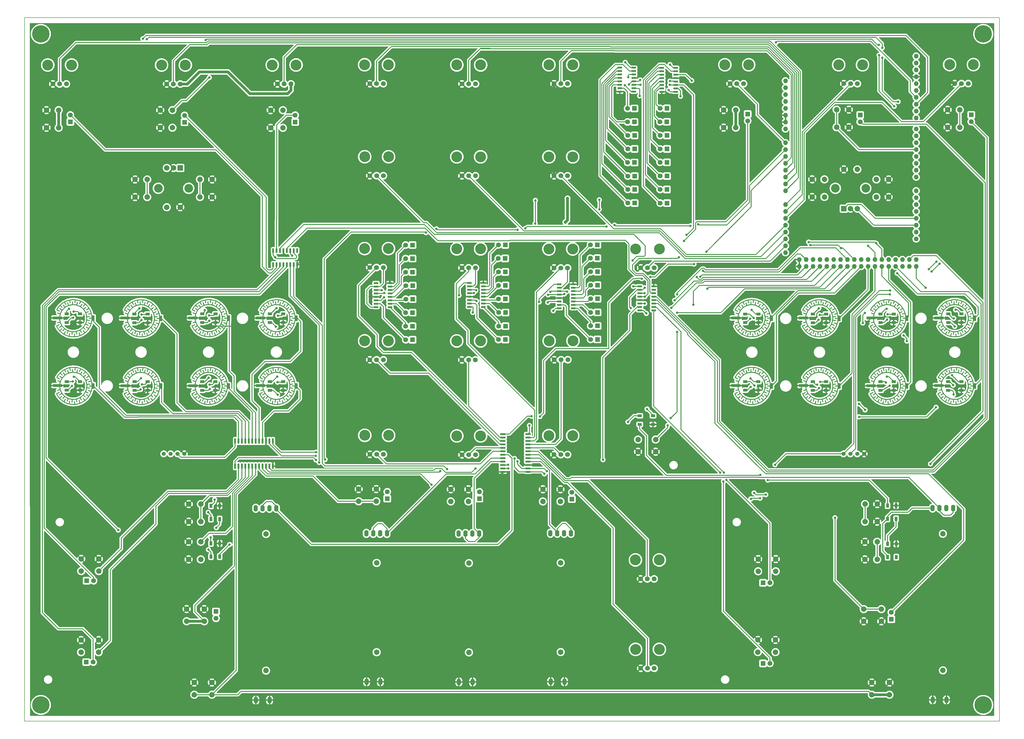
<source format=gbr>
%TF.GenerationSoftware,KiCad,Pcbnew,(5.99.0-11071-g7fde05e8ee)*%
%TF.CreationDate,2021-07-29T16:05:04+02:00*%
%TF.ProjectId,Mixduino,4d697864-7569-46e6-9f2e-6b696361645f,rev?*%
%TF.SameCoordinates,Original*%
%TF.FileFunction,Copper,L1,Top*%
%TF.FilePolarity,Positive*%
%FSLAX46Y46*%
G04 Gerber Fmt 4.6, Leading zero omitted, Abs format (unit mm)*
G04 Created by KiCad (PCBNEW (5.99.0-11071-g7fde05e8ee)) date 2021-07-29 16:05:04*
%MOMM*%
%LPD*%
G01*
G04 APERTURE LIST*
G04 Aperture macros list*
%AMRoundRect*
0 Rectangle with rounded corners*
0 $1 Rounding radius*
0 $2 $3 $4 $5 $6 $7 $8 $9 X,Y pos of 4 corners*
0 Add a 4 corners polygon primitive as box body*
4,1,4,$2,$3,$4,$5,$6,$7,$8,$9,$2,$3,0*
0 Add four circle primitives for the rounded corners*
1,1,$1+$1,$2,$3*
1,1,$1+$1,$4,$5*
1,1,$1+$1,$6,$7*
1,1,$1+$1,$8,$9*
0 Add four rect primitives between the rounded corners*
20,1,$1+$1,$2,$3,$4,$5,0*
20,1,$1+$1,$4,$5,$6,$7,0*
20,1,$1+$1,$6,$7,$8,$9,0*
20,1,$1+$1,$8,$9,$2,$3,0*%
G04 Aperture macros list end*
%TA.AperFunction,Profile*%
%ADD10C,0.150000*%
%TD*%
%TA.AperFunction,EtchedComponent*%
%ADD11C,0.379999*%
%TD*%
%TA.AperFunction,EtchedComponent*%
%ADD12C,0.347000*%
%TD*%
%TA.AperFunction,ComponentPad*%
%ADD13O,1.727200X1.727200*%
%TD*%
%TA.AperFunction,SMDPad,CuDef*%
%ADD14RoundRect,0.150000X0.725000X0.150000X-0.725000X0.150000X-0.725000X-0.150000X0.725000X-0.150000X0*%
%TD*%
%TA.AperFunction,ComponentPad*%
%ADD15R,1.800000X1.800000*%
%TD*%
%TA.AperFunction,ComponentPad*%
%ADD16C,1.800000*%
%TD*%
%TA.AperFunction,ComponentPad*%
%ADD17C,2.000000*%
%TD*%
%TA.AperFunction,ComponentPad*%
%ADD18O,1.600000X2.400000*%
%TD*%
%TA.AperFunction,ComponentPad*%
%ADD19O,1.600000X2.462000*%
%TD*%
%TA.AperFunction,SMDPad,CuDef*%
%ADD20R,1.500000X1.000000*%
%TD*%
%TA.AperFunction,ConnectorPad*%
%ADD21R,3.500000X0.989531*%
%TD*%
%TA.AperFunction,ConnectorPad*%
%ADD22R,1.000000X2.000000*%
%TD*%
%TA.AperFunction,ConnectorPad*%
%ADD23C,6.400000*%
%TD*%
%TA.AperFunction,ComponentPad*%
%ADD24C,3.600000*%
%TD*%
%TA.AperFunction,WasherPad*%
%ADD25C,4.000000*%
%TD*%
%TA.AperFunction,ComponentPad*%
%ADD26C,1.524000*%
%TD*%
%TA.AperFunction,ComponentPad*%
%ADD27R,2.000000X2.000000*%
%TD*%
%TA.AperFunction,ComponentPad*%
%ADD28C,3.200000*%
%TD*%
%TA.AperFunction,SMDPad,CuDef*%
%ADD29RoundRect,0.150000X0.150000X-0.875000X0.150000X0.875000X-0.150000X0.875000X-0.150000X-0.875000X0*%
%TD*%
%TA.AperFunction,SMDPad,CuDef*%
%ADD30RoundRect,0.150000X0.150000X-0.725000X0.150000X0.725000X-0.150000X0.725000X-0.150000X-0.725000X0*%
%TD*%
%TA.AperFunction,SMDPad,CuDef*%
%ADD31R,1.000000X1.500000*%
%TD*%
%TA.AperFunction,SMDPad,CuDef*%
%ADD32RoundRect,0.150000X-0.725000X-0.150000X0.725000X-0.150000X0.725000X0.150000X-0.725000X0.150000X0*%
%TD*%
%TA.AperFunction,SMDPad,CuDef*%
%ADD33RoundRect,0.150000X-0.875000X-0.150000X0.875000X-0.150000X0.875000X0.150000X-0.875000X0.150000X0*%
%TD*%
%TA.AperFunction,ViaPad*%
%ADD34C,0.889000*%
%TD*%
%TA.AperFunction,ViaPad*%
%ADD35C,1.200000*%
%TD*%
%TA.AperFunction,Conductor*%
%ADD36C,0.304800*%
%TD*%
%TA.AperFunction,Conductor*%
%ADD37C,1.016000*%
%TD*%
G04 APERTURE END LIST*
D10*
X479000000Y-311000000D02*
X119000000Y-311000000D01*
X119000000Y-311000000D02*
X119000000Y-51000000D01*
X479000000Y-51000000D02*
X479000000Y-311000000D01*
X119000000Y-51000000D02*
X479000000Y-51000000D01*
D11*
%TO.C,SW22*%
X139713644Y-180756810D02*
X139299627Y-181730802D01*
X140865437Y-192758335D02*
X140587110Y-192936768D01*
D12*
X136976461Y-182047185D02*
X136976461Y-182047185D01*
D11*
X141134388Y-192567079D02*
X140865437Y-192758335D01*
X131896637Y-182519544D02*
X131951820Y-182458051D01*
D12*
X132700328Y-189639866D02*
X132579934Y-189430481D01*
D11*
X139069925Y-180518511D02*
X139388664Y-180626360D01*
D12*
X132078043Y-188054859D02*
X132034072Y-187808635D01*
X141947919Y-186509214D02*
X143000112Y-186395337D01*
X139359760Y-191443712D02*
X139144170Y-191554130D01*
D11*
X142718335Y-190905434D02*
X142527080Y-191174386D01*
D12*
X139569145Y-191323318D02*
X139359760Y-191443712D01*
X138922689Y-182440110D02*
X139144170Y-182540240D01*
D11*
X135315609Y-180426070D02*
X135647496Y-180349471D01*
X133760175Y-193101946D02*
X133472903Y-192936768D01*
D12*
X137984137Y-182148767D02*
X138226040Y-182204598D01*
X132909383Y-184138837D02*
X132048505Y-183523236D01*
X132700328Y-184454504D02*
X132830383Y-184251639D01*
X136215011Y-191989574D02*
X135968787Y-191945603D01*
D11*
X141642437Y-181992180D02*
X141880677Y-182219320D01*
X131116717Y-183589238D02*
X131159347Y-183518159D01*
X139069930Y-193621491D02*
X138744402Y-193713931D01*
X131338354Y-183239072D02*
X131385148Y-183170688D01*
X137486417Y-193914693D02*
X137416021Y-192858708D01*
D12*
X137984137Y-191945603D02*
X137737913Y-191989574D01*
X133275371Y-183685299D02*
X133440928Y-183511652D01*
D11*
X134990082Y-180518509D02*
X135315609Y-180426070D01*
D12*
X137487683Y-182073000D02*
X137737913Y-182104796D01*
X141583537Y-185100960D02*
X141673063Y-185328018D01*
D11*
X138412516Y-193790530D02*
X138074703Y-193850857D01*
D12*
X139474103Y-191378698D02*
X140002767Y-192295537D01*
X132279860Y-185328018D02*
X132369386Y-185100960D01*
D11*
X143350807Y-184399818D02*
X143473634Y-184711336D01*
D12*
X141751671Y-188534031D02*
X141673063Y-188766352D01*
X139772011Y-182901107D02*
X139968043Y-183040509D01*
X139144170Y-182540240D02*
X139359760Y-182650659D01*
X132002275Y-186535965D02*
X132034072Y-186285735D01*
X139968043Y-183040509D02*
X140156927Y-183188943D01*
X141122541Y-189842731D02*
X140983139Y-190038764D01*
X132969785Y-190038764D02*
X132830383Y-189842731D01*
D11*
X134990086Y-193621491D02*
X134671347Y-193513641D01*
X143061945Y-190339834D02*
X142896768Y-190627106D01*
D12*
X135726884Y-191889772D02*
X135489615Y-191822395D01*
D11*
X143673930Y-188784394D02*
X143581490Y-189109922D01*
D12*
X141819048Y-188296762D02*
X141751671Y-188534031D01*
X132201251Y-185560339D02*
X132279860Y-185328018D01*
X136575910Y-192031118D02*
X136491109Y-193086049D01*
D11*
X137030012Y-193929898D02*
X137030012Y-193929898D01*
X130915316Y-183950546D02*
X130994337Y-183805234D01*
D12*
X133984882Y-183040509D02*
X134180914Y-182901107D01*
X136719162Y-192040679D02*
X136465240Y-192021371D01*
X140156927Y-183188943D02*
X140338350Y-183346095D01*
X134180914Y-191193263D02*
X133984882Y-191053861D01*
X136976461Y-192047185D02*
X136976461Y-192047185D01*
D11*
X131292381Y-183308012D02*
X131338354Y-183239072D01*
D12*
X133614575Y-190748275D02*
X133440928Y-190582718D01*
D11*
X142718330Y-183234566D02*
X142896762Y-183512894D01*
D12*
X139624380Y-182805921D02*
X140184850Y-181908185D01*
X133956983Y-183061910D02*
X133317853Y-182218358D01*
X141583537Y-188993410D02*
X141483407Y-189214891D01*
D11*
X131735334Y-182708158D02*
X131735334Y-182708158D01*
X131530527Y-182968845D02*
X131580590Y-182902732D01*
D12*
X133118219Y-183866722D02*
X133275371Y-183685299D01*
X140511997Y-183511652D02*
X140677553Y-183685299D01*
D11*
X142527074Y-182965614D02*
X142718330Y-183234566D01*
D12*
X141976461Y-187047185D02*
X141976461Y-187047185D01*
X139144170Y-191554130D02*
X138922689Y-191654260D01*
D11*
X131951820Y-182458051D02*
X132007692Y-182397268D01*
X143648092Y-185264524D02*
X142627073Y-185543073D01*
X135437681Y-193742528D02*
X135683340Y-192713101D01*
X135668882Y-180346501D02*
X135878873Y-181383794D01*
X143473641Y-189428662D02*
X143350813Y-189740181D01*
X131034186Y-183732799D02*
X131074989Y-183660792D01*
X134359825Y-180749186D02*
X134671343Y-180626358D01*
X143750522Y-185687490D02*
X143810849Y-186025303D01*
X143213431Y-184095950D02*
X143350807Y-184399818D01*
D12*
X132133874Y-185797608D02*
X132201251Y-185560339D01*
X135030236Y-182440110D02*
X135257294Y-182350584D01*
X137737913Y-182104796D02*
X137984137Y-182148767D01*
X132809919Y-189811177D02*
X131927991Y-190396222D01*
D11*
X141642442Y-192147821D02*
X141393534Y-192363431D01*
X130994337Y-183805234D02*
X131034186Y-183732799D01*
D12*
X136976461Y-192047185D02*
X136719162Y-192040679D01*
X132469516Y-184879479D02*
X132579934Y-184663889D01*
D11*
X143889890Y-187069997D02*
X143889890Y-187069997D01*
D12*
X137233761Y-192040679D02*
X136976461Y-192047185D01*
D11*
X134055960Y-193253438D02*
X133760175Y-193101946D01*
X137030012Y-193929898D02*
X136677002Y-193920972D01*
D12*
X134593165Y-182650659D02*
X134808755Y-182540240D01*
X138226040Y-182204598D02*
X138463310Y-182271975D01*
D11*
X143350813Y-189740181D02*
X143213438Y-190044048D01*
D12*
X138244871Y-182210767D02*
X138513349Y-181187055D01*
D11*
X137722356Y-180245130D02*
X137615545Y-181298062D01*
X142107817Y-182457560D02*
X142323426Y-182706468D01*
D12*
X140338350Y-183346095D02*
X140511997Y-183511652D01*
D11*
X141393534Y-192363431D02*
X141134388Y-192567079D01*
X143473634Y-184711336D02*
X143581483Y-185030075D01*
D12*
X132034072Y-186285735D02*
X132078043Y-186039511D01*
X135257294Y-182350584D02*
X135489615Y-182271975D01*
D11*
X134671343Y-180626358D02*
X134990082Y-180518509D01*
X131532929Y-191174386D02*
X131341673Y-190905434D01*
D12*
X141483407Y-184879479D02*
X141583537Y-185100960D01*
X141252595Y-189639866D02*
X141122541Y-189842731D01*
X133614575Y-183346095D02*
X133795998Y-183188943D01*
X141874879Y-186039511D02*
X141918850Y-186285735D01*
D11*
X143810856Y-188114693D02*
X143750529Y-188452507D01*
X139700182Y-180749188D02*
X140004049Y-180886564D01*
X143581800Y-189102758D02*
X142570997Y-188789144D01*
D12*
X139359760Y-182650659D02*
X139569145Y-182771052D01*
X136465240Y-192021371D02*
X136215011Y-191989574D01*
D11*
X140865432Y-181381666D02*
X141134384Y-181572922D01*
X133472903Y-192936768D02*
X133194575Y-192758335D01*
X131163241Y-190627106D02*
X130998063Y-190339834D01*
X134359828Y-193390813D02*
X134055960Y-193253438D01*
D12*
X140648122Y-190441182D02*
X141425283Y-191159574D01*
X133984882Y-191053861D02*
X133795998Y-190905427D01*
D11*
X143889890Y-187069997D02*
X142831563Y-187069997D01*
X131940450Y-191669408D02*
X132725660Y-190959821D01*
X137383013Y-180219029D02*
X137731388Y-180245520D01*
D12*
X137233761Y-182053691D02*
X137487683Y-182073000D01*
D11*
X143213438Y-190044048D02*
X143061945Y-190339834D01*
D12*
X141483407Y-189214891D02*
X141372989Y-189430481D01*
X141563673Y-185056760D02*
X142534536Y-184635450D01*
D11*
X136328626Y-193894481D02*
X135985316Y-193850857D01*
X131247205Y-183377523D02*
X131292381Y-183308012D01*
X138074697Y-180289145D02*
X138412511Y-180349472D01*
D12*
X141819048Y-185797608D02*
X141874879Y-186039511D01*
X132228994Y-185478360D02*
X131224103Y-185146291D01*
X134808755Y-191554130D02*
X134593165Y-191443712D01*
X140764799Y-183784024D02*
X141566671Y-183093320D01*
X132002275Y-187558406D02*
X131982967Y-187304484D01*
D11*
X131385148Y-183170688D02*
X131432787Y-183102843D01*
X131683012Y-182772369D02*
X131735334Y-182708158D01*
D12*
X141751671Y-185560339D02*
X141819048Y-185797608D01*
X140834706Y-190227648D02*
X140677553Y-190409071D01*
X133819120Y-190924176D02*
X133150808Y-191744802D01*
D11*
X133531949Y-192970998D02*
X134071630Y-192060605D01*
X136676994Y-180219029D02*
X137030004Y-180210103D01*
X131432787Y-183102843D02*
X131481253Y-183035555D01*
D12*
X132369386Y-185100960D02*
X132469516Y-184879479D01*
D11*
X136677002Y-193920972D02*
X136328626Y-193894481D01*
D12*
X140156927Y-190905427D02*
X139968043Y-191053861D01*
D11*
X132121457Y-182277890D02*
X132179326Y-182219319D01*
D12*
X132579934Y-184663889D02*
X132700328Y-184454504D01*
D11*
X143750529Y-188452507D02*
X143673930Y-188784394D01*
X131735334Y-182708158D02*
X131788382Y-182644611D01*
X135647496Y-180349471D02*
X135985309Y-180289144D01*
D12*
X133118219Y-190227648D02*
X132969785Y-190038764D01*
X139569145Y-182771052D02*
X139772011Y-182901107D01*
X132279860Y-188766352D02*
X132201251Y-188534031D01*
X133795998Y-190905427D02*
X133614575Y-190748275D01*
D11*
X143854473Y-186368613D02*
X143880964Y-186716988D01*
X131159347Y-183518159D02*
X131202851Y-183447579D01*
X132007692Y-182397268D02*
X132064241Y-182337210D01*
D12*
X136215011Y-182104796D02*
X136465240Y-182073000D01*
D11*
X138744402Y-193713931D02*
X138412516Y-193790530D01*
X143581483Y-185030075D02*
X143673923Y-185355603D01*
X141280584Y-192454297D02*
X140624814Y-191623616D01*
D12*
X134383780Y-182771052D02*
X134593165Y-182650659D01*
D11*
X133194575Y-192758335D02*
X132925623Y-192567079D01*
D12*
X132969785Y-184055606D02*
X133118219Y-183866722D01*
X138226040Y-191889772D02*
X137984137Y-191945603D01*
D11*
X140299834Y-181038056D02*
X140587105Y-181203234D01*
X140299838Y-193101946D02*
X140004053Y-193253438D01*
D12*
X140338350Y-190748275D02*
X140156927Y-190905427D01*
D11*
X130806119Y-189954671D02*
X131766332Y-189509633D01*
X135315615Y-193713931D02*
X134990086Y-193621491D01*
X141463880Y-181835576D02*
X140779844Y-182643140D01*
D12*
X141976461Y-187047185D02*
X141976461Y-187047185D01*
X141372989Y-189430481D02*
X141252595Y-189639866D01*
D11*
X140587105Y-181203234D02*
X140865432Y-181381666D01*
X131074989Y-183660792D02*
X131116717Y-183589238D01*
X139388664Y-180626360D02*
X139700182Y-180749188D01*
X140004053Y-193253438D02*
X139700186Y-193390813D01*
X141880681Y-191920680D02*
X141642442Y-192147821D01*
D12*
X134593165Y-191443712D02*
X134383780Y-191323318D01*
X141969955Y-187304484D02*
X141950647Y-187558406D01*
X141925558Y-187759130D02*
X142973104Y-187909825D01*
D11*
X139700186Y-193390813D02*
X139388668Y-193513641D01*
X138074703Y-193850857D02*
X137731394Y-193894481D01*
D12*
X132034072Y-187808635D02*
X132002275Y-187558406D01*
D11*
X135985316Y-193850857D02*
X135647502Y-193790530D01*
D12*
X132579934Y-189430481D02*
X132469516Y-189214891D01*
X133440928Y-183511652D02*
X133614575Y-183346095D01*
D11*
X130998063Y-190339834D02*
X130846571Y-190044048D01*
X134671347Y-193513641D02*
X134359828Y-193390813D01*
D12*
X141490621Y-189197217D02*
X142446111Y-189652310D01*
D11*
X140587110Y-192936768D02*
X140299838Y-193101946D01*
D12*
X141950647Y-187558406D02*
X141918850Y-187808635D01*
D11*
X131631425Y-182837233D02*
X131683012Y-182772369D01*
X143810849Y-186025303D02*
X143854473Y-186368613D01*
D12*
X140983139Y-184055606D02*
X141122541Y-184251639D01*
X136465240Y-182073000D02*
X136719162Y-182053691D01*
X141969955Y-186789886D02*
X141976461Y-187047185D01*
D11*
X137030004Y-180210103D02*
X137383013Y-180219029D01*
X131202851Y-183447579D02*
X131247205Y-183377523D01*
X133737668Y-181051824D02*
X134245611Y-181980298D01*
D12*
X137487683Y-192021371D02*
X137233761Y-192040679D01*
D11*
X143880972Y-187423007D02*
X143854481Y-187771382D01*
X130994337Y-183805234D02*
X130994337Y-183805234D01*
X133450000Y-181220000D02*
X132700000Y-181740000D01*
D12*
X141918850Y-187808635D02*
X141874879Y-188054859D01*
D11*
X135647502Y-193790530D02*
X135315615Y-193713931D01*
D12*
X132133874Y-188296762D02*
X132078043Y-188054859D01*
D11*
X134055958Y-180886561D02*
X134359825Y-180749186D01*
D12*
X135726884Y-182204598D02*
X135968787Y-182148767D01*
X139968043Y-191053861D02*
X139772011Y-191193263D01*
X138695631Y-182350584D02*
X138922689Y-182440110D01*
X141950647Y-186535965D02*
X141969955Y-186789886D01*
D11*
X143581490Y-189109922D02*
X143473641Y-189428662D01*
D12*
X132830383Y-189842731D02*
X132700328Y-189639866D01*
X132369386Y-188993410D02*
X132279860Y-188766352D01*
D11*
X142896762Y-183512894D02*
X143061939Y-183800165D01*
D12*
X133275371Y-190409071D02*
X133118219Y-190227648D01*
D11*
X143889898Y-187069997D02*
X143880972Y-187423007D01*
D12*
X139772011Y-191193263D02*
X139569145Y-191323318D01*
X141252595Y-184454504D02*
X141372989Y-184663889D01*
X140834706Y-183866722D02*
X140983139Y-184055606D01*
X135489615Y-182271975D02*
X135726884Y-182204598D01*
D11*
X133760173Y-181038053D02*
X134055958Y-180886561D01*
D12*
X138695631Y-191743786D02*
X138463310Y-191822395D01*
D11*
X132417568Y-192147821D02*
X132179328Y-191920680D01*
X137731388Y-180245520D02*
X138074697Y-180289145D01*
D12*
X133440928Y-190582718D02*
X133275371Y-190409071D01*
D11*
X137030004Y-180210103D02*
X137030004Y-180210103D01*
X132417567Y-181992178D02*
X132666476Y-181776568D01*
X132179326Y-182219319D02*
X132417567Y-181992178D01*
D12*
X134808755Y-182540240D02*
X135030236Y-182440110D01*
D11*
X136328619Y-180245520D02*
X136676994Y-180219029D01*
D12*
X132078043Y-186039511D02*
X132133874Y-185797608D01*
X136719162Y-182053691D02*
X136976461Y-182047185D01*
D11*
X131952188Y-191682440D02*
X131736578Y-191433532D01*
D12*
X141918850Y-186285735D02*
X141950647Y-186535965D01*
X141122541Y-184251639D02*
X141252595Y-184454504D01*
D11*
X133472901Y-181203231D02*
X133760173Y-181038053D01*
X131481253Y-183035555D02*
X131530527Y-182968845D01*
X143673923Y-185355603D02*
X143750522Y-185687490D01*
D12*
X140677553Y-183685299D02*
X140834706Y-183866722D01*
D11*
X137383020Y-193920972D02*
X137030012Y-193929898D01*
X142323431Y-191433532D02*
X142107822Y-191682440D01*
X142685178Y-190952916D02*
X141812711Y-190353864D01*
X132666477Y-192363431D02*
X132417568Y-192147821D01*
X138744397Y-180426071D02*
X139069925Y-180518511D01*
D12*
X132469516Y-189214891D02*
X132369386Y-188993410D01*
X136750883Y-182052297D02*
X136703084Y-180995038D01*
D11*
X143880964Y-186716988D02*
X143889890Y-187069997D01*
X130909368Y-183972310D02*
X131853651Y-184450215D01*
D12*
X138463310Y-182271975D02*
X138695631Y-182350584D01*
X135968787Y-191945603D02*
X135726884Y-191889772D01*
X141673063Y-185328018D02*
X141751671Y-185560339D01*
D11*
X143061939Y-183800165D02*
X143213431Y-184095950D01*
X137731394Y-193894481D02*
X137383020Y-193920972D01*
X143854481Y-187771382D02*
X143810856Y-188114693D01*
X142323426Y-182706468D02*
X142527074Y-182965614D01*
D12*
X135489615Y-191822395D02*
X135257294Y-191743786D01*
D11*
X132179328Y-191920680D02*
X131952188Y-191682440D01*
D12*
X141673063Y-188766352D02*
X141583537Y-188993410D01*
D11*
X142527080Y-191174386D02*
X142323431Y-191433532D01*
X139388668Y-193513641D02*
X139069930Y-193621491D01*
D12*
X134383780Y-191323318D02*
X134180914Y-191193263D01*
X141372989Y-184663889D02*
X141483407Y-184879479D01*
X137737913Y-191989574D02*
X137487683Y-192021371D01*
X135968787Y-182148767D02*
X136215011Y-182104796D01*
X132176908Y-188448621D02*
X131161001Y-188745259D01*
D11*
X138412511Y-180349472D02*
X138744397Y-180426071D01*
X131736578Y-191433532D02*
X131532929Y-191174386D01*
X141393529Y-181776570D02*
X141642437Y-181992180D01*
D12*
X138463310Y-191822395D02*
X138226040Y-191889772D01*
X135257294Y-191743786D02*
X135030236Y-191654260D01*
X135113401Y-191687116D02*
X134719053Y-192669232D01*
D11*
X135985309Y-180289144D02*
X136328619Y-180245520D01*
D12*
X133795998Y-183188943D02*
X133984882Y-183040509D01*
D11*
X141880677Y-182219320D02*
X142107817Y-182457560D01*
X131580590Y-182902732D02*
X131631425Y-182837233D01*
X140004049Y-180886564D02*
X140299834Y-181038056D01*
D12*
X134180914Y-182901107D02*
X134383780Y-182771052D01*
D11*
X142815847Y-183384526D02*
X141923231Y-183953115D01*
X131842154Y-182581735D02*
X131896637Y-182519544D01*
X142107822Y-191682440D02*
X141880681Y-191920680D01*
X139494176Y-193472028D02*
X139114004Y-192484334D01*
D12*
X132830383Y-184251639D02*
X132969785Y-184055606D01*
X141874879Y-188054859D02*
X141819048Y-188296762D01*
D11*
X131341673Y-190905434D02*
X131163241Y-190627106D01*
X132064241Y-182337210D02*
X132121457Y-182277890D01*
X142896768Y-190627106D02*
X142718335Y-190905434D01*
D12*
X132201251Y-188534031D02*
X132133874Y-188296762D01*
X140511997Y-190582718D02*
X140338350Y-190748275D01*
X140677553Y-190409071D02*
X140511997Y-190582718D01*
X140983139Y-190038764D02*
X140834706Y-190227648D01*
X135277212Y-182344815D02*
X134917531Y-181349477D01*
D11*
X141134384Y-181572922D02*
X141393529Y-181776570D01*
D12*
X136976461Y-182047185D02*
X137233761Y-182053691D01*
X135030236Y-191654260D02*
X134808755Y-191554130D01*
X138074590Y-191925122D02*
X138307012Y-192957616D01*
D11*
X131338354Y-183239072D02*
X131338354Y-183239072D01*
X132102193Y-182297727D02*
X132862455Y-183033986D01*
D12*
X141976461Y-187047185D02*
X141969955Y-187304484D01*
X138922689Y-191654260D02*
X138695631Y-191743786D01*
D11*
X131788382Y-182644611D02*
X131842154Y-182581735D01*
X132925623Y-192567079D02*
X132666477Y-192363431D01*
%TO.C,SW1*%
X132169326Y-157219319D02*
X132407567Y-156992178D01*
X143571800Y-164102758D02*
X142560997Y-163789144D01*
X143879898Y-162069997D02*
X143870972Y-162423007D01*
X139059925Y-155518511D02*
X139378664Y-155626360D01*
X143051945Y-165339834D02*
X142886768Y-165627106D01*
D12*
X141959955Y-162304484D02*
X141940647Y-162558406D01*
D11*
X137020004Y-155210103D02*
X137020004Y-155210103D01*
X131621425Y-157837233D02*
X131673012Y-157772369D01*
D12*
X135479615Y-157271975D02*
X135716884Y-157204598D01*
X141908850Y-162808635D02*
X141864879Y-163054859D01*
X141242595Y-159454504D02*
X141362989Y-159663889D01*
X137727913Y-166989574D02*
X137477683Y-167021371D01*
X139349760Y-157650659D02*
X139559145Y-157771052D01*
X137477683Y-167021371D02*
X137223761Y-167040679D01*
D11*
X138064703Y-168850857D02*
X137721394Y-168894481D01*
X143203438Y-165044048D02*
X143051945Y-165339834D01*
X131331673Y-165905434D02*
X131153241Y-165627106D01*
D12*
X138453310Y-157271975D02*
X138685631Y-157350584D01*
X132123874Y-163296762D02*
X132068043Y-163054859D01*
D11*
X132092193Y-157297727D02*
X132852455Y-158033986D01*
X141453880Y-156835576D02*
X140769844Y-157643140D01*
X132915623Y-167567079D02*
X132656477Y-167363431D01*
X131375148Y-158170688D02*
X131422787Y-158102843D01*
X139690182Y-155749188D02*
X139994049Y-155886564D01*
D12*
X139559145Y-166323318D02*
X139349760Y-166443712D01*
D11*
X143638092Y-160264524D02*
X142617073Y-160543073D01*
X131471253Y-158035555D02*
X131520527Y-157968845D01*
D12*
X141959955Y-161789886D02*
X141966461Y-162047185D01*
D11*
X143740522Y-160687490D02*
X143800849Y-161025303D01*
X139994049Y-155886564D02*
X140289834Y-156038056D01*
D12*
X136205011Y-157104796D02*
X136455240Y-157073000D01*
D11*
X141383534Y-167363431D02*
X141124388Y-167567079D01*
X135975316Y-168850857D02*
X135637502Y-168790530D01*
D12*
X132269860Y-160328018D02*
X132359386Y-160100960D01*
X133430928Y-165582718D02*
X133265371Y-165409071D01*
D11*
X133521949Y-167970998D02*
X134061630Y-167060605D01*
X140577110Y-167936768D02*
X140289838Y-168101946D01*
X133440000Y-156220000D02*
X132690000Y-156740000D01*
D12*
X138216040Y-157204598D02*
X138453310Y-157271975D01*
X133604575Y-158346095D02*
X133785998Y-158188943D01*
D11*
X136318619Y-155245520D02*
X136666994Y-155219029D01*
X143340807Y-159399818D02*
X143463634Y-159711336D01*
X141270584Y-167454297D02*
X140614814Y-166623616D01*
D12*
X135247294Y-157350584D02*
X135479615Y-157271975D01*
X132959785Y-165038764D02*
X132820383Y-164842731D01*
X138685631Y-157350584D02*
X138912689Y-157440110D01*
X133809120Y-165924176D02*
X133140808Y-166744802D01*
X132166908Y-163448621D02*
X131151001Y-163745259D01*
X141966461Y-162047185D02*
X141959955Y-162304484D01*
X141741671Y-160560339D02*
X141809048Y-160797608D01*
D11*
X131328354Y-158239072D02*
X131328354Y-158239072D01*
D12*
X141112541Y-164842731D02*
X140973139Y-165038764D01*
X135020236Y-166654260D02*
X134798755Y-166554130D01*
D11*
X134045958Y-155886561D02*
X134349825Y-155749186D01*
X134349825Y-155749186D02*
X134661343Y-155626358D01*
X139994053Y-168253438D02*
X139690186Y-168390813D01*
D12*
X135958787Y-157148767D02*
X136205011Y-157104796D01*
X141940647Y-162558406D02*
X141908850Y-162808635D01*
D11*
X143571483Y-160030075D02*
X143663923Y-160355603D01*
X139484176Y-168472028D02*
X139104004Y-167484334D01*
D12*
X138453310Y-166822395D02*
X138216040Y-166889772D01*
D11*
X143800849Y-161025303D02*
X143844473Y-161368613D01*
D12*
X132191251Y-163534031D02*
X132123874Y-163296762D01*
X135716884Y-166889772D02*
X135479615Y-166822395D01*
X132820383Y-164842731D02*
X132690328Y-164639866D01*
X136966461Y-167047185D02*
X136966461Y-167047185D01*
X136205011Y-166989574D02*
X135958787Y-166945603D01*
D11*
X137020012Y-168929898D02*
X137020012Y-168929898D01*
D12*
X138912689Y-166654260D02*
X138685631Y-166743786D01*
X141573537Y-163993410D02*
X141473407Y-164214891D01*
D11*
X137721394Y-168894481D02*
X137373020Y-168920972D01*
X131942188Y-166682440D02*
X131726578Y-166433532D01*
X137373020Y-168920972D02*
X137020012Y-168929898D01*
D12*
X140824706Y-165227648D02*
X140667553Y-165409071D01*
D11*
X141124384Y-156572922D02*
X141383529Y-156776570D01*
X142675178Y-165952916D02*
X141802711Y-165353864D01*
D12*
X140754799Y-158784024D02*
X141556671Y-158093320D01*
D11*
X138734397Y-155426071D02*
X139059925Y-155518511D01*
D12*
X133265371Y-158685299D02*
X133430928Y-158511652D01*
X133430928Y-158511652D02*
X133604575Y-158346095D01*
D11*
X139059930Y-168621491D02*
X138734402Y-168713931D01*
D12*
X139349760Y-166443712D02*
X139134170Y-166554130D01*
D11*
X131422787Y-158102843D02*
X131471253Y-158035555D01*
D12*
X139134170Y-166554130D02*
X138912689Y-166654260D01*
D11*
X131778382Y-157644611D02*
X131832154Y-157581735D01*
X137020012Y-168929898D02*
X136667002Y-168920972D01*
X136666994Y-155219029D02*
X137020004Y-155210103D01*
X134661347Y-168513641D02*
X134349828Y-168390813D01*
D12*
X141908850Y-161285735D02*
X141940647Y-161535965D01*
D11*
X137476417Y-168914693D02*
X137406021Y-167858708D01*
D12*
X132359386Y-160100960D02*
X132459516Y-159879479D01*
X134170914Y-166193263D02*
X133974882Y-166053861D01*
X140638122Y-165441182D02*
X141415283Y-166159574D01*
D11*
X131149347Y-158518159D02*
X131192851Y-158447579D01*
D12*
X133785998Y-158188943D02*
X133974882Y-158040509D01*
X135267212Y-157344815D02*
X134907531Y-156349477D01*
D11*
X140855437Y-167758335D02*
X140577110Y-167936768D01*
D12*
X140824706Y-158866722D02*
X140973139Y-159055606D01*
D11*
X143051939Y-158800165D02*
X143203431Y-159095950D01*
D12*
X141473407Y-159879479D02*
X141573537Y-160100960D01*
D11*
X131725334Y-157708158D02*
X131725334Y-157708158D01*
D12*
X135716884Y-157204598D02*
X135958787Y-157148767D01*
X141473407Y-164214891D02*
X141362989Y-164430481D01*
D11*
X133727668Y-156051824D02*
X134235611Y-156980298D01*
D12*
X131992275Y-161535965D02*
X132024072Y-161285735D01*
D11*
X134980082Y-155518509D02*
X135305609Y-155426070D01*
D12*
X138234871Y-157210767D02*
X138503349Y-156187055D01*
X141937919Y-161509214D02*
X142990112Y-161395337D01*
X133785998Y-165905427D02*
X133604575Y-165748275D01*
X136709162Y-157053691D02*
X136966461Y-157047185D01*
D11*
X135637496Y-155349471D02*
X135975309Y-155289144D01*
D12*
X141915558Y-162759130D02*
X142963104Y-162909825D01*
D11*
X143740529Y-163452507D02*
X143663930Y-163784394D01*
X143663923Y-160355603D02*
X143740522Y-160687490D01*
X132111457Y-157277890D02*
X132169326Y-157219319D01*
D12*
X135103401Y-166687116D02*
X134709053Y-167669232D01*
D11*
X143870964Y-161716988D02*
X143879890Y-162069997D01*
X140577105Y-156203234D02*
X140855432Y-156381666D01*
D12*
X139762011Y-157901107D02*
X139958043Y-158040509D01*
X141809048Y-160797608D02*
X141864879Y-161039511D01*
D11*
X137373013Y-155219029D02*
X137721388Y-155245520D01*
D12*
X139958043Y-158040509D02*
X140146927Y-158188943D01*
X132569934Y-159663889D02*
X132690328Y-159454504D01*
D11*
X143800856Y-163114693D02*
X143740529Y-163452507D01*
X142517080Y-166174386D02*
X142313431Y-166433532D01*
D12*
X133108219Y-158866722D02*
X133265371Y-158685299D01*
D11*
X131673012Y-157772369D02*
X131725334Y-157708158D01*
X132407568Y-167147821D02*
X132169328Y-166920680D01*
D12*
X141966461Y-162047185D02*
X141966461Y-162047185D01*
X140146927Y-165905427D02*
X139958043Y-166053861D01*
X141362989Y-159663889D02*
X141473407Y-159879479D01*
D11*
X138064697Y-155289145D02*
X138402511Y-155349472D01*
D12*
X140501997Y-158511652D02*
X140667553Y-158685299D01*
X135958787Y-166945603D02*
X135716884Y-166889772D01*
D11*
X131726578Y-166433532D02*
X131522929Y-166174386D01*
X131153241Y-165627106D02*
X130988063Y-165339834D01*
X138734402Y-168713931D02*
X138402516Y-168790530D01*
D12*
X140328350Y-158346095D02*
X140501997Y-158511652D01*
D11*
X130988063Y-165339834D02*
X130836571Y-165044048D01*
D12*
X136966461Y-157047185D02*
X137223761Y-157053691D01*
X137223761Y-167040679D02*
X136966461Y-167047185D01*
D11*
X133750175Y-168101946D02*
X133462903Y-167936768D01*
D12*
X132191251Y-160560339D02*
X132269860Y-160328018D01*
X141940647Y-161535965D02*
X141959955Y-161789886D01*
X141864879Y-161039511D02*
X141908850Y-161285735D01*
X134583165Y-157650659D02*
X134798755Y-157540240D01*
X137727913Y-157104796D02*
X137974137Y-157148767D01*
D11*
X143879890Y-162069997D02*
X143879890Y-162069997D01*
X134045960Y-168253438D02*
X133750175Y-168101946D01*
X131520527Y-157968845D02*
X131570590Y-157902732D01*
X131930450Y-166669408D02*
X132715660Y-165959821D01*
D12*
X137974137Y-157148767D02*
X138216040Y-157204598D01*
D11*
X131832154Y-157581735D02*
X131886637Y-157519544D01*
D12*
X132459516Y-159879479D02*
X132569934Y-159663889D01*
D11*
X143463641Y-164428662D02*
X143340813Y-164740181D01*
D12*
X134798755Y-157540240D02*
X135020236Y-157440110D01*
D11*
X141632442Y-167147821D02*
X141383534Y-167363431D01*
X140289838Y-168101946D02*
X139994053Y-168253438D01*
X141870677Y-157219320D02*
X142097817Y-157457560D01*
D12*
X141966461Y-162047185D02*
X141966461Y-162047185D01*
X138912689Y-157440110D02*
X139134170Y-157540240D01*
X132459516Y-164214891D02*
X132359386Y-163993410D01*
X132359386Y-163993410D02*
X132269860Y-163766352D01*
X133974882Y-166053861D02*
X133785998Y-165905427D01*
D11*
X133184575Y-167758335D02*
X132915623Y-167567079D01*
X136318626Y-168894481D02*
X135975316Y-168850857D01*
D12*
X135020236Y-157440110D02*
X135247294Y-157350584D01*
X140501997Y-165582718D02*
X140328350Y-165748275D01*
D11*
X141124388Y-167567079D02*
X140855437Y-167758335D01*
X137712356Y-155245130D02*
X137605545Y-156298062D01*
D12*
X139464103Y-166378698D02*
X139992767Y-167295537D01*
X137223761Y-157053691D02*
X137477683Y-157073000D01*
X141480621Y-164197217D02*
X142436111Y-164652310D01*
D11*
X131997692Y-157397268D02*
X132054241Y-157337210D01*
D12*
X132123874Y-160797608D02*
X132191251Y-160560339D01*
D11*
X143663930Y-163784394D02*
X143571490Y-164109922D01*
X135975309Y-155289144D02*
X136318619Y-155245520D01*
D12*
X132959785Y-159055606D02*
X133108219Y-158866722D01*
D11*
X142097822Y-166682440D02*
X141870681Y-166920680D01*
D12*
X132068043Y-163054859D02*
X132024072Y-162808635D01*
X137974137Y-166945603D02*
X137727913Y-166989574D01*
D11*
X143340813Y-164740181D02*
X143203438Y-165044048D01*
D12*
X140667553Y-158685299D02*
X140824706Y-158866722D01*
D11*
X137020004Y-155210103D02*
X137373013Y-155219029D01*
D12*
X141242595Y-164639866D02*
X141112541Y-164842731D01*
X136565910Y-167031118D02*
X136481109Y-168086049D01*
X139958043Y-166053861D02*
X139762011Y-166193263D01*
D11*
X130899368Y-158972310D02*
X131843651Y-159450215D01*
D12*
X132068043Y-161039511D02*
X132123874Y-160797608D01*
X139614380Y-157805921D02*
X140174850Y-156908185D01*
X132690328Y-159454504D02*
X132820383Y-159251639D01*
X134373780Y-157771052D02*
X134583165Y-157650659D01*
X132569934Y-164430481D02*
X132459516Y-164214891D01*
D11*
X135305609Y-155426070D02*
X135637496Y-155349471D01*
X134661343Y-155626358D02*
X134980082Y-155518509D01*
D12*
X138685631Y-166743786D02*
X138453310Y-166822395D01*
X132024072Y-161285735D02*
X132068043Y-161039511D01*
D11*
X142805847Y-158384526D02*
X141913231Y-158953115D01*
D12*
X134373780Y-166323318D02*
X134170914Y-166193263D01*
X133604575Y-165748275D02*
X133430928Y-165582718D01*
D11*
X141870681Y-166920680D02*
X141632442Y-167147821D01*
X142313431Y-166433532D02*
X142097822Y-166682440D01*
X138402511Y-155349472D02*
X138734397Y-155426071D01*
X138402516Y-168790530D02*
X138064703Y-168850857D01*
D12*
X134583165Y-166443712D02*
X134373780Y-166323318D01*
X139559145Y-157771052D02*
X139762011Y-157901107D01*
D11*
X139378668Y-168513641D02*
X139059930Y-168621491D01*
X130984337Y-158805234D02*
X130984337Y-158805234D01*
D12*
X132820383Y-159251639D02*
X132959785Y-159055606D01*
D11*
X132407567Y-156992178D02*
X132656476Y-156776568D01*
D12*
X135247294Y-166743786D02*
X135020236Y-166654260D01*
X136966461Y-167047185D02*
X136709162Y-167040679D01*
X134170914Y-157901107D02*
X134373780Y-157771052D01*
X138064590Y-166925122D02*
X138297012Y-167957616D01*
D11*
X133462903Y-167936768D02*
X133184575Y-167758335D01*
D12*
X132269860Y-163766352D02*
X132191251Y-163534031D01*
D11*
X142708330Y-158234566D02*
X142886762Y-158512894D01*
D12*
X141663063Y-160328018D02*
X141741671Y-160560339D01*
D11*
X130796119Y-164954671D02*
X131756332Y-164509633D01*
X143844481Y-162771382D02*
X143800856Y-163114693D01*
D12*
X136455240Y-157073000D02*
X136709162Y-157053691D01*
D11*
X143870972Y-162423007D02*
X143844481Y-162771382D01*
D12*
X136455240Y-167021371D02*
X136205011Y-166989574D01*
D11*
X133462901Y-156203231D02*
X133750173Y-156038053D01*
D12*
X132690328Y-164639866D02*
X132569934Y-164430481D01*
D11*
X132169328Y-166920680D02*
X131942188Y-166682440D01*
X133750173Y-156038053D02*
X134045958Y-155886561D01*
X132054241Y-157337210D02*
X132111457Y-157277890D01*
D12*
X136740883Y-157052297D02*
X136693084Y-155995038D01*
D11*
X135658882Y-155346501D02*
X135868873Y-156383794D01*
X134349828Y-168390813D02*
X134045960Y-168253438D01*
X142517074Y-157965614D02*
X142708330Y-158234566D01*
X134980086Y-168621491D02*
X134661347Y-168513641D01*
D12*
X132024072Y-162808635D02*
X131992275Y-162558406D01*
D11*
X131024186Y-158732799D02*
X131064989Y-158660792D01*
X142708335Y-165905434D02*
X142517080Y-166174386D01*
X132656477Y-167363431D02*
X132407568Y-167147821D01*
X131328354Y-158239072D02*
X131375148Y-158170688D01*
D12*
X133946983Y-158061910D02*
X133307853Y-157218358D01*
X141573537Y-160100960D02*
X141663063Y-160328018D01*
D11*
X141383529Y-156776570D02*
X141632437Y-156992180D01*
X143203431Y-159095950D02*
X143340807Y-159399818D01*
X142313426Y-157706468D02*
X142517074Y-157965614D01*
D12*
X141362989Y-164430481D02*
X141242595Y-164639866D01*
D11*
X135427681Y-168742528D02*
X135673340Y-167713101D01*
X131106717Y-158589238D02*
X131149347Y-158518159D01*
D12*
X141741671Y-163534031D02*
X141663063Y-163766352D01*
D11*
X140855432Y-156381666D02*
X141124384Y-156572922D01*
D12*
X139134170Y-157540240D02*
X139349760Y-157650659D01*
X135479615Y-166822395D02*
X135247294Y-166743786D01*
D11*
X139703644Y-155756810D02*
X139289627Y-156730802D01*
X131886637Y-157519544D02*
X131941820Y-157458051D01*
D12*
X134798755Y-166554130D02*
X134583165Y-166443712D01*
X140328350Y-165748275D02*
X140146927Y-165905427D01*
D11*
X136667002Y-168920972D02*
X136318626Y-168894481D01*
X143879890Y-162069997D02*
X142821563Y-162069997D01*
X130905316Y-158950546D02*
X130984337Y-158805234D01*
D12*
X132218994Y-160478360D02*
X131214103Y-160146291D01*
D11*
X143571490Y-164109922D02*
X143463641Y-164428662D01*
D12*
X137477683Y-157073000D02*
X137727913Y-157104796D01*
D11*
X140289834Y-156038056D02*
X140577105Y-156203234D01*
X143463634Y-159711336D02*
X143571483Y-160030075D01*
D12*
X139762011Y-166193263D02*
X139559145Y-166323318D01*
X140146927Y-158188943D02*
X140328350Y-158346095D01*
D11*
X137721388Y-155245520D02*
X138064697Y-155289145D01*
D12*
X141663063Y-163766352D02*
X141573537Y-163993410D01*
X136966461Y-157047185D02*
X136966461Y-157047185D01*
X141864879Y-163054859D02*
X141809048Y-163296762D01*
D11*
X130984337Y-158805234D02*
X131024186Y-158732799D01*
D12*
X132899383Y-159138837D02*
X132038505Y-158523236D01*
D11*
X142097817Y-157457560D02*
X142313426Y-157706468D01*
D12*
X133265371Y-165409071D02*
X133108219Y-165227648D01*
X141553673Y-160056760D02*
X142524536Y-159635450D01*
X138216040Y-166889772D02*
X137974137Y-166945603D01*
D11*
X131064989Y-158660792D02*
X131106717Y-158589238D01*
X135637502Y-168790530D02*
X135305615Y-168713931D01*
X142886762Y-158512894D02*
X143051939Y-158800165D01*
X131941820Y-157458051D02*
X131997692Y-157397268D01*
X139378664Y-155626360D02*
X139690182Y-155749188D01*
X131237205Y-158377523D02*
X131282381Y-158308012D01*
D12*
X136709162Y-167040679D02*
X136455240Y-167021371D01*
D11*
X131570590Y-157902732D02*
X131621425Y-157837233D01*
X141632437Y-156992180D02*
X141870677Y-157219320D01*
X131522929Y-166174386D02*
X131331673Y-165905434D01*
X131725334Y-157708158D02*
X131778382Y-157644611D01*
D12*
X141112541Y-159251639D02*
X141242595Y-159454504D01*
X133108219Y-165227648D02*
X132959785Y-165038764D01*
D11*
X131282381Y-158308012D02*
X131328354Y-158239072D01*
X139690186Y-168390813D02*
X139378668Y-168513641D01*
D12*
X131992275Y-162558406D02*
X131972967Y-162304484D01*
D11*
X142886768Y-165627106D02*
X142708335Y-165905434D01*
D12*
X140973139Y-159055606D02*
X141112541Y-159251639D01*
D11*
X131192851Y-158447579D02*
X131237205Y-158377523D01*
D12*
X132799919Y-164811177D02*
X131917991Y-165396222D01*
X140667553Y-165409071D02*
X140501997Y-165582718D01*
D11*
X135305615Y-168713931D02*
X134980086Y-168621491D01*
D12*
X141809048Y-163296762D02*
X141741671Y-163534031D01*
D11*
X143844473Y-161368613D02*
X143870964Y-161716988D01*
D12*
X140973139Y-165038764D02*
X140824706Y-165227648D01*
X133974882Y-158040509D02*
X134170914Y-157901107D01*
%TO.C,SW6*%
X157675328Y-159479404D02*
X157805383Y-159276539D01*
X165958139Y-165063664D02*
X165809706Y-165252548D01*
X157944785Y-165063664D02*
X157805383Y-164867631D01*
D11*
X156222205Y-158402423D02*
X156267381Y-158332912D01*
X156710334Y-157733058D02*
X156763382Y-157669511D01*
D12*
X160943787Y-166970503D02*
X160701884Y-166914672D01*
D11*
X158735173Y-156062953D02*
X159030958Y-155911461D01*
D12*
X163438310Y-157296875D02*
X163670631Y-157375484D01*
X164943043Y-158065409D02*
X165131927Y-158213843D01*
D11*
X155969337Y-158830134D02*
X155969337Y-158830134D01*
D12*
X165958139Y-159080506D02*
X166097541Y-159276539D01*
X165809706Y-158891622D02*
X165958139Y-159080506D01*
D11*
X160290615Y-168738831D02*
X159965086Y-168646391D01*
D12*
X161951461Y-167072085D02*
X161694162Y-167065579D01*
X157884383Y-159163737D02*
X157023505Y-158548136D01*
X165652553Y-158710199D02*
X165809706Y-158891622D01*
X157108874Y-163321662D02*
X157053043Y-163079759D01*
X163201040Y-157229498D02*
X163438310Y-157296875D01*
X166726671Y-163558931D02*
X166648063Y-163791252D01*
X156977275Y-161560865D02*
X157009072Y-161310635D01*
D11*
X156407787Y-158127743D02*
X156456253Y-158060455D01*
D12*
X164599380Y-157830821D02*
X165159850Y-156933085D01*
X163049590Y-166950022D02*
X163282012Y-167982516D01*
D11*
X167502080Y-166199286D02*
X167298431Y-166458432D01*
X155781119Y-164979571D02*
X156741332Y-164534533D01*
X165840437Y-167783235D02*
X165562110Y-167961668D01*
X167082822Y-166707340D02*
X166855681Y-166945580D01*
D12*
X160005236Y-157465010D02*
X160232294Y-157375484D01*
X165486997Y-165607618D02*
X165313350Y-165773175D01*
D11*
X156606425Y-157862133D02*
X156658012Y-157797269D01*
D12*
X163670631Y-166768686D02*
X163438310Y-166847295D01*
D11*
X158169575Y-167783235D02*
X157900623Y-167591979D01*
D12*
X159358780Y-157795952D02*
X159568165Y-157675559D01*
X162712913Y-157129696D02*
X162959137Y-157173667D01*
X166944955Y-161814786D02*
X166951461Y-162072085D01*
D11*
X163049697Y-155314045D02*
X163387511Y-155374372D01*
D12*
X163201040Y-166914672D02*
X162959137Y-166970503D01*
X166893850Y-162833535D02*
X166849879Y-163079759D01*
X162462683Y-157097900D02*
X162712913Y-157129696D01*
X164747011Y-157926007D02*
X164943043Y-158065409D01*
D11*
X156313354Y-158263972D02*
X156313354Y-158263972D01*
X161303619Y-155270420D02*
X161651994Y-155243929D01*
D12*
X166900558Y-162784030D02*
X167948104Y-162934725D01*
D11*
X162706394Y-168919381D02*
X162358020Y-168945872D01*
D12*
X164119170Y-157565140D02*
X164334760Y-157675559D01*
X158589575Y-158370995D02*
X158770998Y-158213843D01*
X158770998Y-158213843D02*
X158959882Y-158065409D01*
D11*
X168864898Y-162094897D02*
X168855972Y-162447907D01*
D12*
X162712913Y-167014474D02*
X162462683Y-167046271D01*
X166951461Y-162072085D02*
X166951461Y-162072085D01*
X165652553Y-165433971D02*
X165486997Y-165607618D01*
D11*
X156658012Y-157797269D02*
X156710334Y-157733058D01*
D12*
X158093219Y-158891622D02*
X158250371Y-158710199D01*
D11*
X160643882Y-155371401D02*
X160853873Y-156408694D01*
X168864890Y-162094897D02*
X167806563Y-162094897D01*
X163719397Y-155450971D02*
X164044925Y-155543411D01*
X168829481Y-162796282D02*
X168785856Y-163139593D01*
D12*
X157009072Y-162833535D02*
X156977275Y-162583306D01*
D11*
X166255584Y-167479197D02*
X165599814Y-166648516D01*
D12*
X162208761Y-167065579D02*
X161951461Y-167072085D01*
X166558537Y-160125860D02*
X166648063Y-160352918D01*
X157805383Y-164867631D02*
X157675328Y-164664766D01*
D11*
X168448641Y-164453562D02*
X168325813Y-164765081D01*
D12*
X166922919Y-161534114D02*
X167975112Y-161420237D01*
X161694162Y-167065579D02*
X161440240Y-167046271D01*
D11*
X158506949Y-167995898D02*
X159046630Y-167085505D01*
X162461417Y-168939593D02*
X162391021Y-167883608D01*
X160960316Y-168875757D02*
X160622502Y-168815430D01*
D12*
X166538673Y-160081660D02*
X167509536Y-159660350D01*
D11*
X168864890Y-162094897D02*
X168864890Y-162094897D01*
X162005004Y-155235003D02*
X162358013Y-155243929D01*
X168623092Y-160289424D02*
X167602073Y-160567973D01*
D12*
X166925647Y-161560865D02*
X166944955Y-161814786D01*
X162959137Y-166970503D02*
X162712913Y-167014474D01*
D11*
X167693330Y-158259466D02*
X167871762Y-158537794D01*
D12*
X158794120Y-165949076D02*
X158125808Y-166769702D01*
X166227595Y-164664766D02*
X166097541Y-164867631D01*
X158250371Y-165433971D02*
X158093219Y-165252548D01*
D11*
X155969337Y-158830134D02*
X156009186Y-158757699D01*
X167693335Y-165930334D02*
X167502080Y-166199286D01*
D12*
X157344386Y-164018310D02*
X157254860Y-163791252D01*
D11*
X164979049Y-155911464D02*
X165274834Y-156062956D01*
X168785856Y-163139593D02*
X168725529Y-163477407D01*
D12*
X160701884Y-157229498D02*
X160943787Y-157173667D01*
D11*
X156267381Y-158332912D02*
X156313354Y-158263972D01*
D12*
X157176251Y-163558931D02*
X157108874Y-163321662D01*
D11*
X157392568Y-167172721D02*
X157154328Y-166945580D01*
X166109384Y-156597822D02*
X166368529Y-156801470D01*
X163387511Y-155374372D02*
X163719397Y-155450971D01*
D12*
X160252212Y-157369715D02*
X159892531Y-156374377D01*
D11*
X160412681Y-168767428D02*
X160658340Y-167738001D01*
D12*
X160232294Y-157375484D02*
X160464615Y-157296875D01*
D11*
X160960309Y-155314044D02*
X161303619Y-155270420D01*
X156507929Y-166199286D02*
X156316673Y-165930334D01*
D12*
X158589575Y-165773175D02*
X158415928Y-165607618D01*
X165131927Y-158213843D02*
X165313350Y-158370995D01*
D11*
X156817154Y-157606635D02*
X156871637Y-157544444D01*
X168648923Y-160380503D02*
X168725522Y-160712390D01*
X162358020Y-168945872D02*
X162005012Y-168954798D01*
X168036945Y-165364734D02*
X167871768Y-165652006D01*
D12*
X166465621Y-164222117D02*
X167421111Y-164677210D01*
X166648063Y-160352918D02*
X166726671Y-160585239D01*
D11*
X162697356Y-155270030D02*
X162590545Y-156322962D01*
D12*
X166097541Y-159276539D02*
X166227595Y-159479404D01*
D11*
X162005012Y-168954798D02*
X161652002Y-168945872D01*
X160622496Y-155374371D02*
X160960309Y-155314044D01*
X159334828Y-168415713D02*
X159030960Y-168278338D01*
X158735175Y-168126846D02*
X158447903Y-167961668D01*
X168188438Y-165068948D02*
X168036945Y-165364734D01*
X156763382Y-157669511D02*
X156817154Y-157606635D01*
X155884368Y-158997210D02*
X156828651Y-159475115D01*
D12*
X165623122Y-165466082D02*
X166400283Y-166184474D01*
X164943043Y-166078761D02*
X164747011Y-166218163D01*
D11*
X168325807Y-159424718D02*
X168448634Y-159736236D01*
D12*
X166794048Y-160822508D02*
X166849879Y-161064411D01*
X161190011Y-167014474D02*
X160943787Y-166970503D01*
X161440240Y-157097900D02*
X161694162Y-157078591D01*
X160701884Y-166914672D02*
X160464615Y-166847295D01*
D11*
X166438880Y-156860476D02*
X165754844Y-157668040D01*
D12*
X164449103Y-166403598D02*
X164977767Y-167320437D01*
D11*
X165840432Y-156406566D02*
X166109384Y-156597822D01*
D12*
X166347989Y-164455381D02*
X166227595Y-164664766D01*
D11*
X164675182Y-155774088D02*
X164979049Y-155911464D01*
X156505527Y-157993745D02*
X156555590Y-157927632D01*
D12*
X161951461Y-167072085D02*
X161951461Y-167072085D01*
X157053043Y-161064411D02*
X157108874Y-160822508D01*
X161440240Y-167046271D02*
X161190011Y-167014474D01*
D11*
X163387516Y-168815430D02*
X163049703Y-168875757D01*
D12*
X164119170Y-166579030D02*
X163897689Y-166679160D01*
X166893850Y-161310635D02*
X166925647Y-161560865D01*
X166794048Y-163321662D02*
X166726671Y-163558931D01*
X166951461Y-162072085D02*
X166944955Y-162329384D01*
D11*
X156456253Y-158060455D02*
X156505527Y-157993745D01*
X167502074Y-157990514D02*
X167693330Y-158259466D01*
X158712668Y-156076724D02*
X159220611Y-157005198D01*
X168725529Y-163477407D02*
X168648930Y-163809294D01*
X167298431Y-166458432D02*
X167082822Y-166707340D01*
D12*
X157176251Y-160585239D02*
X157254860Y-160352918D01*
X157784919Y-164836077D02*
X156902991Y-165421122D01*
D11*
X157154326Y-157244219D02*
X157392567Y-157017078D01*
D12*
X157009072Y-161310635D02*
X157053043Y-161064411D01*
D11*
X156871637Y-157544444D02*
X156926820Y-157482951D01*
X159646343Y-155651258D02*
X159965082Y-155543409D01*
D12*
X165809706Y-165252548D02*
X165652553Y-165433971D01*
X163897689Y-157465010D02*
X164119170Y-157565140D01*
X157254860Y-160352918D02*
X157344386Y-160125860D01*
X166726671Y-160585239D02*
X166794048Y-160822508D01*
X159783755Y-166579030D02*
X159568165Y-166468612D01*
X158959882Y-166078761D02*
X158770998Y-165930327D01*
D11*
X161303626Y-168919381D02*
X160960316Y-168875757D01*
X164979053Y-168278338D02*
X164675186Y-168415713D01*
D12*
X160464615Y-166847295D02*
X160232294Y-166768686D01*
D11*
X156138241Y-165652006D02*
X155973063Y-165364734D01*
X156927188Y-166707340D02*
X156711578Y-166458432D01*
X157096457Y-157302790D02*
X157154326Y-157244219D01*
D12*
X166849879Y-163079759D02*
X166794048Y-163321662D01*
X157108874Y-160822508D02*
X157176251Y-160585239D01*
D11*
X156710334Y-157733058D02*
X156710334Y-157733058D01*
X168448634Y-159736236D02*
X168556483Y-160054975D01*
D12*
X164544145Y-157795952D02*
X164747011Y-157926007D01*
X157151908Y-163473521D02*
X156136001Y-163770159D01*
X157053043Y-163079759D02*
X157009072Y-162833535D01*
D11*
X160622502Y-168815430D02*
X160290615Y-168738831D01*
D12*
X166347989Y-159688789D02*
X166458407Y-159904379D01*
X158959882Y-158065409D02*
X159155914Y-157926007D01*
X166097541Y-164867631D02*
X165958139Y-165063664D01*
D11*
X158447903Y-167961668D02*
X158169575Y-167783235D01*
X166617437Y-157017080D02*
X166855677Y-157244220D01*
X156049989Y-158685692D02*
X156091717Y-158614138D01*
D12*
X162959137Y-157173667D02*
X163201040Y-157229498D01*
X157254860Y-163791252D02*
X157176251Y-163558931D01*
X157444516Y-159904379D02*
X157554934Y-159688789D01*
D11*
X166617442Y-167172721D02*
X166368534Y-167388331D01*
X167871762Y-158537794D02*
X168036939Y-158825065D01*
D12*
X157344386Y-160125860D02*
X157444516Y-159904379D01*
D11*
X159965086Y-168646391D02*
X159646347Y-168538541D01*
X168556800Y-164127658D02*
X167545997Y-163814044D01*
X156091717Y-158614138D02*
X156134347Y-158543059D01*
X168855964Y-161741888D02*
X168864890Y-162094897D01*
X166368529Y-156801470D02*
X166617437Y-157017080D01*
D12*
X158931983Y-158086810D02*
X158292853Y-157243258D01*
X160464615Y-157296875D02*
X160701884Y-157229498D01*
X162462683Y-167046271D02*
X162208761Y-167065579D01*
D11*
X166855677Y-157244220D02*
X167082817Y-157482460D01*
D12*
X166944955Y-162329384D02*
X166925647Y-162583306D01*
X157675328Y-164664766D02*
X157554934Y-164455381D01*
X166458407Y-164239791D02*
X166347989Y-164455381D01*
D11*
X159334825Y-155774086D02*
X159646343Y-155651258D01*
D12*
X156977275Y-162583306D02*
X156957967Y-162329384D01*
X157554934Y-164455381D02*
X157444516Y-164239791D01*
D11*
X166109388Y-167591979D02*
X165840437Y-167783235D01*
X167871768Y-165652006D02*
X167693335Y-165930334D01*
D12*
X164544145Y-166348218D02*
X164334760Y-166468612D01*
D11*
X164044930Y-168646391D02*
X163719402Y-168738831D01*
D12*
X163670631Y-157375484D02*
X163897689Y-157465010D01*
X157805383Y-159276539D02*
X157944785Y-159080506D01*
D11*
X163049703Y-168875757D02*
X162706394Y-168919381D01*
D12*
X161190011Y-157129696D02*
X161440240Y-157097900D01*
D11*
X164469176Y-168496928D02*
X164089004Y-167509234D01*
X157392567Y-157017078D02*
X157641476Y-156801468D01*
X165274834Y-156062956D02*
X165562105Y-156228134D01*
D12*
X160088401Y-166712016D02*
X159694053Y-167694132D01*
X158093219Y-165252548D02*
X157944785Y-165063664D01*
D11*
X164363668Y-168538541D02*
X164044930Y-168646391D01*
X163719402Y-168738831D02*
X163387516Y-168815430D01*
D12*
X157444516Y-164239791D02*
X157344386Y-164018310D01*
D11*
X166855681Y-166945580D02*
X166617442Y-167172721D01*
D12*
X166648063Y-163791252D02*
X166558537Y-164018310D01*
X166849879Y-161064411D02*
X166893850Y-161310635D01*
X166951461Y-162072085D02*
X166951461Y-162072085D01*
X161725883Y-157077197D02*
X161678084Y-156019938D01*
D11*
X157900623Y-167591979D02*
X157641477Y-167388331D01*
X156134347Y-158543059D02*
X156177851Y-158472479D01*
X168188431Y-159120850D02*
X168325807Y-159424718D01*
D12*
X165739799Y-158808924D02*
X166541671Y-158118220D01*
D11*
X167660178Y-165977816D02*
X166787711Y-165378764D01*
D12*
X158415928Y-158536552D02*
X158589575Y-158370995D01*
X166558537Y-164018310D02*
X166458407Y-164239791D01*
D11*
X167298426Y-157731368D02*
X167502074Y-157990514D01*
X158447901Y-156228131D02*
X158735173Y-156062953D01*
D12*
X157554934Y-159688789D02*
X157675328Y-159479404D01*
D11*
X168855972Y-162447907D02*
X168829481Y-162796282D01*
D12*
X166458407Y-159904379D02*
X166558537Y-160125860D01*
D11*
X168556483Y-160054975D02*
X168648923Y-160380503D01*
X156555590Y-157927632D02*
X156606425Y-157862133D01*
D12*
X163438310Y-166847295D02*
X163201040Y-166914672D01*
D11*
X164675186Y-168415713D02*
X164363668Y-168538541D01*
X162706388Y-155270420D02*
X163049697Y-155314045D01*
D12*
X160232294Y-166768686D02*
X160005236Y-166679160D01*
D11*
X159030960Y-168278338D02*
X158735175Y-168126846D01*
D12*
X162208761Y-157078591D02*
X162462683Y-157097900D01*
D11*
X156177851Y-158472479D02*
X156222205Y-158402423D01*
D12*
X161550910Y-167056018D02*
X161466109Y-168110949D01*
X165131927Y-165930327D02*
X164943043Y-166078761D01*
X165486997Y-158536552D02*
X165652553Y-158710199D01*
D11*
X156009186Y-158757699D02*
X156049989Y-158685692D01*
X157154328Y-166945580D02*
X156927188Y-166707340D01*
X155973063Y-165364734D02*
X155821571Y-165068948D01*
D12*
X164334760Y-157675559D02*
X164544145Y-157795952D01*
X157203994Y-160503260D02*
X156199103Y-160171191D01*
D11*
X157077193Y-157322627D02*
X157837455Y-158058886D01*
X168785849Y-161050203D02*
X168829473Y-161393513D01*
X161652002Y-168945872D02*
X161303626Y-168919381D01*
X156313354Y-158263972D02*
X156360148Y-158195588D01*
D12*
X159783755Y-157565140D02*
X160005236Y-157465010D01*
X159568165Y-166468612D02*
X159358780Y-166348218D01*
X161951461Y-157072085D02*
X161951461Y-157072085D01*
D11*
X156915450Y-166694308D02*
X157700660Y-165984721D01*
X156926820Y-157482951D02*
X156982692Y-157422168D01*
X164044925Y-155543411D02*
X164363664Y-155651260D01*
X162005012Y-168954798D02*
X162005012Y-168954798D01*
X156360148Y-158195588D02*
X156407787Y-158127743D01*
X156982692Y-157422168D02*
X157039241Y-157362110D01*
X160290609Y-155450970D02*
X160622496Y-155374371D01*
X157039241Y-157362110D02*
X157096457Y-157302790D01*
X162358013Y-155243929D02*
X162706388Y-155270420D01*
X156316673Y-165930334D02*
X156138241Y-165652006D01*
D12*
X163897689Y-166679160D02*
X163670631Y-166768686D01*
X160005236Y-166679160D02*
X159783755Y-166579030D01*
D11*
X168325813Y-164765081D02*
X168188438Y-165068948D01*
X165274838Y-168126846D02*
X164979053Y-168278338D01*
D12*
X159568165Y-157675559D02*
X159783755Y-157565140D01*
D11*
X168829473Y-161393513D02*
X168855964Y-161741888D01*
X159030958Y-155911461D02*
X159334825Y-155774086D01*
D12*
X158250371Y-158710199D02*
X158415928Y-158536552D01*
X165313350Y-165773175D02*
X165131927Y-165930327D01*
X164747011Y-166218163D02*
X164544145Y-166348218D01*
D11*
X168648930Y-163809294D02*
X168556490Y-164134822D01*
X159646347Y-168538541D02*
X159334828Y-168415713D01*
D12*
X165313350Y-158370995D02*
X165486997Y-158536552D01*
X160943787Y-157173667D02*
X161190011Y-157129696D01*
X157944785Y-159080506D02*
X158093219Y-158891622D01*
D11*
X165562105Y-156228134D02*
X165840432Y-156406566D01*
D12*
X161694162Y-157078591D02*
X161951461Y-157072085D01*
D11*
X157641477Y-167388331D02*
X157392568Y-167172721D01*
X168725522Y-160712390D02*
X168785849Y-161050203D01*
D12*
X159358780Y-166348218D02*
X159155914Y-166218163D01*
X159155914Y-166218163D02*
X158959882Y-166078761D01*
D11*
X155890316Y-158975446D02*
X155969337Y-158830134D01*
D12*
X158770998Y-165930327D02*
X158589575Y-165773175D01*
D11*
X165562110Y-167961668D02*
X165274838Y-168126846D01*
X159965082Y-155543409D02*
X160290609Y-155450970D01*
X168556490Y-164134822D02*
X168448641Y-164453562D01*
X164688644Y-155781710D02*
X164274627Y-156755702D01*
D12*
X163219871Y-157235667D02*
X163488349Y-156211955D01*
X166227595Y-159479404D02*
X166347989Y-159688789D01*
D11*
X156711578Y-166458432D02*
X156507929Y-166199286D01*
X167082817Y-157482460D02*
X167298426Y-157731368D01*
X161651994Y-155243929D02*
X162005004Y-155235003D01*
D12*
X159155914Y-157926007D02*
X159358780Y-157795952D01*
D11*
X168036939Y-158825065D02*
X168188431Y-159120850D01*
X158425000Y-156244900D02*
X157675000Y-156764900D01*
X164363664Y-155651260D02*
X164675182Y-155774088D01*
X167790847Y-158409426D02*
X166898231Y-158978015D01*
X162005004Y-155235003D02*
X162005004Y-155235003D01*
X166368534Y-167388331D02*
X166109388Y-167591979D01*
D12*
X166925647Y-162583306D02*
X166893850Y-162833535D01*
X161951461Y-157072085D02*
X162208761Y-157078591D01*
X164334760Y-166468612D02*
X164119170Y-166579030D01*
X158415928Y-165607618D02*
X158250371Y-165433971D01*
D11*
%TO.C,SW38*%
X218208431Y-184110850D02*
X218345807Y-184414718D01*
X206287381Y-183322912D02*
X206333354Y-183253972D01*
X210642502Y-193805430D02*
X210310615Y-193728831D01*
D12*
X210721884Y-182219498D02*
X210963787Y-182163667D01*
D11*
X216637442Y-192162721D02*
X216388534Y-192378331D01*
X206197851Y-183462479D02*
X206242205Y-183392423D01*
D12*
X215333350Y-190763175D02*
X215151927Y-190920327D01*
X208609575Y-183360995D02*
X208790998Y-183203843D01*
X216367989Y-189445381D02*
X216247595Y-189654766D01*
X215151927Y-190920327D02*
X214963043Y-191068761D01*
X207464516Y-184894379D02*
X207574934Y-184678789D01*
D11*
X218345807Y-184414718D02*
X218468634Y-184726236D01*
X207412568Y-192162721D02*
X207174328Y-191935580D01*
X206476253Y-183050455D02*
X206525527Y-182983745D01*
D12*
X210484615Y-182286875D02*
X210721884Y-182219498D01*
X207274860Y-188781252D02*
X207196251Y-188548931D01*
X209803755Y-182555140D02*
X210025236Y-182455010D01*
X211714162Y-182068591D02*
X211971461Y-182062085D01*
X216945647Y-186550865D02*
X216964955Y-186804786D01*
D11*
X218668923Y-185370503D02*
X218745522Y-185702390D01*
X207661477Y-192378331D02*
X207412568Y-192162721D01*
X209050958Y-180901461D02*
X209354825Y-180764086D01*
D12*
X212228761Y-192055579D02*
X211971461Y-192062085D01*
X214564145Y-191338218D02*
X214354760Y-191458612D01*
D11*
X206575590Y-182917632D02*
X206626425Y-182852133D01*
X209985082Y-180533409D02*
X210310609Y-180440970D01*
D12*
X210272212Y-182359715D02*
X209912531Y-181364377D01*
X207274860Y-185342918D02*
X207364386Y-185115860D01*
X212732913Y-182119696D02*
X212979137Y-182163667D01*
D11*
X212025012Y-193944798D02*
X211672002Y-193935872D01*
D12*
X207196251Y-188548931D02*
X207128874Y-188311662D01*
D11*
X218576483Y-185044975D02*
X218668923Y-185370503D01*
X211323619Y-180260420D02*
X211671994Y-180233929D01*
D12*
X211460240Y-182087900D02*
X211714162Y-182068591D01*
D11*
X216875677Y-182234220D02*
X217102817Y-182472460D01*
X208755175Y-193116846D02*
X208467903Y-192951668D01*
X214999053Y-193268338D02*
X214695186Y-193405713D01*
D12*
X216247595Y-189654766D02*
X216117541Y-189857631D01*
D11*
X212378020Y-193935872D02*
X212025012Y-193944798D01*
D12*
X211210011Y-182119696D02*
X211460240Y-182087900D01*
D11*
X214064930Y-193636391D02*
X213739402Y-193728831D01*
D12*
X207073043Y-186054411D02*
X207128874Y-185812508D01*
X216668063Y-188781252D02*
X216578537Y-189008310D01*
X215506997Y-190597618D02*
X215333350Y-190763175D01*
D11*
X206837154Y-182596635D02*
X206891637Y-182534444D01*
X218849473Y-186383513D02*
X218875964Y-186731888D01*
D12*
X216814048Y-188311662D02*
X216746671Y-188548931D01*
X211971461Y-182062085D02*
X211971461Y-182062085D01*
X207695328Y-184469404D02*
X207825383Y-184266539D01*
D11*
X212025004Y-180225003D02*
X212378013Y-180233929D01*
X213069703Y-193865757D02*
X212726394Y-193909381D01*
D12*
X206997275Y-186550865D02*
X207029072Y-186300635D01*
D11*
X210642496Y-180364371D02*
X210980309Y-180304044D01*
X207920623Y-192581979D02*
X207661477Y-192378331D01*
X217522074Y-182980514D02*
X217713330Y-183249466D01*
X217891768Y-190642006D02*
X217713335Y-190920334D01*
D12*
X210025236Y-182455010D02*
X210252294Y-182365484D01*
X216971461Y-187062085D02*
X216971461Y-187062085D01*
X207964785Y-190053664D02*
X207825383Y-189857631D01*
D11*
X218345813Y-189755081D02*
X218208438Y-190058948D01*
D12*
X213221040Y-182219498D02*
X213458310Y-182286875D01*
D11*
X206947188Y-191697340D02*
X206731578Y-191448432D01*
X215860432Y-181396566D02*
X216129384Y-181587822D01*
X209666347Y-193528541D02*
X209354828Y-193405713D01*
X205989337Y-183820134D02*
X205989337Y-183820134D01*
X212378013Y-180233929D02*
X212726388Y-180260420D01*
D12*
X215672553Y-190423971D02*
X215506997Y-190597618D01*
X209378780Y-182785952D02*
X209588165Y-182665559D01*
D11*
X214383668Y-193528541D02*
X214064930Y-193636391D01*
X208732668Y-181066724D02*
X209240611Y-181995198D01*
X207097193Y-182312627D02*
X207857455Y-183048886D01*
D12*
X214963043Y-191068761D02*
X214767011Y-191208163D01*
X214139170Y-191569030D02*
X213917689Y-191669160D01*
X211714162Y-192055579D02*
X211460240Y-192036271D01*
D11*
X210310615Y-193728831D02*
X209985086Y-193636391D01*
D12*
X216746671Y-188548931D02*
X216668063Y-188781252D01*
D11*
X217680178Y-190967816D02*
X216807711Y-190368764D01*
D12*
X210721884Y-191904672D02*
X210484615Y-191837295D01*
D11*
X212025012Y-193944798D02*
X212025012Y-193944798D01*
D12*
X207464516Y-189229791D02*
X207364386Y-189008310D01*
X216913850Y-186300635D02*
X216945647Y-186550865D01*
D11*
X205910316Y-183965446D02*
X205989337Y-183820134D01*
D12*
X210963787Y-191960503D02*
X210721884Y-191904672D01*
D11*
X206336673Y-190920334D02*
X206158241Y-190642006D01*
D12*
X215759799Y-183798924D02*
X216561671Y-183108220D01*
X216247595Y-184469404D02*
X216367989Y-184678789D01*
X213069590Y-191940022D02*
X213302012Y-192972516D01*
D11*
X205993063Y-190354734D02*
X205841571Y-190058948D01*
D12*
X216869879Y-188069759D02*
X216814048Y-188311662D01*
X216668063Y-185342918D02*
X216746671Y-185575239D01*
D11*
X210980309Y-180304044D02*
X211323619Y-180260420D01*
D12*
X215643122Y-190456082D02*
X216420283Y-191174474D01*
D11*
X213407516Y-193805430D02*
X213069703Y-193865757D01*
D12*
X213917689Y-182455010D02*
X214139170Y-182555140D01*
D11*
X210980316Y-193865757D02*
X210642502Y-193805430D01*
D12*
X216942919Y-186524114D02*
X217995112Y-186410237D01*
D11*
X213739402Y-193728831D02*
X213407516Y-193805430D01*
D12*
X216746671Y-185575239D02*
X216814048Y-185812508D01*
D11*
X209354825Y-180764086D02*
X209666343Y-180641258D01*
D12*
X215506997Y-183526552D02*
X215672553Y-183700199D01*
D11*
X206242205Y-183392423D02*
X206287381Y-183322912D01*
D12*
X208435928Y-190597618D02*
X208270371Y-190423971D01*
D11*
X212717356Y-180260030D02*
X212610545Y-181312962D01*
X218884890Y-187084897D02*
X217826563Y-187084897D01*
D12*
X210252294Y-191758686D02*
X210025236Y-191669160D01*
X208113219Y-190242548D02*
X207964785Y-190053664D01*
D11*
X206730334Y-182723058D02*
X206730334Y-182723058D01*
D12*
X212228761Y-182068591D02*
X212482683Y-182087900D01*
D11*
X211671994Y-180233929D02*
X212025004Y-180225003D01*
D12*
X216869879Y-186054411D02*
X216913850Y-186300635D01*
X214354760Y-191458612D02*
X214139170Y-191569030D01*
X208951983Y-183076810D02*
X208312853Y-182233258D01*
D11*
X218884890Y-187084897D02*
X218884890Y-187084897D01*
D12*
X206997275Y-187573306D02*
X206977967Y-187319384D01*
D11*
X218875964Y-186731888D02*
X218884890Y-187084897D01*
D12*
X213690631Y-182365484D02*
X213917689Y-182455010D01*
X214767011Y-182916007D02*
X214963043Y-183055409D01*
X213458310Y-182286875D02*
X213690631Y-182365484D01*
D11*
X205801119Y-189969571D02*
X206761332Y-189524533D01*
D12*
X211971461Y-192062085D02*
X211971461Y-192062085D01*
D11*
X206935450Y-191684308D02*
X207720660Y-190974721D01*
D12*
X207364386Y-189008310D02*
X207274860Y-188781252D01*
X213221040Y-191904672D02*
X212979137Y-191960503D01*
X213239871Y-182225667D02*
X213508349Y-181201955D01*
D11*
X206069989Y-183675692D02*
X206111717Y-183604138D01*
X218208438Y-190058948D02*
X218056945Y-190354734D01*
D12*
X207804919Y-189826077D02*
X206922991Y-190411122D01*
D11*
X206891637Y-182534444D02*
X206946820Y-182472951D01*
X209985086Y-193636391D02*
X209666347Y-193528541D01*
D12*
X213917689Y-191669160D02*
X213690631Y-191758686D01*
D11*
X208526949Y-192985898D02*
X209066630Y-192075505D01*
X218576800Y-189117658D02*
X217565997Y-188804044D01*
D12*
X210963787Y-182163667D02*
X211210011Y-182119696D01*
D11*
X210310609Y-180440970D02*
X210642496Y-180364371D01*
D12*
X216971461Y-187062085D02*
X216964955Y-187319384D01*
X214139170Y-182555140D02*
X214354760Y-182665559D01*
X214564145Y-182785952D02*
X214767011Y-182916007D01*
D11*
X212726394Y-193909381D02*
X212378020Y-193935872D01*
X208189575Y-192773235D02*
X207920623Y-192581979D01*
X218849481Y-187786282D02*
X218805856Y-188129593D01*
D12*
X209803755Y-191569030D02*
X209588165Y-191458612D01*
D11*
X214383664Y-180641260D02*
X214695182Y-180764088D01*
X218668930Y-188799294D02*
X218576490Y-189124822D01*
D12*
X216814048Y-185812508D02*
X216869879Y-186054411D01*
D11*
X206029186Y-183747699D02*
X206069989Y-183675692D01*
D12*
X216971461Y-187062085D02*
X216971461Y-187062085D01*
D11*
X217522080Y-191189286D02*
X217318431Y-191448432D01*
X206333354Y-183253972D02*
X206333354Y-183253972D01*
X205989337Y-183820134D02*
X206029186Y-183747699D01*
X206158241Y-190642006D02*
X205993063Y-190354734D01*
X218468641Y-189443562D02*
X218345813Y-189755081D01*
D12*
X207574934Y-189445381D02*
X207464516Y-189229791D01*
D11*
X208467903Y-192951668D02*
X208189575Y-192773235D01*
X208467901Y-181218131D02*
X208755173Y-181052953D01*
X214695182Y-180764088D02*
X214999049Y-180901464D01*
X209666343Y-180641258D02*
X209985082Y-180533409D01*
X215860437Y-192773235D02*
X215582110Y-192951668D01*
X215294834Y-181052956D02*
X215582105Y-181218134D01*
D12*
X209175914Y-191208163D02*
X208979882Y-191068761D01*
X216920558Y-187774030D02*
X217968104Y-187924725D01*
D11*
X207174326Y-182234219D02*
X207412567Y-182007078D01*
D12*
X212482683Y-192036271D02*
X212228761Y-192055579D01*
X216578537Y-189008310D02*
X216478407Y-189229791D01*
D11*
X206427787Y-183117743D02*
X206476253Y-183050455D01*
D12*
X207073043Y-188069759D02*
X207029072Y-187823535D01*
X211971461Y-182062085D02*
X212228761Y-182068591D01*
D11*
X217102817Y-182472460D02*
X217318426Y-182721368D01*
X206678012Y-182787269D02*
X206730334Y-182723058D01*
X211672002Y-193935872D02*
X211323626Y-193909381D01*
X206111717Y-183604138D02*
X206154347Y-183533059D01*
X216875681Y-191935580D02*
X216637442Y-192162721D01*
D12*
X214354760Y-182665559D02*
X214564145Y-182785952D01*
X207223994Y-185493260D02*
X206219103Y-185161191D01*
D11*
X210663882Y-180361401D02*
X210873873Y-181398694D01*
X216458880Y-181850476D02*
X215774844Y-182658040D01*
X206730334Y-182723058D02*
X206783382Y-182659511D01*
X218576490Y-189124822D02*
X218468641Y-189443562D01*
X206731578Y-191448432D02*
X206527929Y-191189286D01*
X216129384Y-181587822D02*
X216388529Y-181791470D01*
D12*
X216964955Y-187319384D02*
X216945647Y-187573306D01*
D11*
X214064925Y-180533411D02*
X214383664Y-180641260D01*
D12*
X212732913Y-192004474D02*
X212482683Y-192036271D01*
D11*
X218056945Y-190354734D02*
X217891768Y-190642006D01*
D12*
X216578537Y-185115860D02*
X216668063Y-185342918D01*
X215672553Y-183700199D02*
X215829706Y-183881622D01*
D11*
X206525527Y-182983745D02*
X206575590Y-182917632D01*
D12*
X213690631Y-191758686D02*
X213458310Y-191837295D01*
D11*
X215582110Y-192951668D02*
X215294838Y-193116846D01*
D12*
X207029072Y-186300635D02*
X207073043Y-186054411D01*
X216117541Y-189857631D02*
X215978139Y-190053664D01*
X207574934Y-184678789D02*
X207695328Y-184469404D01*
D11*
X215294838Y-193116846D02*
X214999053Y-193268338D01*
X217891762Y-183527794D02*
X218056939Y-183815065D01*
D12*
X208270371Y-183700199D02*
X208435928Y-183526552D01*
D11*
X217318426Y-182721368D02*
X217522074Y-182980514D01*
D12*
X216117541Y-184266539D02*
X216247595Y-184469404D01*
X208979882Y-183055409D02*
X209175914Y-182916007D01*
X207825383Y-189857631D02*
X207695328Y-189654766D01*
X208435928Y-183526552D02*
X208609575Y-183360995D01*
X215978139Y-184070506D02*
X216117541Y-184266539D01*
X210108401Y-191702016D02*
X209714053Y-192684132D01*
D11*
X215582105Y-181218134D02*
X215860432Y-181396566D01*
X206783382Y-182659511D02*
X206837154Y-182596635D01*
X218805856Y-188129593D02*
X218745529Y-188467407D01*
X208755173Y-181052953D02*
X209050958Y-180901461D01*
X212726388Y-180260420D02*
X213069697Y-180304045D01*
D12*
X211210011Y-192004474D02*
X210963787Y-191960503D01*
X215151927Y-183203843D02*
X215333350Y-183360995D01*
X209378780Y-191338218D02*
X209175914Y-191208163D01*
D11*
X216275584Y-192469197D02*
X215619814Y-191638516D01*
X207116457Y-182292790D02*
X207174326Y-182234219D01*
X214708644Y-180771710D02*
X214294627Y-181745702D01*
X217102822Y-191697340D02*
X216875681Y-191935580D01*
D12*
X211460240Y-192036271D02*
X211210011Y-192004474D01*
X207029072Y-187823535D02*
X206997275Y-187573306D01*
D11*
X206154347Y-183533059D02*
X206197851Y-183462479D01*
X205904368Y-183987210D02*
X206848651Y-184465115D01*
D12*
X207128874Y-188311662D02*
X207073043Y-188069759D01*
D11*
X216388529Y-181791470D02*
X216637437Y-182007080D01*
D12*
X215829706Y-183881622D02*
X215978139Y-184070506D01*
D11*
X218875972Y-187437907D02*
X218849481Y-187786282D01*
D12*
X207196251Y-185575239D02*
X207274860Y-185342918D01*
X213458310Y-191837295D02*
X213221040Y-191904672D01*
D11*
X210432681Y-193757428D02*
X210678340Y-192728001D01*
X213739397Y-180440971D02*
X214064925Y-180533411D01*
D12*
X207364386Y-185115860D02*
X207464516Y-184894379D01*
X210484615Y-191837295D02*
X210252294Y-191758686D01*
D11*
X217713330Y-183249466D02*
X217891762Y-183527794D01*
D12*
X208814120Y-190939076D02*
X208145808Y-191759702D01*
X207904383Y-184153737D02*
X207043505Y-183538136D01*
D11*
X218805849Y-186040203D02*
X218849473Y-186383513D01*
X217318431Y-191448432D02*
X217102822Y-191697340D01*
D12*
X215333350Y-183360995D02*
X215506997Y-183526552D01*
X212979137Y-191960503D02*
X212732913Y-192004474D01*
D11*
X216637437Y-182007080D02*
X216875677Y-182234220D01*
X216129388Y-192581979D02*
X215860437Y-192773235D01*
X206527929Y-191189286D02*
X206336673Y-190920334D01*
D12*
X216478407Y-184894379D02*
X216578537Y-185115860D01*
X214767011Y-191208163D02*
X214564145Y-191338218D01*
X216945647Y-187573306D02*
X216913850Y-187823535D01*
X214469103Y-191393598D02*
X214997767Y-192310437D01*
D11*
X212481417Y-193929593D02*
X212411021Y-192873608D01*
D12*
X215978139Y-190053664D02*
X215829706Y-190242548D01*
D11*
X207002692Y-182412168D02*
X207059241Y-182352110D01*
X209050960Y-193268338D02*
X208755175Y-193116846D01*
X218056939Y-183815065D02*
X218208431Y-184110850D01*
X213069697Y-180304045D02*
X213407511Y-180364372D01*
D12*
X207171908Y-188463521D02*
X206156001Y-188760159D01*
X208979882Y-191068761D02*
X208790998Y-190920327D01*
D11*
X214695186Y-193405713D02*
X214383668Y-193528541D01*
X218643092Y-185279424D02*
X217622073Y-185557973D01*
D12*
X212482683Y-182087900D02*
X212732913Y-182119696D01*
X209588165Y-191458612D02*
X209378780Y-191338218D01*
D11*
X206333354Y-183253972D02*
X206380148Y-183185588D01*
D12*
X208609575Y-190763175D02*
X208435928Y-190597618D01*
X210252294Y-182365484D02*
X210484615Y-182286875D01*
D11*
X218745529Y-188467407D02*
X218668930Y-188799294D01*
X211323626Y-193909381D02*
X210980316Y-193865757D01*
D12*
X209175914Y-182916007D02*
X209378780Y-182785952D01*
D11*
X217713335Y-190920334D02*
X217522080Y-191189286D01*
X208445000Y-181234900D02*
X207695000Y-181754900D01*
D12*
X208113219Y-183881622D02*
X208270371Y-183700199D01*
D11*
X214999049Y-180901464D02*
X215294834Y-181052956D01*
D12*
X216964955Y-186804786D02*
X216971461Y-187062085D01*
D11*
X206946820Y-182472951D02*
X207002692Y-182412168D01*
X218745522Y-185702390D02*
X218805849Y-186040203D01*
D12*
X208790998Y-183203843D02*
X208979882Y-183055409D01*
X207695328Y-189654766D02*
X207574934Y-189445381D01*
D11*
X209354828Y-193405713D02*
X209050960Y-193268338D01*
D12*
X215829706Y-190242548D02*
X215672553Y-190423971D01*
X207825383Y-184266539D02*
X207964785Y-184070506D01*
X216558673Y-185071660D02*
X217529536Y-184650350D01*
D11*
X213407511Y-180364372D02*
X213739397Y-180440971D01*
X207059241Y-182352110D02*
X207116457Y-182292790D01*
D12*
X216478407Y-189229791D02*
X216367989Y-189445381D01*
D11*
X218468634Y-184726236D02*
X218576483Y-185044975D01*
D12*
X208270371Y-190423971D02*
X208113219Y-190242548D01*
X207128874Y-185812508D02*
X207196251Y-185575239D01*
D11*
X212025004Y-180225003D02*
X212025004Y-180225003D01*
D12*
X211570910Y-192046018D02*
X211486109Y-193100949D01*
X214963043Y-183055409D02*
X215151927Y-183203843D01*
X212979137Y-182163667D02*
X213221040Y-182219498D01*
D11*
X218884898Y-187084897D02*
X218875972Y-187437907D01*
D12*
X216485621Y-189212117D02*
X217441111Y-189667210D01*
X208790998Y-190920327D02*
X208609575Y-190763175D01*
X209588165Y-182665559D02*
X209803755Y-182555140D01*
D11*
X207174328Y-191935580D02*
X206947188Y-191697340D01*
X216388534Y-192378331D02*
X216129388Y-192581979D01*
X217810847Y-183399426D02*
X216918231Y-183968015D01*
D12*
X216913850Y-187823535D02*
X216869879Y-188069759D01*
D11*
X214489176Y-193486928D02*
X214109004Y-192499234D01*
D12*
X207964785Y-184070506D02*
X208113219Y-183881622D01*
X216367989Y-184678789D02*
X216478407Y-184894379D01*
X211745883Y-182067197D02*
X211698084Y-181009938D01*
X211971461Y-192062085D02*
X211714162Y-192055579D01*
D11*
X206380148Y-183185588D02*
X206427787Y-183117743D01*
X206626425Y-182852133D02*
X206678012Y-182787269D01*
D12*
X214619380Y-182820821D02*
X215179850Y-181923085D01*
X210025236Y-191669160D02*
X209803755Y-191569030D01*
D11*
X207412567Y-182007078D02*
X207661476Y-181791468D01*
%TO.C,SW17*%
X215582105Y-156198134D02*
X215860432Y-156376566D01*
D12*
X216971461Y-162042085D02*
X216971461Y-162042085D01*
D11*
X206575590Y-157897632D02*
X206626425Y-157832133D01*
X209354828Y-168385713D02*
X209050960Y-168248338D01*
X212378020Y-168915872D02*
X212025012Y-168924798D01*
D12*
X213917689Y-166649160D02*
X213690631Y-166738686D01*
D11*
X206154347Y-158513059D02*
X206197851Y-158442479D01*
X218345813Y-164735081D02*
X218208438Y-165038948D01*
D12*
X216367989Y-164425381D02*
X216247595Y-164634766D01*
X210963787Y-166940503D02*
X210721884Y-166884672D01*
D11*
X206333354Y-158233972D02*
X206380148Y-158165588D01*
X217713330Y-158229466D02*
X217891762Y-158507794D01*
D12*
X214139170Y-166549030D02*
X213917689Y-166649160D01*
D11*
X206242205Y-158372423D02*
X206287381Y-158302912D01*
D12*
X212732913Y-157099696D02*
X212979137Y-157143667D01*
D11*
X218884898Y-162064897D02*
X218875972Y-162417907D01*
X213069703Y-168845757D02*
X212726394Y-168889381D01*
D12*
X210108401Y-166682016D02*
X209714053Y-167664132D01*
D11*
X215294834Y-156032956D02*
X215582105Y-156198134D01*
X209666343Y-155621258D02*
X209985082Y-155513409D01*
D12*
X216578537Y-160095860D02*
X216668063Y-160322918D01*
D11*
X207412567Y-156987078D02*
X207661476Y-156771468D01*
X218875972Y-162417907D02*
X218849481Y-162766282D01*
X208467903Y-167931668D02*
X208189575Y-167753235D01*
X218875964Y-161711888D02*
X218884890Y-162064897D01*
D12*
X210252294Y-157345484D02*
X210484615Y-157266875D01*
X213917689Y-157435010D02*
X214139170Y-157535140D01*
D11*
X206783382Y-157639511D02*
X206837154Y-157576635D01*
X212025004Y-155205003D02*
X212025004Y-155205003D01*
D12*
X211971461Y-167042085D02*
X211971461Y-167042085D01*
D11*
X217891768Y-165622006D02*
X217713335Y-165900334D01*
X205910316Y-158945446D02*
X205989337Y-158800134D01*
D12*
X207574934Y-159658789D02*
X207695328Y-159449404D01*
D11*
X216275584Y-167449197D02*
X215619814Y-166618516D01*
D12*
X209803755Y-157535140D02*
X210025236Y-157435010D01*
D11*
X207920623Y-167561979D02*
X207661477Y-167358331D01*
D12*
X214619380Y-157800821D02*
X215179850Y-156903085D01*
X214767011Y-166188163D02*
X214564145Y-166318218D01*
D11*
X212726388Y-155240420D02*
X213069697Y-155284045D01*
D12*
X216247595Y-164634766D02*
X216117541Y-164837631D01*
X211210011Y-166984474D02*
X210963787Y-166940503D01*
X210721884Y-157199498D02*
X210963787Y-157143667D01*
X215333350Y-165743175D02*
X215151927Y-165900327D01*
X215759799Y-158778924D02*
X216561671Y-158088220D01*
X213069590Y-166920022D02*
X213302012Y-167952516D01*
D11*
X206947188Y-166677340D02*
X206731578Y-166428432D01*
D12*
X207464516Y-164209791D02*
X207364386Y-163988310D01*
X212482683Y-157067900D02*
X212732913Y-157099696D01*
D11*
X208467901Y-156198131D02*
X208755173Y-156032953D01*
D12*
X209175914Y-157896007D02*
X209378780Y-157765952D01*
D11*
X207174326Y-157214219D02*
X207412567Y-156987078D01*
X206678012Y-157767269D02*
X206730334Y-157703058D01*
X218668930Y-163779294D02*
X218576490Y-164104822D01*
D12*
X211971461Y-167042085D02*
X211714162Y-167035579D01*
X214963043Y-158035409D02*
X215151927Y-158183843D01*
X210963787Y-157143667D02*
X211210011Y-157099696D01*
D11*
X208445000Y-156214900D02*
X207695000Y-156734900D01*
D12*
X207464516Y-159874379D02*
X207574934Y-159658789D01*
D11*
X214695186Y-168385713D02*
X214383668Y-168508541D01*
X206029186Y-158727699D02*
X206069989Y-158655692D01*
D12*
X207825383Y-164837631D02*
X207695328Y-164634766D01*
X207364386Y-163988310D02*
X207274860Y-163761252D01*
D11*
X218056939Y-158795065D02*
X218208431Y-159090850D01*
X207097193Y-157292627D02*
X207857455Y-158028886D01*
D12*
X212482683Y-167016271D02*
X212228761Y-167035579D01*
D11*
X207174328Y-166915580D02*
X206947188Y-166677340D01*
X213407516Y-168785430D02*
X213069703Y-168845757D01*
D12*
X214564145Y-166318218D02*
X214354760Y-166438612D01*
X210025236Y-166649160D02*
X209803755Y-166549030D01*
X208609575Y-158340995D02*
X208790998Y-158183843D01*
D11*
X215294838Y-168096846D02*
X214999053Y-168248338D01*
D12*
X216367989Y-159658789D02*
X216478407Y-159874379D01*
X216746671Y-163528931D02*
X216668063Y-163761252D01*
X216668063Y-163761252D02*
X216578537Y-163988310D01*
D11*
X212378013Y-155213929D02*
X212726388Y-155240420D01*
X216388534Y-167358331D02*
X216129388Y-167561979D01*
D12*
X212979137Y-166940503D02*
X212732913Y-166984474D01*
D11*
X205989337Y-158800134D02*
X205989337Y-158800134D01*
D12*
X210272212Y-157339715D02*
X209912531Y-156344377D01*
X208435928Y-158506552D02*
X208609575Y-158340995D01*
X209378780Y-157765952D02*
X209588165Y-157645559D01*
D11*
X206891637Y-157514444D02*
X206946820Y-157452951D01*
D12*
X212732913Y-166984474D02*
X212482683Y-167016271D01*
D11*
X210980316Y-168845757D02*
X210642502Y-168785430D01*
X206525527Y-157963745D02*
X206575590Y-157897632D01*
X217318431Y-166428432D02*
X217102822Y-166677340D01*
X216875681Y-166915580D02*
X216637442Y-167142721D01*
D12*
X210484615Y-166817295D02*
X210252294Y-166738686D01*
D11*
X209666347Y-168508541D02*
X209354828Y-168385713D01*
D12*
X207825383Y-159246539D02*
X207964785Y-159050506D01*
D11*
X217891762Y-158507794D02*
X218056939Y-158795065D01*
D12*
X216869879Y-163049759D02*
X216814048Y-163291662D01*
X211460240Y-167016271D02*
X211210011Y-166984474D01*
X207964785Y-165033664D02*
X207825383Y-164837631D01*
D11*
X214064930Y-168616391D02*
X213739402Y-168708831D01*
D12*
X208790998Y-158183843D02*
X208979882Y-158035409D01*
D11*
X206476253Y-158030455D02*
X206525527Y-157963745D01*
D12*
X212228761Y-167035579D02*
X211971461Y-167042085D01*
D11*
X207661477Y-167358331D02*
X207412568Y-167142721D01*
D12*
X211745883Y-157047197D02*
X211698084Y-155989938D01*
D11*
X218884890Y-162064897D02*
X217826563Y-162064897D01*
X210432681Y-168737428D02*
X210678340Y-167708001D01*
X217102817Y-157452460D02*
X217318426Y-157701368D01*
D12*
X216478407Y-159874379D02*
X216578537Y-160095860D01*
D11*
X206731578Y-166428432D02*
X206527929Y-166169286D01*
D12*
X214354760Y-166438612D02*
X214139170Y-166549030D01*
D11*
X206336673Y-165900334D02*
X206158241Y-165622006D01*
D12*
X216485621Y-164192117D02*
X217441111Y-164647210D01*
X207171908Y-163443521D02*
X206156001Y-163740159D01*
D11*
X206527929Y-166169286D02*
X206336673Y-165900334D01*
X218208438Y-165038948D02*
X218056945Y-165334734D01*
D12*
X211460240Y-157067900D02*
X211714162Y-157048591D01*
D11*
X206837154Y-157576635D02*
X206891637Y-157514444D01*
X213407511Y-155344372D02*
X213739397Y-155420971D01*
X210980309Y-155284044D02*
X211323619Y-155240420D01*
X205989337Y-158800134D02*
X206029186Y-158727699D01*
D12*
X213690631Y-166738686D02*
X213458310Y-166817295D01*
D11*
X208755173Y-156032953D02*
X209050958Y-155881461D01*
D12*
X214767011Y-157896007D02*
X214963043Y-158035409D01*
D11*
X216388529Y-156771470D02*
X216637437Y-156987080D01*
X208526949Y-167965898D02*
X209066630Y-167055505D01*
D12*
X216478407Y-164209791D02*
X216367989Y-164425381D01*
D11*
X217810847Y-158379426D02*
X216918231Y-158948015D01*
X218643092Y-160259424D02*
X217622073Y-160537973D01*
X211671994Y-155213929D02*
X212025004Y-155205003D01*
D12*
X216964955Y-162299384D02*
X216945647Y-162553306D01*
X215978139Y-165033664D02*
X215829706Y-165222548D01*
X208979882Y-166048761D02*
X208790998Y-165900327D01*
X216668063Y-160322918D02*
X216746671Y-160555239D01*
X207073043Y-163049759D02*
X207029072Y-162803535D01*
D11*
X214999053Y-168248338D02*
X214695186Y-168385713D01*
D12*
X214469103Y-166373598D02*
X214997767Y-167290437D01*
D11*
X218805849Y-161020203D02*
X218849473Y-161363513D01*
X216458880Y-156830476D02*
X215774844Y-157638040D01*
D12*
X216913850Y-162803535D02*
X216869879Y-163049759D01*
D11*
X212025004Y-155205003D02*
X212378013Y-155213929D01*
D12*
X215506997Y-165577618D02*
X215333350Y-165743175D01*
X216558673Y-160051660D02*
X217529536Y-159630350D01*
X216920558Y-162754030D02*
X217968104Y-162904725D01*
D11*
X218345807Y-159394718D02*
X218468634Y-159706236D01*
X207412568Y-167142721D02*
X207174328Y-166915580D01*
X212025012Y-168924798D02*
X211672002Y-168915872D01*
D12*
X207029072Y-161280635D02*
X207073043Y-161034411D01*
X213221040Y-166884672D02*
X212979137Y-166940503D01*
D11*
X212025012Y-168924798D02*
X212025012Y-168924798D01*
X218576800Y-164097658D02*
X217565997Y-163784044D01*
X206935450Y-166664308D02*
X207720660Y-165954721D01*
X218884890Y-162064897D02*
X218884890Y-162064897D01*
X214708644Y-155751710D02*
X214294627Y-156725702D01*
D12*
X207574934Y-164425381D02*
X207464516Y-164209791D01*
X207695328Y-159449404D02*
X207825383Y-159246539D01*
X208113219Y-165222548D02*
X207964785Y-165033664D01*
X208609575Y-165743175D02*
X208435928Y-165577618D01*
X207073043Y-161034411D02*
X207128874Y-160792508D01*
D11*
X206626425Y-157832133D02*
X206678012Y-157767269D01*
D12*
X216971461Y-162042085D02*
X216971461Y-162042085D01*
X214963043Y-166048761D02*
X214767011Y-166188163D01*
D11*
X206427787Y-158097743D02*
X206476253Y-158030455D01*
D12*
X207196251Y-160555239D02*
X207274860Y-160322918D01*
X208951983Y-158056810D02*
X208312853Y-157213258D01*
D11*
X207059241Y-157332110D02*
X207116457Y-157272790D01*
X206197851Y-158442479D02*
X206242205Y-158372423D01*
D12*
X208814120Y-165919076D02*
X208145808Y-166739702D01*
X214354760Y-157645559D02*
X214564145Y-157765952D01*
D11*
X211323619Y-155240420D02*
X211671994Y-155213929D01*
D12*
X216942919Y-161504114D02*
X217995112Y-161390237D01*
X213458310Y-157266875D02*
X213690631Y-157345484D01*
D11*
X217713335Y-165900334D02*
X217522080Y-166169286D01*
X217318426Y-157701368D02*
X217522074Y-157960514D01*
X206333354Y-158233972D02*
X206333354Y-158233972D01*
X205904368Y-158967210D02*
X206848651Y-159445115D01*
D12*
X207904383Y-159133737D02*
X207043505Y-158518136D01*
X207128874Y-160792508D02*
X207196251Y-160555239D01*
D11*
X209985086Y-168616391D02*
X209666347Y-168508541D01*
D12*
X216913850Y-161280635D02*
X216945647Y-161530865D01*
D11*
X216875677Y-157214220D02*
X217102817Y-157452460D01*
X212717356Y-155240030D02*
X212610545Y-156292962D01*
X217680178Y-165947816D02*
X216807711Y-165348764D01*
X210310609Y-155420970D02*
X210642496Y-155344371D01*
X212481417Y-168909593D02*
X212411021Y-167853608D01*
D12*
X208270371Y-158680199D02*
X208435928Y-158506552D01*
X207274860Y-163761252D02*
X207196251Y-163528931D01*
D11*
X218056945Y-165334734D02*
X217891768Y-165622006D01*
X213739397Y-155420971D02*
X214064925Y-155513411D01*
X215582110Y-167931668D02*
X215294838Y-168096846D01*
D12*
X206997275Y-162553306D02*
X206977967Y-162299384D01*
X209175914Y-166188163D02*
X208979882Y-166048761D01*
D11*
X207116457Y-157272790D02*
X207174326Y-157214219D01*
D12*
X216117541Y-164837631D02*
X215978139Y-165033664D01*
X213239871Y-157205667D02*
X213508349Y-156181955D01*
D11*
X210310615Y-168708831D02*
X209985086Y-168616391D01*
D12*
X216869879Y-161034411D02*
X216913850Y-161280635D01*
D11*
X211672002Y-168915872D02*
X211323626Y-168889381D01*
D12*
X215672553Y-158680199D02*
X215829706Y-158861622D01*
X210252294Y-166738686D02*
X210025236Y-166649160D01*
D11*
X209050958Y-155881461D02*
X209354825Y-155744086D01*
X205801119Y-164949571D02*
X206761332Y-164504533D01*
X206730334Y-157703058D02*
X206730334Y-157703058D01*
D12*
X216814048Y-160792508D02*
X216869879Y-161034411D01*
X209803755Y-166549030D02*
X209588165Y-166438612D01*
D11*
X213739402Y-168708831D02*
X213407516Y-168785430D01*
X209050960Y-168248338D02*
X208755175Y-168096846D01*
D12*
X213221040Y-157199498D02*
X213458310Y-157266875D01*
D11*
X217102822Y-166677340D02*
X216875681Y-166915580D01*
D12*
X215829706Y-158861622D02*
X215978139Y-159050506D01*
D11*
X214383664Y-155621260D02*
X214695182Y-155744088D01*
D12*
X207964785Y-159050506D02*
X208113219Y-158861622D01*
X207223994Y-160473260D02*
X206219103Y-160141191D01*
X208790998Y-165900327D02*
X208609575Y-165743175D01*
D11*
X205993063Y-165334734D02*
X205841571Y-165038948D01*
X215860437Y-167753235D02*
X215582110Y-167931668D01*
X218576490Y-164104822D02*
X218468641Y-164423562D01*
D12*
X210484615Y-157266875D02*
X210721884Y-157199498D01*
X215978139Y-159050506D02*
X216117541Y-159246539D01*
D11*
X214999049Y-155881464D02*
X215294834Y-156032956D01*
X217522080Y-166169286D02*
X217318431Y-166428432D01*
D12*
X211210011Y-157099696D02*
X211460240Y-157067900D01*
D11*
X218805856Y-163109593D02*
X218745529Y-163447407D01*
D12*
X214139170Y-157535140D02*
X214354760Y-157645559D01*
X213690631Y-157345484D02*
X213917689Y-157435010D01*
X211971461Y-157042085D02*
X212228761Y-157048591D01*
X206997275Y-161530865D02*
X207029072Y-161280635D01*
X209588165Y-157645559D02*
X209803755Y-157535140D01*
D11*
X211323626Y-168889381D02*
X210980316Y-168845757D01*
D12*
X207274860Y-160322918D02*
X207364386Y-160095860D01*
D11*
X210642502Y-168785430D02*
X210310615Y-168708831D01*
D12*
X215151927Y-165900327D02*
X214963043Y-166048761D01*
D11*
X207002692Y-157392168D02*
X207059241Y-157332110D01*
X216129388Y-167561979D02*
X215860437Y-167753235D01*
D12*
X211714162Y-167035579D02*
X211460240Y-167016271D01*
X216945647Y-162553306D02*
X216913850Y-162803535D01*
X215151927Y-158183843D02*
X215333350Y-158340995D01*
D11*
X218208431Y-159090850D02*
X218345807Y-159394718D01*
D12*
X208270371Y-165403971D02*
X208113219Y-165222548D01*
D11*
X206158241Y-165622006D02*
X205993063Y-165334734D01*
D12*
X215829706Y-165222548D02*
X215672553Y-165403971D01*
X208979882Y-158035409D02*
X209175914Y-157896007D01*
D11*
X206946820Y-157452951D02*
X207002692Y-157392168D01*
X206730334Y-157703058D02*
X206783382Y-157639511D01*
X206069989Y-158655692D02*
X206111717Y-158584138D01*
D12*
X216117541Y-159246539D02*
X216247595Y-159449404D01*
D11*
X218745529Y-163447407D02*
X218668930Y-163779294D01*
X217522074Y-157960514D02*
X217713330Y-158229466D01*
D12*
X216971461Y-162042085D02*
X216964955Y-162299384D01*
D11*
X218849481Y-162766282D02*
X218805856Y-163109593D01*
D12*
X216746671Y-160555239D02*
X216814048Y-160792508D01*
X210025236Y-157435010D02*
X210252294Y-157345484D01*
X216814048Y-163291662D02*
X216746671Y-163528931D01*
X211971461Y-157042085D02*
X211971461Y-157042085D01*
X213458310Y-166817295D02*
X213221040Y-166884672D01*
X207804919Y-164806077D02*
X206922991Y-165391122D01*
D11*
X218468641Y-164423562D02*
X218345813Y-164735081D01*
X208732668Y-156046724D02*
X209240611Y-156975198D01*
X218668923Y-160350503D02*
X218745522Y-160682390D01*
D12*
X212979137Y-157143667D02*
X213221040Y-157199498D01*
X209378780Y-166318218D02*
X209175914Y-166188163D01*
X207029072Y-162803535D02*
X206997275Y-162553306D01*
D11*
X214064925Y-155513411D02*
X214383664Y-155621260D01*
D12*
X215672553Y-165403971D02*
X215506997Y-165577618D01*
D11*
X212726394Y-168889381D02*
X212378020Y-168915872D01*
D12*
X215333350Y-158340995D02*
X215506997Y-158506552D01*
D11*
X213069697Y-155284045D02*
X213407511Y-155344372D01*
X209985082Y-155513409D02*
X210310609Y-155420970D01*
X214383668Y-168508541D02*
X214064930Y-168616391D01*
D12*
X211714162Y-157048591D02*
X211971461Y-157042085D01*
D11*
X208755175Y-168096846D02*
X208467903Y-167931668D01*
X206111717Y-158584138D02*
X206154347Y-158513059D01*
X218468634Y-159706236D02*
X218576483Y-160024975D01*
D12*
X207196251Y-163528931D02*
X207128874Y-163291662D01*
X208113219Y-158861622D02*
X208270371Y-158680199D01*
D11*
X218745522Y-160682390D02*
X218805849Y-161020203D01*
X206287381Y-158302912D02*
X206333354Y-158233972D01*
X209354825Y-155744086D02*
X209666343Y-155621258D01*
X210663882Y-155341401D02*
X210873873Y-156378694D01*
X218849473Y-161363513D02*
X218875964Y-161711888D01*
X214695182Y-155744088D02*
X214999049Y-155881464D01*
D12*
X216945647Y-161530865D02*
X216964955Y-161784786D01*
X216578537Y-163988310D02*
X216478407Y-164209791D01*
D11*
X206380148Y-158165588D02*
X206427787Y-158097743D01*
X208189575Y-167753235D02*
X207920623Y-167561979D01*
D12*
X215643122Y-165436082D02*
X216420283Y-166154474D01*
X216964955Y-161784786D02*
X216971461Y-162042085D01*
X211570910Y-167026018D02*
X211486109Y-168080949D01*
X207128874Y-163291662D02*
X207073043Y-163049759D01*
D11*
X216637437Y-156987080D02*
X216875677Y-157214220D01*
D12*
X216247595Y-159449404D02*
X216367989Y-159658789D01*
X212228761Y-157048591D02*
X212482683Y-157067900D01*
X208435928Y-165577618D02*
X208270371Y-165403971D01*
X209588165Y-166438612D02*
X209378780Y-166318218D01*
X214564145Y-157765952D02*
X214767011Y-157896007D01*
D11*
X218576483Y-160024975D02*
X218668923Y-160350503D01*
D12*
X207695328Y-164634766D02*
X207574934Y-164425381D01*
X215506997Y-158506552D02*
X215672553Y-158680199D01*
D11*
X210642496Y-155344371D02*
X210980309Y-155284044D01*
X214489176Y-168466928D02*
X214109004Y-167479234D01*
X216637442Y-167142721D02*
X216388534Y-167358331D01*
X216129384Y-156567822D02*
X216388529Y-156771470D01*
D12*
X207364386Y-160095860D02*
X207464516Y-159874379D01*
D11*
X215860432Y-156376566D02*
X216129384Y-156567822D01*
D12*
X210721884Y-166884672D02*
X210484615Y-166817295D01*
%TO.C,SW7*%
X409411983Y-158086810D02*
X408772853Y-157243258D01*
X407924516Y-164239791D02*
X407824386Y-164018310D01*
X407533043Y-163079759D02*
X407489072Y-162833535D01*
X417431461Y-162072085D02*
X417431461Y-162072085D01*
D11*
X412838013Y-155243929D02*
X413186388Y-155270420D01*
X419344890Y-162094897D02*
X418286563Y-162094897D01*
X416589388Y-167591979D02*
X416320437Y-167783235D01*
X415459053Y-168278338D02*
X415155186Y-168415713D01*
X419265856Y-163139593D02*
X419205529Y-163477407D01*
X415754834Y-156062956D02*
X416042105Y-156228134D01*
X412485012Y-168954798D02*
X412132002Y-168945872D01*
D12*
X411181884Y-157229498D02*
X411423787Y-157173667D01*
D11*
X418805807Y-159424718D02*
X418928634Y-159736236D01*
X414199397Y-155450971D02*
X414524925Y-155543411D01*
D12*
X411423787Y-166970503D02*
X411181884Y-166914672D01*
D11*
X415459049Y-155911464D02*
X415754834Y-156062956D01*
X406702205Y-158402423D02*
X406747381Y-158332912D01*
X411783626Y-168919381D02*
X411440316Y-168875757D01*
X417335677Y-157244220D02*
X417562817Y-157482460D01*
D12*
X407489072Y-162833535D02*
X407457275Y-162583306D01*
X409250998Y-158213843D02*
X409439882Y-158065409D01*
D11*
X406887787Y-158127743D02*
X406936253Y-158060455D01*
X413186394Y-168919381D02*
X412838020Y-168945872D01*
X418668431Y-159120850D02*
X418805807Y-159424718D01*
D12*
X417380558Y-162784030D02*
X418428104Y-162934725D01*
X407824386Y-160125860D02*
X407924516Y-159904379D01*
D11*
X418140178Y-165977816D02*
X417267711Y-165378764D01*
D12*
X408364383Y-159163737D02*
X407503505Y-158548136D01*
X412688761Y-157078591D02*
X412942683Y-157097900D01*
X409439882Y-158065409D02*
X409635914Y-157926007D01*
X410944615Y-157296875D02*
X411181884Y-157229498D01*
X408285383Y-159276539D02*
X408424785Y-159080506D01*
D11*
X418270847Y-158409426D02*
X417378231Y-158978015D01*
X416042105Y-156228134D02*
X416320432Y-156406566D01*
X412132002Y-168945872D02*
X411783626Y-168919381D01*
D12*
X416438139Y-165063664D02*
X416289706Y-165252548D01*
D11*
X414524925Y-155543411D02*
X414843664Y-155651260D01*
X407406820Y-157482951D02*
X407462692Y-157422168D01*
X406657851Y-158472479D02*
X406702205Y-158402423D01*
X419335964Y-161741888D02*
X419344890Y-162094897D01*
X409814825Y-155774086D02*
X410126343Y-155651258D01*
X413529697Y-155314045D02*
X413867511Y-155374372D01*
D12*
X411920240Y-167046271D02*
X411670011Y-167014474D01*
X408285383Y-164867631D02*
X408155328Y-164664766D01*
X407656251Y-163558931D02*
X407588874Y-163321662D01*
D11*
X406987929Y-166199286D02*
X406796673Y-165930334D01*
D12*
X415423043Y-158065409D02*
X415611927Y-158213843D01*
X417274048Y-160822508D02*
X417329879Y-161064411D01*
D11*
X406571717Y-158614138D02*
X406614347Y-158543059D01*
X414524930Y-168646391D02*
X414199402Y-168738831D01*
X419036490Y-164134822D02*
X418928641Y-164453562D01*
X407297154Y-157606635D02*
X407351637Y-157544444D01*
X406529989Y-158685692D02*
X406571717Y-158614138D01*
D12*
X411920240Y-157097900D02*
X412174162Y-157078591D01*
X410568401Y-166712016D02*
X410174053Y-167694132D01*
D11*
X417335681Y-166945580D02*
X417097442Y-167172721D01*
X406936253Y-158060455D02*
X406985527Y-157993745D01*
D12*
X410485236Y-166679160D02*
X410263755Y-166579030D01*
X417373850Y-161310635D02*
X417405647Y-161560865D01*
D11*
X418173335Y-165930334D02*
X417982080Y-166199286D01*
D12*
X416707595Y-164664766D02*
X416577541Y-164867631D01*
D11*
X406370316Y-158975446D02*
X406449337Y-158830134D01*
D12*
X414377689Y-166679160D02*
X414150631Y-166768686D01*
X415611927Y-165930327D02*
X415423043Y-166078761D01*
D11*
X407634328Y-166945580D02*
X407407188Y-166707340D01*
D12*
X411670011Y-157129696D02*
X411920240Y-157097900D01*
X412431461Y-157072085D02*
X412431461Y-157072085D01*
X415227011Y-166218163D02*
X415024145Y-166348218D01*
X410944615Y-166847295D02*
X410712294Y-166768686D01*
D11*
X417562822Y-166707340D02*
X417335681Y-166945580D01*
X410770615Y-168738831D02*
X410445086Y-168646391D01*
D12*
X412030910Y-167056018D02*
X411946109Y-168110949D01*
D11*
X412485004Y-155235003D02*
X412485004Y-155235003D01*
X407519241Y-157362110D02*
X407576457Y-157302790D01*
X411102502Y-168815430D02*
X410770615Y-168738831D01*
D12*
X412942683Y-157097900D02*
X413192913Y-157129696D01*
X412174162Y-157078591D02*
X412431461Y-157072085D01*
D11*
X406449337Y-158830134D02*
X406489186Y-158757699D01*
D12*
X415024145Y-157795952D02*
X415227011Y-157926007D01*
D11*
X418928634Y-159736236D02*
X419036483Y-160054975D01*
X417097437Y-157017080D02*
X417335677Y-157244220D01*
D12*
X416938407Y-159904379D02*
X417038537Y-160125860D01*
X414814760Y-157675559D02*
X415024145Y-157795952D01*
X416945621Y-164222117D02*
X417901111Y-164677210D01*
D11*
X418928641Y-164453562D02*
X418805813Y-164765081D01*
X410126347Y-168538541D02*
X409814828Y-168415713D01*
X411783619Y-155270420D02*
X412131994Y-155243929D01*
D12*
X415611927Y-158213843D02*
X415793350Y-158370995D01*
D11*
X409510958Y-155911461D02*
X409814825Y-155774086D01*
D12*
X409439882Y-166078761D02*
X409250998Y-165930327D01*
D11*
X414199402Y-168738831D02*
X413867516Y-168815430D01*
D12*
X417274048Y-163321662D02*
X417206671Y-163558931D01*
X408895928Y-158536552D02*
X409069575Y-158370995D01*
X409838780Y-157795952D02*
X410048165Y-157675559D01*
X414150631Y-157375484D02*
X414377689Y-157465010D01*
D11*
X416042110Y-167961668D02*
X415754838Y-168126846D01*
D12*
X410732212Y-157369715D02*
X410372531Y-156374377D01*
X409250998Y-165930327D02*
X409069575Y-165773175D01*
D11*
X406985527Y-157993745D02*
X407035590Y-157927632D01*
D12*
X416827989Y-159688789D02*
X416938407Y-159904379D01*
X409635914Y-157926007D02*
X409838780Y-157795952D01*
X408424785Y-165063664D02*
X408285383Y-164867631D01*
X415966997Y-165607618D02*
X415793350Y-165773175D01*
D11*
X415155186Y-168415713D02*
X414843668Y-168538541D01*
D12*
X417206671Y-160585239D02*
X417274048Y-160822508D01*
X410048165Y-166468612D02*
X409838780Y-166348218D01*
D11*
X413867516Y-168815430D02*
X413529703Y-168875757D01*
D12*
X416289706Y-158891622D02*
X416438139Y-159080506D01*
D11*
X419344890Y-162094897D02*
X419344890Y-162094897D01*
D12*
X417431461Y-162072085D02*
X417424955Y-162329384D01*
X413681040Y-166914672D02*
X413439137Y-166970503D01*
D11*
X409215173Y-156062953D02*
X409510958Y-155911461D01*
X409215175Y-168126846D02*
X408927903Y-167961668D01*
X406489186Y-158757699D02*
X406529989Y-158685692D01*
X413177356Y-155270030D02*
X413070545Y-156322962D01*
X410445082Y-155543409D02*
X410770609Y-155450970D01*
D12*
X411670011Y-167014474D02*
X411423787Y-166970503D01*
D11*
X418516939Y-158825065D02*
X418668431Y-159120850D01*
X419128923Y-160380503D02*
X419205522Y-160712390D01*
X407191578Y-166458432D02*
X406987929Y-166199286D01*
X407190334Y-157733058D02*
X407243382Y-157669511D01*
D12*
X408424785Y-159080506D02*
X408573219Y-158891622D01*
X407457275Y-161560865D02*
X407489072Y-161310635D01*
D11*
X406840148Y-158195588D02*
X406887787Y-158127743D01*
X410770609Y-155450970D02*
X411102496Y-155374371D01*
X407634326Y-157244219D02*
X407872567Y-157017078D01*
D12*
X413439137Y-157173667D02*
X413681040Y-157229498D01*
D11*
X408927901Y-156228131D02*
X409215173Y-156062953D01*
D12*
X413192913Y-167014474D02*
X412942683Y-167046271D01*
X407588874Y-160822508D02*
X407656251Y-160585239D01*
D11*
X416320432Y-156406566D02*
X416589384Y-156597822D01*
D12*
X407588874Y-163321662D02*
X407533043Y-163079759D01*
X417206671Y-163558931D02*
X417128063Y-163791252D01*
D11*
X413867511Y-155374372D02*
X414199397Y-155450971D01*
X407407188Y-166707340D02*
X407191578Y-166458432D01*
X411440309Y-155314044D02*
X411783619Y-155270420D01*
X413529703Y-168875757D02*
X413186394Y-168919381D01*
D12*
X416438139Y-159080506D02*
X416577541Y-159276539D01*
X417038537Y-164018310D02*
X416938407Y-164239791D01*
D11*
X407190334Y-157733058D02*
X407190334Y-157733058D01*
X406793354Y-158263972D02*
X406840148Y-158195588D01*
D12*
X413439137Y-166970503D02*
X413192913Y-167014474D01*
D11*
X412485004Y-155235003D02*
X412838013Y-155243929D01*
D12*
X417431461Y-162072085D02*
X417431461Y-162072085D01*
X413918310Y-157296875D02*
X414150631Y-157375484D01*
X412431461Y-167072085D02*
X412174162Y-167065579D01*
D11*
X407872568Y-167172721D02*
X407634328Y-166945580D01*
X419344898Y-162094897D02*
X419335972Y-162447907D01*
D12*
X416707595Y-159479404D02*
X416827989Y-159688789D01*
D11*
X406449337Y-158830134D02*
X406449337Y-158830134D01*
X415754838Y-168126846D02*
X415459053Y-168278338D01*
D12*
X416577541Y-159276539D02*
X416707595Y-159479404D01*
D11*
X406618241Y-165652006D02*
X406453063Y-165364734D01*
X406793354Y-158263972D02*
X406793354Y-158263972D01*
X407351637Y-157544444D02*
X407406820Y-157482951D01*
X415168644Y-155781710D02*
X414754627Y-156755702D01*
D12*
X408730371Y-165433971D02*
X408573219Y-165252548D01*
D11*
X417097442Y-167172721D02*
X416848534Y-167388331D01*
D12*
X407457275Y-162583306D02*
X407437967Y-162329384D01*
D11*
X408986949Y-167995898D02*
X409526630Y-167085505D01*
X416320437Y-167783235D02*
X416042110Y-167961668D01*
D12*
X409838780Y-166348218D02*
X409635914Y-166218163D01*
D11*
X410892681Y-168767428D02*
X411138340Y-167738001D01*
X418351762Y-158537794D02*
X418516939Y-158825065D01*
D12*
X413529590Y-166950022D02*
X413762012Y-167982516D01*
D11*
X414843668Y-168538541D02*
X414524930Y-168646391D01*
X412941417Y-168939593D02*
X412871021Y-167883608D01*
D12*
X415079380Y-157830821D02*
X415639850Y-156933085D01*
X417405647Y-162583306D02*
X417373850Y-162833535D01*
X408155328Y-164664766D02*
X408034934Y-164455381D01*
D11*
X419265849Y-161050203D02*
X419309473Y-161393513D01*
D12*
X407683994Y-160503260D02*
X406679103Y-160171191D01*
X412942683Y-167046271D02*
X412688761Y-167065579D01*
X410712294Y-166768686D02*
X410485236Y-166679160D01*
D11*
X409814828Y-168415713D02*
X409510960Y-168278338D01*
X408121477Y-167388331D02*
X407872568Y-167172721D01*
D12*
X408034934Y-159688789D02*
X408155328Y-159479404D01*
D11*
X408649575Y-167783235D02*
X408380623Y-167591979D01*
X406796673Y-165930334D02*
X406618241Y-165652006D01*
X408905000Y-156244900D02*
X408155000Y-156764900D01*
D12*
X416132553Y-165433971D02*
X415966997Y-165607618D01*
D11*
X414843664Y-155651260D02*
X415155182Y-155774088D01*
D12*
X417329879Y-163079759D02*
X417274048Y-163321662D01*
X415966997Y-158536552D02*
X416132553Y-158710199D01*
X409635914Y-166218163D02*
X409439882Y-166078761D01*
D11*
X413186388Y-155270420D02*
X413529697Y-155314045D01*
X408380623Y-167591979D02*
X408121477Y-167388331D01*
D12*
X412205883Y-157077197D02*
X412158084Y-156019938D01*
X415423043Y-166078761D02*
X415227011Y-166218163D01*
X407631908Y-163473521D02*
X406616001Y-163770159D01*
D11*
X419309481Y-162796282D02*
X419265856Y-163139593D01*
D12*
X416103122Y-165466082D02*
X416880283Y-166184474D01*
X417424955Y-162329384D02*
X417405647Y-162583306D01*
D11*
X417778431Y-166458432D02*
X417562822Y-166707340D01*
X406364368Y-158997210D02*
X407308651Y-159475115D01*
X419205522Y-160712390D02*
X419265849Y-161050203D01*
X406614347Y-158543059D02*
X406657851Y-158472479D01*
X410126343Y-155651258D02*
X410445082Y-155543409D01*
X407576457Y-157302790D02*
X407634326Y-157244219D01*
X416589384Y-156597822D02*
X416848529Y-156801470D01*
X419036800Y-164127658D02*
X418025997Y-163814044D01*
X419128930Y-163809294D02*
X419036490Y-164134822D01*
D12*
X416577541Y-164867631D02*
X416438139Y-165063664D01*
X407734860Y-163791252D02*
X407656251Y-163558931D01*
X416938407Y-164239791D02*
X416827989Y-164455381D01*
D11*
X407557193Y-157322627D02*
X408317455Y-158058886D01*
D12*
X407656251Y-160585239D02*
X407734860Y-160352918D01*
X416289706Y-165252548D02*
X416132553Y-165433971D01*
X410485236Y-157465010D02*
X410712294Y-157375484D01*
D11*
X419335972Y-162447907D02*
X419309481Y-162796282D01*
X406261119Y-164979571D02*
X407221332Y-164534533D01*
D12*
X414150631Y-166768686D02*
X413918310Y-166847295D01*
X416827989Y-164455381D02*
X416707595Y-164664766D01*
X416132553Y-158710199D02*
X416289706Y-158891622D01*
D11*
X411440316Y-168875757D02*
X411102502Y-168815430D01*
D12*
X414929103Y-166403598D02*
X415457767Y-167320437D01*
D11*
X419036483Y-160054975D02*
X419128923Y-160380503D01*
D12*
X417329879Y-161064411D02*
X417373850Y-161310635D01*
X410048165Y-157675559D02*
X410263755Y-157565140D01*
X417018673Y-160081660D02*
X417989536Y-159660350D01*
D11*
X406453063Y-165364734D02*
X406301571Y-165068948D01*
D12*
X415793350Y-165773175D02*
X415611927Y-165930327D01*
D11*
X414949176Y-168496928D02*
X414569004Y-167509234D01*
D12*
X407924516Y-159904379D02*
X408034934Y-159688789D01*
D11*
X416918880Y-156860476D02*
X416234844Y-157668040D01*
D12*
X408155328Y-159479404D02*
X408285383Y-159276539D01*
D11*
X419309473Y-161393513D02*
X419335964Y-161741888D01*
X412131994Y-155243929D02*
X412485004Y-155235003D01*
X407872567Y-157017078D02*
X408121476Y-156801468D01*
D12*
X407824386Y-164018310D02*
X407734860Y-163791252D01*
X408573219Y-158891622D02*
X408730371Y-158710199D01*
D11*
X419103092Y-160289424D02*
X418082073Y-160567973D01*
X416735584Y-167479197D02*
X416079814Y-166648516D01*
D12*
X408730371Y-158710199D02*
X408895928Y-158536552D01*
X410712294Y-157375484D02*
X410944615Y-157296875D01*
D11*
X408927903Y-167961668D02*
X408649575Y-167783235D01*
X407243382Y-157669511D02*
X407297154Y-157606635D01*
X406747381Y-158332912D02*
X406793354Y-158263972D01*
X407395450Y-166694308D02*
X408180660Y-165984721D01*
D12*
X412431461Y-157072085D02*
X412688761Y-157078591D01*
D11*
X409510960Y-168278338D02*
X409215175Y-168126846D01*
D12*
X417373850Y-162833535D02*
X417329879Y-163079759D01*
D11*
X417778426Y-157731368D02*
X417982074Y-157990514D01*
D12*
X415227011Y-157926007D02*
X415423043Y-158065409D01*
D11*
X418173330Y-158259466D02*
X418351762Y-158537794D01*
X407035590Y-157927632D02*
X407086425Y-157862133D01*
D12*
X412688761Y-167065579D02*
X412431461Y-167072085D01*
D11*
X417982080Y-166199286D02*
X417778431Y-166458432D01*
D12*
X411181884Y-166914672D02*
X410944615Y-166847295D01*
X416219799Y-158808924D02*
X417021671Y-158118220D01*
D11*
X411102496Y-155374371D02*
X411440309Y-155314044D01*
D12*
X409069575Y-158370995D02*
X409250998Y-158213843D01*
X408895928Y-165607618D02*
X408730371Y-165433971D01*
X415793350Y-158370995D02*
X415966997Y-158536552D01*
X417128063Y-163791252D02*
X417038537Y-164018310D01*
D11*
X412838020Y-168945872D02*
X412485012Y-168954798D01*
X407086425Y-157862133D02*
X407138012Y-157797269D01*
D12*
X409069575Y-165773175D02*
X408895928Y-165607618D01*
X412431461Y-167072085D02*
X412431461Y-167072085D01*
X414377689Y-157465010D02*
X414599170Y-157565140D01*
X410263755Y-166579030D02*
X410048165Y-166468612D01*
X413918310Y-166847295D02*
X413681040Y-166914672D01*
X408573219Y-165252548D02*
X408424785Y-165063664D01*
D11*
X419205529Y-163477407D02*
X419128930Y-163809294D01*
D12*
X412174162Y-167065579D02*
X411920240Y-167046271D01*
X413192913Y-157129696D02*
X413439137Y-157173667D01*
X414814760Y-166468612D02*
X414599170Y-166579030D01*
D11*
X416848534Y-167388331D02*
X416589388Y-167591979D01*
D12*
X409274120Y-165949076D02*
X408605808Y-166769702D01*
D11*
X418351768Y-165652006D02*
X418173335Y-165930334D01*
D12*
X417405647Y-161560865D02*
X417424955Y-161814786D01*
X407734860Y-160352918D02*
X407824386Y-160125860D01*
X410263755Y-157565140D02*
X410485236Y-157465010D01*
X408264919Y-164836077D02*
X407382991Y-165421122D01*
D11*
X409192668Y-156076724D02*
X409700611Y-157005198D01*
D12*
X417038537Y-160125860D02*
X417128063Y-160352918D01*
D11*
X417982074Y-157990514D02*
X418173330Y-158259466D01*
D12*
X417402919Y-161534114D02*
X418455112Y-161420237D01*
D11*
X410445086Y-168646391D02*
X410126347Y-168538541D01*
D12*
X417128063Y-160352918D02*
X417206671Y-160585239D01*
D11*
X412485012Y-168954798D02*
X412485012Y-168954798D01*
D12*
X407489072Y-161310635D02*
X407533043Y-161064411D01*
X413699871Y-157235667D02*
X413968349Y-156211955D01*
D11*
X407462692Y-157422168D02*
X407519241Y-157362110D01*
D12*
X414599170Y-166579030D02*
X414377689Y-166679160D01*
X413681040Y-157229498D02*
X413918310Y-157296875D01*
D11*
X415155182Y-155774088D02*
X415459049Y-155911464D01*
D12*
X417424955Y-161814786D02*
X417431461Y-162072085D01*
D11*
X418805813Y-164765081D02*
X418668438Y-165068948D01*
D12*
X415024145Y-166348218D02*
X414814760Y-166468612D01*
D11*
X417562817Y-157482460D02*
X417778426Y-157731368D01*
D12*
X414599170Y-157565140D02*
X414814760Y-157675559D01*
D11*
X411123882Y-155371401D02*
X411333873Y-156408694D01*
X416848529Y-156801470D02*
X417097437Y-157017080D01*
D12*
X411423787Y-157173667D02*
X411670011Y-157129696D01*
D11*
X407138012Y-157797269D02*
X407190334Y-157733058D01*
X418668438Y-165068948D02*
X418516945Y-165364734D01*
D12*
X407533043Y-161064411D02*
X407588874Y-160822508D01*
X408034934Y-164455381D02*
X407924516Y-164239791D01*
D11*
X418516945Y-165364734D02*
X418351768Y-165652006D01*
%TO.C,SW35*%
X466609384Y-181577822D02*
X466868529Y-181781470D01*
D12*
X463719871Y-182215667D02*
X463988349Y-181191955D01*
D11*
X457210334Y-182713058D02*
X457210334Y-182713058D01*
X459530958Y-180891461D02*
X459834825Y-180754086D01*
D12*
X466152553Y-183690199D02*
X466309706Y-183871622D01*
X457477275Y-186540865D02*
X457509072Y-186290635D01*
D11*
X457654326Y-182224219D02*
X457892567Y-181997078D01*
X456384368Y-183977210D02*
X457328651Y-184455115D01*
X463206394Y-193899381D02*
X462858020Y-193925872D01*
D12*
X465044145Y-191328218D02*
X464834760Y-191448612D01*
D11*
X460146347Y-193518541D02*
X459834828Y-193395713D01*
D12*
X459459882Y-183045409D02*
X459655914Y-182906007D01*
D11*
X467355681Y-191925580D02*
X467117442Y-192152721D01*
D12*
X464170631Y-182355484D02*
X464397689Y-182445010D01*
X457477275Y-187563306D02*
X457457967Y-187309384D01*
D11*
X457892567Y-181997078D02*
X458141476Y-181781468D01*
X463887516Y-193795430D02*
X463549703Y-193855757D01*
D12*
X459431983Y-183066810D02*
X458792853Y-182223258D01*
D11*
X467798426Y-182711368D02*
X468002074Y-182970514D01*
X457654328Y-191925580D02*
X457427188Y-191687340D01*
D12*
X466597541Y-189847631D02*
X466458139Y-190043664D01*
X467393850Y-186290635D02*
X467425647Y-186540865D01*
D11*
X461122502Y-193795430D02*
X460790615Y-193718831D01*
D12*
X466847989Y-184668789D02*
X466958407Y-184884379D01*
X466309706Y-190232548D02*
X466152553Y-190413971D01*
D11*
X465175186Y-193395713D02*
X464863668Y-193518541D01*
D12*
X462708761Y-182058591D02*
X462962683Y-182077900D01*
X457509072Y-187813535D02*
X457477275Y-187563306D01*
X466152553Y-190413971D02*
X465986997Y-190587618D01*
D11*
X457892568Y-192152721D02*
X457654328Y-191925580D01*
X469285856Y-188119593D02*
X469225529Y-188457407D01*
D12*
X466958407Y-184884379D02*
X467058537Y-185105860D01*
D11*
X465774834Y-181042956D02*
X466062105Y-181208134D01*
X469148923Y-185360503D02*
X469225522Y-185692390D01*
D12*
X466727595Y-184459404D02*
X466847989Y-184668789D01*
D11*
X466062105Y-181208134D02*
X466340432Y-181386566D01*
D12*
X467425647Y-187563306D02*
X467393850Y-187813535D01*
X457553043Y-186044411D02*
X457608874Y-185802508D01*
D11*
X464544930Y-193626391D02*
X464219402Y-193718831D01*
X468371762Y-183517794D02*
X468536939Y-183805065D01*
D12*
X463701040Y-182209498D02*
X463938310Y-182276875D01*
X461443787Y-182153667D02*
X461690011Y-182109696D01*
D11*
X456469337Y-183810134D02*
X456469337Y-183810134D01*
X463549703Y-193855757D02*
X463206394Y-193899381D01*
D12*
X459089575Y-190753175D02*
X458915928Y-190587618D01*
X465099380Y-182810821D02*
X465659850Y-181913085D01*
D11*
X467117442Y-192152721D02*
X466868534Y-192368331D01*
X457263382Y-182649511D02*
X457317154Y-182586635D01*
X457007929Y-191179286D02*
X456816673Y-190910334D01*
X461460309Y-180294044D02*
X461803619Y-180250420D01*
D12*
X466239799Y-183788924D02*
X467041671Y-183098220D01*
X466597541Y-184256539D02*
X466727595Y-184459404D01*
D11*
X468536945Y-190344734D02*
X468371768Y-190632006D01*
D12*
X467294048Y-188301662D02*
X467226671Y-188538931D01*
D11*
X462858020Y-193925872D02*
X462505012Y-193934798D01*
X459235175Y-193106846D02*
X458947903Y-192941668D01*
X458947901Y-181208131D02*
X459235173Y-181042953D01*
X459235173Y-181042953D02*
X459530958Y-180891461D01*
X457055590Y-182907632D02*
X457106425Y-182842133D01*
X469364898Y-187074897D02*
X469355972Y-187427907D01*
D12*
X457754860Y-185332918D02*
X457844386Y-185105860D01*
X459858780Y-182775952D02*
X460068165Y-182655559D01*
D11*
X469355972Y-187427907D02*
X469329481Y-187776282D01*
D12*
X461690011Y-191994474D02*
X461443787Y-191950503D01*
X462050910Y-192036018D02*
X461966109Y-193090949D01*
D11*
X457005527Y-182973745D02*
X457055590Y-182907632D01*
X469364890Y-187074897D02*
X469364890Y-187074897D01*
D12*
X463212913Y-182109696D02*
X463459137Y-182153667D01*
D11*
X457427188Y-191687340D02*
X457211578Y-191438432D01*
D12*
X463938310Y-182276875D02*
X464170631Y-182355484D01*
D11*
X456956253Y-183040455D02*
X457005527Y-182973745D01*
X468688438Y-190048948D02*
X468536945Y-190344734D01*
D12*
X460283755Y-191559030D02*
X460068165Y-191448612D01*
D11*
X466062110Y-192941668D02*
X465774838Y-193106846D01*
X458947903Y-192941668D02*
X458669575Y-192763235D01*
X468688431Y-184100850D02*
X468825807Y-184404718D01*
X463197356Y-180250030D02*
X463090545Y-181302962D01*
D12*
X460588401Y-191692016D02*
X460194053Y-192674132D01*
D11*
X460465086Y-193626391D02*
X460146347Y-193518541D01*
X465479049Y-180891464D02*
X465774834Y-181042956D01*
X467582817Y-182462460D02*
X467798426Y-182711368D01*
D12*
X467226671Y-185565239D02*
X467294048Y-185802508D01*
X463459137Y-182153667D02*
X463701040Y-182209498D01*
D11*
X461460316Y-193855757D02*
X461122502Y-193795430D01*
D12*
X457844386Y-188998310D02*
X457754860Y-188771252D01*
D11*
X468371768Y-190632006D02*
X468193335Y-190910334D01*
X462505012Y-193934798D02*
X462505012Y-193934798D01*
D12*
X462451461Y-192052085D02*
X462194162Y-192045579D01*
D11*
X457158012Y-182777269D02*
X457210334Y-182713058D01*
X468948641Y-189433562D02*
X468825813Y-189745081D01*
D12*
X467349879Y-188059759D02*
X467294048Y-188301662D01*
X457651908Y-188453521D02*
X456636001Y-188750159D01*
X458750371Y-183690199D02*
X458915928Y-183516552D01*
D11*
X456390316Y-183955446D02*
X456469337Y-183810134D01*
X467798431Y-191438432D02*
X467582822Y-191687340D01*
X468193335Y-190910334D02*
X468002080Y-191179286D01*
X457426820Y-182462951D02*
X457482692Y-182402168D01*
X463887511Y-180354372D02*
X464219397Y-180430971D01*
X469056800Y-189107658D02*
X468045997Y-188794044D01*
X467117437Y-181997080D02*
X467355677Y-182224220D01*
D12*
X457944516Y-184884379D02*
X458054934Y-184668789D01*
D11*
X459212668Y-181056724D02*
X459720611Y-181985198D01*
X460912681Y-193747428D02*
X461158340Y-192718001D01*
D12*
X464619170Y-191559030D02*
X464397689Y-191659160D01*
D11*
X468160178Y-190957816D02*
X467287711Y-190358764D01*
X462858013Y-180223929D02*
X463206388Y-180250420D01*
D12*
X460732294Y-191748686D02*
X460505236Y-191659160D01*
X461201884Y-182209498D02*
X461443787Y-182153667D01*
X466309706Y-183871622D02*
X466458139Y-184060506D01*
D11*
X466868529Y-181781470D02*
X467117437Y-181997080D01*
D12*
X466847989Y-189435381D02*
X466727595Y-189644766D01*
D11*
X459530960Y-193258338D02*
X459235175Y-193106846D01*
X457577193Y-182302627D02*
X458337455Y-183038886D01*
D12*
X464949103Y-191383598D02*
X465477767Y-192300437D01*
X462194162Y-182058591D02*
X462451461Y-182052085D01*
D11*
X459834828Y-193395713D02*
X459530960Y-193258338D01*
D12*
X467444955Y-187309384D02*
X467425647Y-187563306D01*
X467451461Y-187052085D02*
X467451461Y-187052085D01*
X457844386Y-185105860D02*
X457944516Y-184884379D01*
X465443043Y-183045409D02*
X465631927Y-183193843D01*
D11*
X459834825Y-180754086D02*
X460146343Y-180631258D01*
X460146343Y-180631258D02*
X460465082Y-180523409D01*
D12*
X461940240Y-192026271D02*
X461690011Y-191994474D01*
D11*
X469329473Y-186373513D02*
X469355964Y-186721888D01*
D12*
X466458139Y-190043664D02*
X466309706Y-190232548D01*
X459294120Y-190929076D02*
X458625808Y-191749702D01*
D11*
X469056490Y-189114822D02*
X468948641Y-189433562D01*
X468825807Y-184404718D02*
X468948634Y-184716236D01*
X467582822Y-191687340D02*
X467355681Y-191925580D01*
X466755584Y-192459197D02*
X466099814Y-191628516D01*
D12*
X467451461Y-187052085D02*
X467444955Y-187309384D01*
D11*
X462151994Y-180223929D02*
X462505004Y-180215003D01*
D12*
X457553043Y-188059759D02*
X457509072Y-187813535D01*
D11*
X462505004Y-180215003D02*
X462858013Y-180223929D01*
D12*
X467400558Y-187764030D02*
X468448104Y-187914725D01*
D11*
X457317154Y-182586635D02*
X457371637Y-182524444D01*
D12*
X467226671Y-188538931D02*
X467148063Y-188771252D01*
X458915928Y-190587618D02*
X458750371Y-190413971D01*
D11*
X456549989Y-183665692D02*
X456591717Y-183594138D01*
D12*
X465813350Y-183350995D02*
X465986997Y-183516552D01*
X458305383Y-189847631D02*
X458175328Y-189644766D01*
X466123122Y-190446082D02*
X466900283Y-191164474D01*
X466965621Y-189202117D02*
X467921111Y-189657210D01*
X457608874Y-188301662D02*
X457553043Y-188059759D01*
D11*
X466609388Y-192571979D02*
X466340437Y-192763235D01*
X459006949Y-192975898D02*
X459546630Y-192065505D01*
D12*
X458915928Y-183516552D02*
X459089575Y-183350995D01*
X462451461Y-182052085D02*
X462451461Y-182052085D01*
X457509072Y-186290635D02*
X457553043Y-186044411D01*
X466958407Y-189219791D02*
X466847989Y-189435381D01*
D11*
X469056483Y-185034975D02*
X469148923Y-185360503D01*
X461143882Y-180351401D02*
X461353873Y-181388694D01*
X469225522Y-185692390D02*
X469285849Y-186030203D01*
D12*
X459655914Y-182906007D02*
X459858780Y-182775952D01*
D11*
X464863668Y-193518541D02*
X464544930Y-193626391D01*
D12*
X459270998Y-183193843D02*
X459459882Y-183045409D01*
D11*
X456813354Y-183243972D02*
X456860148Y-183175588D01*
X458400623Y-192571979D02*
X458141477Y-192368331D01*
D12*
X460732294Y-182355484D02*
X460964615Y-182276875D01*
X467148063Y-185332918D02*
X467226671Y-185565239D01*
X467425647Y-186540865D02*
X467444955Y-186794786D01*
X461940240Y-182077900D02*
X462194162Y-182058591D01*
D11*
X468002080Y-191179286D02*
X467798431Y-191438432D01*
D12*
X458750371Y-190413971D02*
X458593219Y-190232548D01*
X464834760Y-182655559D02*
X465044145Y-182775952D01*
X463459137Y-191950503D02*
X463212913Y-191994474D01*
X459655914Y-191198163D02*
X459459882Y-191058761D01*
X457608874Y-185802508D02*
X457676251Y-185565239D01*
D11*
X462505004Y-180215003D02*
X462505004Y-180215003D01*
X469364890Y-187074897D02*
X468306563Y-187074897D01*
D12*
X467422919Y-186514114D02*
X468475112Y-186400237D01*
X463212913Y-191994474D02*
X462962683Y-192026271D01*
X458175328Y-184459404D02*
X458305383Y-184256539D01*
X464834760Y-191448612D02*
X464619170Y-191559030D01*
D11*
X462505012Y-193934798D02*
X462152002Y-193925872D01*
D12*
X460964615Y-182276875D02*
X461201884Y-182209498D01*
D11*
X456907787Y-183107743D02*
X456956253Y-183040455D01*
D12*
X460068165Y-182655559D02*
X460283755Y-182545140D01*
D11*
X456281119Y-189959571D02*
X457241332Y-189514533D01*
D12*
X467148063Y-188771252D02*
X467058537Y-188998310D01*
X462225883Y-182057197D02*
X462178084Y-180999938D01*
D11*
X469355964Y-186721888D02*
X469364890Y-187074897D01*
D12*
X463938310Y-191827295D02*
X463701040Y-191894672D01*
X462708761Y-192045579D02*
X462451461Y-192052085D01*
D11*
X468002074Y-182970514D02*
X468193330Y-183239466D01*
D12*
X457676251Y-188538931D02*
X457608874Y-188301662D01*
D11*
X456860148Y-183175588D02*
X456907787Y-183107743D01*
D12*
X458175328Y-189644766D02*
X458054934Y-189435381D01*
D11*
X456469337Y-183810134D02*
X456509186Y-183737699D01*
X457106425Y-182842133D02*
X457158012Y-182777269D01*
D12*
X458444785Y-184060506D02*
X458593219Y-183871622D01*
D11*
X456677851Y-183452479D02*
X456722205Y-183382423D01*
X456591717Y-183594138D02*
X456634347Y-183523059D01*
X465175182Y-180754088D02*
X465479049Y-180891464D01*
X456638241Y-190632006D02*
X456473063Y-190344734D01*
X464863664Y-180631260D02*
X465175182Y-180754088D01*
X464969176Y-193476928D02*
X464589004Y-192489234D01*
D12*
X462451461Y-182052085D02*
X462708761Y-182058591D01*
X457944516Y-189219791D02*
X457844386Y-188998310D01*
X460505236Y-182445010D02*
X460732294Y-182355484D01*
D11*
X468825813Y-189745081D02*
X468688438Y-190048948D01*
X457596457Y-182282790D02*
X457654326Y-182224219D01*
D12*
X459270998Y-190910327D02*
X459089575Y-190753175D01*
X461690011Y-182109696D02*
X461940240Y-182077900D01*
X467058537Y-185105860D02*
X467148063Y-185332918D01*
X465631927Y-190910327D02*
X465443043Y-191058761D01*
D11*
X460790609Y-180430970D02*
X461122496Y-180354371D01*
D12*
X463701040Y-191894672D02*
X463459137Y-191950503D01*
D11*
X461803619Y-180250420D02*
X462151994Y-180223929D01*
D12*
X460283755Y-182545140D02*
X460505236Y-182445010D01*
X467038673Y-185061660D02*
X468009536Y-184640350D01*
D11*
X466938880Y-181840476D02*
X466254844Y-182648040D01*
X464219397Y-180430971D02*
X464544925Y-180523411D01*
X468193330Y-183239466D02*
X468371762Y-183517794D01*
D12*
X461443787Y-191950503D02*
X461201884Y-191894672D01*
D11*
X457482692Y-182402168D02*
X457539241Y-182342110D01*
X461803626Y-193899381D02*
X461460316Y-193855757D01*
X466340437Y-192763235D02*
X466062110Y-192941668D01*
D12*
X458305383Y-184256539D02*
X458444785Y-184060506D01*
X465044145Y-182775952D02*
X465247011Y-182906007D01*
X460505236Y-191659160D02*
X460283755Y-191559030D01*
X463549590Y-191930022D02*
X463782012Y-192962516D01*
X458054934Y-189435381D02*
X457944516Y-189219791D01*
D11*
X469329481Y-187776282D02*
X469285856Y-188119593D01*
X456813354Y-183243972D02*
X456813354Y-183243972D01*
X457210334Y-182713058D02*
X457263382Y-182649511D01*
X468536939Y-183805065D02*
X468688431Y-184100850D01*
D12*
X458284919Y-189816077D02*
X457402991Y-190401122D01*
D11*
X456473063Y-190344734D02*
X456321571Y-190048948D01*
D12*
X462962683Y-192026271D02*
X462708761Y-192045579D01*
X465986997Y-183516552D02*
X466152553Y-183690199D01*
D11*
X457371637Y-182524444D02*
X457426820Y-182462951D01*
D12*
X466458139Y-184060506D02*
X466597541Y-184256539D01*
X467349879Y-186044411D02*
X467393850Y-186290635D01*
D11*
X465774838Y-193106846D02*
X465479053Y-193258338D01*
D12*
X464397689Y-191659160D02*
X464170631Y-191748686D01*
D11*
X464544925Y-180523411D02*
X464863664Y-180631260D01*
X457211578Y-191438432D02*
X457007929Y-191179286D01*
D12*
X467058537Y-188998310D02*
X466958407Y-189219791D01*
X466727595Y-189644766D02*
X466597541Y-189847631D01*
X457703994Y-185483260D02*
X456699103Y-185151191D01*
X465631927Y-183193843D02*
X465813350Y-183350995D01*
D11*
X466340432Y-181386566D02*
X466609384Y-181577822D01*
X469285849Y-186030203D02*
X469329473Y-186373513D01*
D12*
X459858780Y-191328218D02*
X459655914Y-191198163D01*
X467444955Y-186794786D02*
X467451461Y-187052085D01*
X467393850Y-187813535D02*
X467349879Y-188059759D01*
X457754860Y-188771252D02*
X457676251Y-188538931D01*
D11*
X467355677Y-182224220D02*
X467582817Y-182462460D01*
X463549697Y-180294045D02*
X463887511Y-180354372D01*
D12*
X465813350Y-190753175D02*
X465631927Y-190910327D01*
X464170631Y-191748686D02*
X463938310Y-191827295D01*
D11*
X456634347Y-183523059D02*
X456677851Y-183452479D01*
X458925000Y-181224900D02*
X458175000Y-181744900D01*
D12*
X465247011Y-182906007D02*
X465443043Y-183045409D01*
D11*
X456767381Y-183312912D02*
X456813354Y-183243972D01*
X463206388Y-180250420D02*
X463549697Y-180294045D01*
X462152002Y-193925872D02*
X461803626Y-193899381D01*
D12*
X464397689Y-182445010D02*
X464619170Y-182545140D01*
D11*
X465479053Y-193258338D02*
X465175186Y-193395713D01*
D12*
X462962683Y-182077900D02*
X463212913Y-182109696D01*
D11*
X456816673Y-190910334D02*
X456638241Y-190632006D01*
X468948634Y-184716236D02*
X469056483Y-185034975D01*
X456509186Y-183737699D02*
X456549989Y-183665692D01*
X469225529Y-188457407D02*
X469148930Y-188789294D01*
D12*
X461201884Y-191894672D02*
X460964615Y-191827295D01*
X457676251Y-185565239D02*
X457754860Y-185332918D01*
X458444785Y-190043664D02*
X458305383Y-189847631D01*
X462194162Y-192045579D02*
X461940240Y-192026271D01*
X458384383Y-184143737D02*
X457523505Y-183528136D01*
D11*
X458669575Y-192763235D02*
X458400623Y-192571979D01*
X461122496Y-180354371D02*
X461460309Y-180294044D01*
D12*
X460068165Y-191448612D02*
X459858780Y-191328218D01*
D11*
X456722205Y-183382423D02*
X456767381Y-183312912D01*
X466868534Y-192368331D02*
X466609388Y-192571979D01*
D12*
X465247011Y-191198163D02*
X465044145Y-191328218D01*
D11*
X460465082Y-180523409D02*
X460790609Y-180430970D01*
X460790615Y-193718831D02*
X460465086Y-193626391D01*
X457539241Y-182342110D02*
X457596457Y-182282790D01*
X469123092Y-185269424D02*
X468102073Y-185547973D01*
D12*
X464619170Y-182545140D02*
X464834760Y-182655559D01*
X459459882Y-191058761D02*
X459270998Y-190910327D01*
D11*
X469148930Y-188789294D02*
X469056490Y-189114822D01*
X462961417Y-193919593D02*
X462891021Y-192863608D01*
D12*
X467451461Y-187052085D02*
X467451461Y-187052085D01*
X459089575Y-183350995D02*
X459270998Y-183193843D01*
X465986997Y-190587618D02*
X465813350Y-190753175D01*
D11*
X464219402Y-193718831D02*
X463887516Y-193795430D01*
X458141477Y-192368331D02*
X457892568Y-192152721D01*
D12*
X465443043Y-191058761D02*
X465247011Y-191198163D01*
D11*
X457415450Y-191674308D02*
X458200660Y-190964721D01*
D12*
X458593219Y-190232548D02*
X458444785Y-190043664D01*
X458593219Y-183871622D02*
X458750371Y-183690199D01*
X458054934Y-184668789D02*
X458175328Y-184459404D01*
D11*
X465188644Y-180761710D02*
X464774627Y-181735702D01*
D12*
X460964615Y-191827295D02*
X460732294Y-191748686D01*
D11*
X468290847Y-183389426D02*
X467398231Y-183958015D01*
D12*
X460752212Y-182349715D02*
X460392531Y-181354377D01*
X467294048Y-185802508D02*
X467349879Y-186044411D01*
X462451461Y-192052085D02*
X462451461Y-192052085D01*
D11*
%TO.C,SW18*%
X467587817Y-157447560D02*
X467803426Y-157696468D01*
X456596717Y-158579238D02*
X456639347Y-158508159D01*
X462510004Y-155200103D02*
X462510004Y-155200103D01*
X465193644Y-155746810D02*
X464779627Y-156720802D01*
X463892516Y-168780530D02*
X463554703Y-168840857D01*
D12*
X467456461Y-162037185D02*
X467456461Y-162037185D01*
D11*
X457601457Y-157267890D02*
X457659326Y-157209319D01*
D12*
X457849386Y-160090960D02*
X457949516Y-159869479D01*
D11*
X462966417Y-168904693D02*
X462896021Y-167848708D01*
X460151347Y-168503641D02*
X459839828Y-168380813D01*
X462863020Y-168910972D02*
X462510012Y-168919898D01*
X468376768Y-165617106D02*
X468198335Y-165895434D01*
D12*
X466314706Y-158856722D02*
X466463139Y-159045606D01*
X459275998Y-158178943D02*
X459464882Y-158030509D01*
X463217913Y-166979574D02*
X462967683Y-167011371D01*
X457656908Y-163438621D02*
X456641001Y-163735259D01*
X467430647Y-162548406D02*
X467398850Y-162798635D01*
D11*
X457897568Y-167137821D02*
X457659328Y-166910680D01*
X465484053Y-168243438D02*
X465180186Y-168380813D01*
X468953634Y-159701336D02*
X469061483Y-160020075D01*
D12*
X466852989Y-164420481D02*
X466732595Y-164629866D01*
D11*
X456389368Y-158962310D02*
X457333651Y-159440215D01*
D12*
X462230883Y-157042297D02*
X462183084Y-155985038D01*
D11*
X466614384Y-156562922D02*
X466873529Y-156766570D01*
D12*
X463724871Y-157200767D02*
X463993349Y-156177055D01*
X457558043Y-163044859D02*
X457514072Y-162798635D01*
D11*
X459011949Y-167960998D02*
X459551630Y-167050605D01*
D12*
X466732595Y-164629866D02*
X466602541Y-164832731D01*
D11*
X469334473Y-161358613D02*
X469360964Y-161706988D01*
X458952903Y-167926768D02*
X458674575Y-167748335D01*
D12*
X459660914Y-157891107D02*
X459863780Y-157761052D01*
D11*
X456395316Y-158940546D02*
X456474337Y-158795234D01*
D12*
X460510236Y-157430110D02*
X460737294Y-157340584D01*
X466157553Y-165399071D02*
X465991997Y-165572718D01*
D11*
X466873534Y-167353431D02*
X466614388Y-167557079D01*
D12*
X465252011Y-157891107D02*
X465448043Y-158030509D01*
X465818350Y-158336095D02*
X465991997Y-158501652D01*
D11*
X457431820Y-157448051D02*
X457487692Y-157387268D01*
X469061483Y-160020075D02*
X469153923Y-160345603D01*
X459535960Y-168243438D02*
X459240175Y-168091946D01*
D12*
X467456461Y-162037185D02*
X467456461Y-162037185D01*
X464175631Y-157340584D02*
X464402689Y-157430110D01*
X465636927Y-158178943D02*
X465818350Y-158336095D01*
D11*
X460795615Y-168703931D02*
X460470086Y-168611491D01*
X463202356Y-155235130D02*
X463095545Y-156288062D01*
X469369898Y-162059997D02*
X469360972Y-162413007D01*
X468953641Y-164418662D02*
X468830813Y-164730181D01*
X463554697Y-155279145D02*
X463892511Y-155339472D01*
D12*
X467153063Y-163756352D02*
X467063537Y-163983410D01*
D11*
X461465316Y-168840857D02*
X461127502Y-168780530D01*
X465484049Y-155876564D02*
X465779834Y-156028056D01*
X468693438Y-165034048D02*
X468541945Y-165329834D01*
D12*
X465049145Y-157761052D02*
X465252011Y-157891107D01*
X460969615Y-166812395D02*
X460737294Y-166733786D01*
D11*
X459240173Y-156028053D02*
X459535958Y-155876561D01*
D12*
X467398850Y-161275735D02*
X467430647Y-161525965D01*
D11*
X466873529Y-156766570D02*
X467122437Y-156982180D01*
X457420450Y-166659408D02*
X458205660Y-165949821D01*
D12*
X458289919Y-164801177D02*
X457407991Y-165386222D01*
D11*
X456727205Y-158367523D02*
X456772381Y-158298012D01*
X457012929Y-166164386D02*
X456821673Y-165895434D01*
X467803426Y-157696468D02*
X468007074Y-157955614D01*
X468830813Y-164730181D02*
X468693438Y-165034048D01*
D12*
X463943310Y-166812395D02*
X463706040Y-166879772D01*
X467299048Y-160787608D02*
X467354879Y-161029511D01*
X466244799Y-158774024D02*
X467046671Y-158083320D01*
X467449955Y-162294484D02*
X467430647Y-162548406D01*
X457708994Y-160468360D02*
X456704103Y-160136291D01*
X467231671Y-160550339D02*
X467299048Y-160787608D01*
D11*
X469230529Y-163442507D02*
X469153930Y-163774394D01*
X465779838Y-168091946D02*
X465484053Y-168243438D01*
X464224397Y-155416071D02*
X464549925Y-155508511D01*
X469360972Y-162413007D02*
X469334481Y-162761382D01*
D12*
X458449785Y-159045606D02*
X458598219Y-158856722D01*
D11*
X467122442Y-167137821D02*
X466873534Y-167353431D01*
D12*
X464624170Y-157530240D02*
X464839760Y-157640659D01*
D11*
X466760584Y-167444297D02*
X466104814Y-166613616D01*
D12*
X461448787Y-166935603D02*
X461206884Y-166879772D01*
D11*
X459839828Y-168380813D02*
X459535960Y-168243438D01*
D12*
X458059934Y-159653889D02*
X458180328Y-159444504D01*
X463943310Y-157261975D02*
X464175631Y-157340584D01*
X457681251Y-160550339D02*
X457759860Y-160318018D01*
D11*
X466943880Y-156825576D02*
X466259844Y-157633140D01*
D12*
X461206884Y-166879772D02*
X460969615Y-166812395D01*
X462199162Y-167030679D02*
X461945240Y-167011371D01*
X463706040Y-166879772D02*
X463464137Y-166935603D01*
D11*
X468007074Y-157955614D02*
X468198330Y-158224566D01*
D12*
X460969615Y-157261975D02*
X461206884Y-157194598D01*
D11*
X462510004Y-155200103D02*
X462863013Y-155209029D01*
D12*
X466852989Y-159653889D02*
X466963407Y-159869479D01*
X460593401Y-166677116D02*
X460199053Y-167659232D01*
X459464882Y-158030509D02*
X459660914Y-157891107D01*
X459275998Y-165895427D02*
X459094575Y-165738275D01*
X467153063Y-160318018D02*
X467231671Y-160550339D01*
D11*
X459535958Y-155876561D02*
X459839825Y-155739186D01*
D12*
X458920928Y-165572718D02*
X458755371Y-165399071D01*
D11*
X467587822Y-166672440D02*
X467360681Y-166910680D01*
D12*
X458180328Y-159444504D02*
X458310383Y-159241639D01*
D11*
X456682851Y-158437579D02*
X456727205Y-158367523D01*
X469290856Y-163104693D02*
X469230529Y-163442507D01*
D12*
X461695011Y-157094796D02*
X461945240Y-157063000D01*
D11*
X456865148Y-158160688D02*
X456912787Y-158092843D01*
D12*
X463706040Y-157194598D02*
X463943310Y-157261975D01*
X463464137Y-166935603D02*
X463217913Y-166979574D01*
D11*
X462156994Y-155209029D02*
X462510004Y-155200103D01*
D12*
X467449955Y-161779886D02*
X467456461Y-162037185D01*
D11*
X462863013Y-155209029D02*
X463211388Y-155235520D01*
X468376762Y-158502894D02*
X468541939Y-158790165D01*
X456818354Y-158229072D02*
X456818354Y-158229072D01*
X462510012Y-168919898D02*
X462510012Y-168919898D01*
X456554989Y-158650792D02*
X456596717Y-158579238D01*
D12*
X459299120Y-165914176D02*
X458630808Y-166734802D01*
X466463139Y-159045606D02*
X466602541Y-159241639D01*
X458180328Y-164629866D02*
X458059934Y-164420481D01*
X462456461Y-157037185D02*
X462456461Y-157037185D01*
X458598219Y-158856722D02*
X458755371Y-158675299D01*
X459094575Y-165738275D02*
X458920928Y-165572718D01*
X460510236Y-166644260D02*
X460288755Y-166544130D01*
X459094575Y-158336095D02*
X459275998Y-158178943D01*
D11*
X456643241Y-165617106D02*
X456478063Y-165329834D01*
X456912787Y-158092843D02*
X456961253Y-158025555D01*
D12*
X462055910Y-167021118D02*
X461971109Y-168076049D01*
X465104380Y-157795921D02*
X465664850Y-156898185D01*
D11*
X457111425Y-157827233D02*
X457163012Y-157762369D01*
D12*
X465448043Y-158030509D02*
X465636927Y-158178943D01*
D11*
X457215334Y-157698158D02*
X457215334Y-157698158D01*
D12*
X464624170Y-166544130D02*
X464402689Y-166644260D01*
X465049145Y-166313318D02*
X464839760Y-166433712D01*
D11*
X466345437Y-167748335D02*
X466067110Y-167926768D01*
X460917681Y-168732528D02*
X461163340Y-167703101D01*
X457659326Y-157209319D02*
X457897567Y-156982178D01*
D12*
X458920928Y-158501652D02*
X459094575Y-158336095D01*
D11*
X464974176Y-168462028D02*
X464594004Y-167474334D01*
X456478063Y-165329834D02*
X456326571Y-165034048D01*
D12*
X457558043Y-161029511D02*
X457613874Y-160787608D01*
X464839760Y-157640659D02*
X465049145Y-157761052D01*
D11*
X465779834Y-156028056D02*
X466067105Y-156193234D01*
D12*
X457849386Y-163983410D02*
X457759860Y-163756352D01*
D11*
X457216578Y-166423532D02*
X457012929Y-166164386D01*
X467360677Y-157209320D02*
X467587817Y-157447560D01*
D12*
X467231671Y-163524031D02*
X467153063Y-163756352D01*
X462967683Y-157063000D02*
X463217913Y-157094796D01*
D11*
X468693431Y-159085950D02*
X468830807Y-159389818D01*
D12*
X458755371Y-158675299D02*
X458920928Y-158501652D01*
D11*
X468007080Y-166164386D02*
X467803431Y-166423532D01*
D12*
X458389383Y-159128837D02*
X457528505Y-158513236D01*
X462456461Y-157037185D02*
X462713761Y-157043691D01*
D11*
X464868668Y-168503641D02*
X464549930Y-168611491D01*
X465180186Y-168380813D02*
X464868668Y-168503641D01*
D12*
X463554590Y-166915122D02*
X463787012Y-167947616D01*
D11*
X459240175Y-168091946D02*
X458952903Y-167926768D01*
X461127496Y-155339471D02*
X461465309Y-155279144D01*
D12*
X460288755Y-157530240D02*
X460510236Y-157430110D01*
D11*
X468165178Y-165942916D02*
X467292711Y-165343864D01*
D12*
X467456461Y-162037185D02*
X467449955Y-162294484D01*
D11*
X464868664Y-155616360D02*
X465180182Y-155739188D01*
D12*
X458059934Y-164420481D02*
X457949516Y-164204891D01*
X460737294Y-166733786D02*
X460510236Y-166644260D01*
X457759860Y-163756352D02*
X457681251Y-163524031D01*
D11*
X456474337Y-158795234D02*
X456474337Y-158795234D01*
X466614388Y-167557079D02*
X466345437Y-167748335D01*
D12*
X460073165Y-157640659D02*
X460288755Y-157530240D01*
D11*
X460151343Y-155616358D02*
X460470082Y-155508509D01*
D12*
X459863780Y-166313318D02*
X459660914Y-166183263D01*
D11*
X459839825Y-155739186D02*
X460151343Y-155616358D01*
D12*
X462967683Y-167011371D02*
X462713761Y-167030679D01*
D11*
X457897567Y-156982178D02*
X458146476Y-156766568D01*
D12*
X466963407Y-164204891D02*
X466852989Y-164420481D01*
D11*
X457060590Y-157892732D02*
X457111425Y-157827233D01*
X457010527Y-157958845D02*
X457060590Y-157892732D01*
D12*
X467398850Y-162798635D02*
X467354879Y-163044859D01*
D11*
X468541939Y-158790165D02*
X468693431Y-159085950D01*
X457376637Y-157509544D02*
X457431820Y-157448051D01*
X461148882Y-155336501D02*
X461358873Y-156373794D01*
D12*
X461448787Y-157138767D02*
X461695011Y-157094796D01*
X461945240Y-157063000D02*
X462199162Y-157043691D01*
D11*
X462157002Y-168910972D02*
X461808626Y-168884481D01*
D12*
X457681251Y-163524031D02*
X457613874Y-163286762D01*
X461206884Y-157194598D02*
X461448787Y-157138767D01*
D11*
X467803431Y-166423532D02*
X467587822Y-166672440D01*
X456821673Y-165895434D02*
X456643241Y-165617106D01*
X463892511Y-155339472D02*
X464224397Y-155416071D01*
X457163012Y-157762369D02*
X457215334Y-157698158D01*
D12*
X465991997Y-165572718D02*
X465818350Y-165738275D01*
X465448043Y-166043861D02*
X465252011Y-166183263D01*
D11*
X466067105Y-156193234D02*
X466345432Y-156371666D01*
X463554703Y-168840857D02*
X463211394Y-168884481D01*
D12*
X464402689Y-166644260D02*
X464175631Y-166733786D01*
X467299048Y-163286762D02*
X467231671Y-163524031D01*
X457949516Y-164204891D02*
X457849386Y-163983410D01*
X457482275Y-161525965D02*
X457514072Y-161275735D01*
X457482275Y-162548406D02*
X457462967Y-162294484D01*
D11*
X468198330Y-158224566D02*
X468376762Y-158502894D01*
X458405623Y-167557079D02*
X458146477Y-167353431D01*
D12*
X457514072Y-161275735D02*
X457558043Y-161029511D01*
D11*
X469061800Y-164092758D02*
X468050997Y-163779144D01*
D12*
X467354879Y-161029511D02*
X467398850Y-161275735D01*
X458310383Y-164832731D02*
X458180328Y-164629866D01*
X457759860Y-160318018D02*
X457849386Y-160090960D01*
D11*
X460470086Y-168611491D02*
X460151347Y-168503641D01*
D12*
X457949516Y-159869479D02*
X458059934Y-159653889D01*
X462713761Y-157043691D02*
X462967683Y-157063000D01*
D11*
X461808626Y-168884481D02*
X461465316Y-168840857D01*
X456514186Y-158722799D02*
X456554989Y-158650792D01*
D12*
X465991997Y-158501652D02*
X466157553Y-158675299D01*
D11*
X463211388Y-155235520D02*
X463554697Y-155279145D01*
D12*
X459863780Y-157761052D02*
X460073165Y-157640659D01*
X463217913Y-157094796D02*
X463464137Y-157138767D01*
D11*
X467122437Y-156982180D02*
X467360677Y-157209320D01*
D12*
X467430647Y-161525965D02*
X467449955Y-161779886D01*
D11*
X467360681Y-166910680D02*
X467122442Y-167137821D01*
X468198335Y-165895434D02*
X468007080Y-166164386D01*
X469128092Y-160254524D02*
X468107073Y-160533073D01*
X463211394Y-168884481D02*
X462863020Y-168910972D01*
X456474337Y-158795234D02*
X456514186Y-158722799D01*
D12*
X467405558Y-162749130D02*
X468453104Y-162899825D01*
X459464882Y-166043861D02*
X459275998Y-165895427D01*
X465818350Y-165738275D02*
X465636927Y-165895427D01*
X464954103Y-166368698D02*
X465482767Y-167285537D01*
X462713761Y-167030679D02*
X462456461Y-167037185D01*
X464175631Y-166733786D02*
X463943310Y-166812395D01*
X457613874Y-163286762D02*
X457558043Y-163044859D01*
D11*
X464549925Y-155508511D02*
X464868664Y-155616360D01*
X458674575Y-167748335D02*
X458405623Y-167557079D01*
X457544241Y-157327210D02*
X457601457Y-157267890D01*
D12*
X467354879Y-163044859D02*
X467299048Y-163286762D01*
D11*
X468295847Y-158374526D02*
X467403231Y-158943115D01*
X464549930Y-168611491D02*
X464224402Y-168703931D01*
X456961253Y-158025555D02*
X457010527Y-157958845D01*
D12*
X459436983Y-158051910D02*
X458797853Y-157208358D01*
D11*
X456286119Y-164944671D02*
X457246332Y-164499633D01*
X460470082Y-155508509D02*
X460795609Y-155416070D01*
D12*
X462456461Y-167037185D02*
X462199162Y-167030679D01*
X463464137Y-157138767D02*
X463706040Y-157194598D01*
D11*
X457659328Y-166910680D02*
X457432188Y-166672440D01*
X469153923Y-160345603D02*
X469230522Y-160677490D01*
D12*
X466602541Y-164832731D02*
X466463139Y-165028764D01*
D11*
X458146477Y-167353431D02*
X457897568Y-167137821D01*
D12*
X466970621Y-164187217D02*
X467926111Y-164642310D01*
X461695011Y-166979574D02*
X461448787Y-166935603D01*
D11*
X456818354Y-158229072D02*
X456865148Y-158160688D01*
X457215334Y-157698158D02*
X457268382Y-157634611D01*
X468541945Y-165329834D02*
X468376768Y-165617106D01*
X468830807Y-159389818D02*
X468953634Y-159701336D01*
X465180182Y-155739188D02*
X465484049Y-155876564D01*
D12*
X457514072Y-162798635D02*
X457482275Y-162548406D01*
X457613874Y-160787608D02*
X457681251Y-160550339D01*
X467063537Y-163983410D02*
X466963407Y-164204891D01*
X465636927Y-165895427D02*
X465448043Y-166043861D01*
D11*
X466067110Y-167926768D02*
X465779838Y-168091946D01*
D12*
X459660914Y-166183263D02*
X459464882Y-166043861D01*
X464402689Y-157430110D02*
X464624170Y-157530240D01*
D11*
X469290849Y-161015303D02*
X469334473Y-161358613D01*
D12*
X467043673Y-160046760D02*
X468014536Y-159625450D01*
D11*
X458952901Y-156193231D02*
X459240173Y-156028053D01*
X462510012Y-168919898D02*
X462157002Y-168910972D01*
X456772381Y-158298012D02*
X456818354Y-158229072D01*
D12*
X462199162Y-157043691D02*
X462456461Y-157037185D01*
X466128122Y-165431182D02*
X466905283Y-166149574D01*
X465252011Y-166183263D02*
X465049145Y-166313318D01*
X466602541Y-159241639D02*
X466732595Y-159444504D01*
D11*
X469369890Y-162059997D02*
X469369890Y-162059997D01*
X461465309Y-155279144D02*
X461808619Y-155235520D01*
X466345432Y-156371666D02*
X466614384Y-156562922D01*
D12*
X460073165Y-166433712D02*
X459863780Y-166313318D01*
D11*
X458930000Y-156210000D02*
X458180000Y-156730000D01*
X457432188Y-166672440D02*
X457216578Y-166423532D01*
D12*
X462456461Y-167037185D02*
X462456461Y-167037185D01*
X458310383Y-159241639D02*
X458449785Y-159045606D01*
D11*
X469334481Y-162761382D02*
X469290856Y-163104693D01*
D12*
X466157553Y-158675299D02*
X466314706Y-158856722D01*
D11*
X459217668Y-156041824D02*
X459725611Y-156970298D01*
D12*
X460737294Y-157340584D02*
X460969615Y-157261975D01*
X466732595Y-159444504D02*
X466852989Y-159653889D01*
X467427919Y-161499214D02*
X468480112Y-161385337D01*
X460757212Y-157334815D02*
X460397531Y-156339477D01*
X458598219Y-165217648D02*
X458449785Y-165028764D01*
D11*
X456639347Y-158508159D02*
X456682851Y-158437579D01*
X457582193Y-157287727D02*
X458342455Y-158023986D01*
X469153930Y-163774394D02*
X469061490Y-164099922D01*
X457487692Y-157387268D02*
X457544241Y-157327210D01*
X461127502Y-168780530D02*
X460795615Y-168703931D01*
D12*
X458755371Y-165399071D02*
X458598219Y-165217648D01*
D11*
X464224402Y-168703931D02*
X463892516Y-168780530D01*
D12*
X466963407Y-159869479D02*
X467063537Y-160090960D01*
X466314706Y-165217648D02*
X466157553Y-165399071D01*
D11*
X460795609Y-155416070D02*
X461127496Y-155339471D01*
X469360964Y-161706988D02*
X469369890Y-162059997D01*
X457268382Y-157634611D02*
X457322154Y-157571735D01*
D12*
X458449785Y-165028764D02*
X458310383Y-164832731D01*
X467063537Y-160090960D02*
X467153063Y-160318018D01*
X461945240Y-167011371D02*
X461695011Y-166979574D01*
D11*
X469230522Y-160677490D02*
X469290849Y-161015303D01*
D12*
X460288755Y-166544130D02*
X460073165Y-166433712D01*
D11*
X469061490Y-164099922D02*
X468953641Y-164418662D01*
X469369890Y-162059997D02*
X468311563Y-162059997D01*
D12*
X464839760Y-166433712D02*
X464624170Y-166544130D01*
X466463139Y-165028764D02*
X466314706Y-165217648D01*
D11*
X457322154Y-157571735D02*
X457376637Y-157509544D01*
X461808619Y-155235520D02*
X462156994Y-155209029D01*
%TO.C,SW15*%
X441609388Y-167581979D02*
X441340437Y-167773235D01*
X441062110Y-167951668D02*
X440774838Y-168116846D01*
D12*
X440099380Y-157820821D02*
X440659850Y-156923085D01*
D11*
X432055590Y-157917632D02*
X432106425Y-157852133D01*
X438887511Y-155364372D02*
X439219397Y-155440971D01*
X443536945Y-165354734D02*
X443371768Y-165642006D01*
D12*
X440247011Y-157916007D02*
X440443043Y-158055409D01*
X439619170Y-166569030D02*
X439397689Y-166669160D01*
D11*
X431677851Y-158462479D02*
X431722205Y-158392423D01*
X434006949Y-167985898D02*
X434546630Y-167075505D01*
D12*
X441847989Y-159678789D02*
X441958407Y-159894379D01*
D11*
X432577193Y-157312627D02*
X433337455Y-158048886D01*
X441938880Y-156850476D02*
X441254844Y-157658040D01*
D12*
X433593219Y-165242548D02*
X433444785Y-165053664D01*
X441239799Y-158798924D02*
X442041671Y-158108220D01*
X438938310Y-157286875D02*
X439170631Y-157365484D01*
D11*
X434530960Y-168268338D02*
X434235175Y-168116846D01*
X433141477Y-167378331D02*
X432892568Y-167162721D01*
D12*
X437050910Y-167046018D02*
X436966109Y-168100949D01*
X435505236Y-166669160D02*
X435283755Y-166569030D01*
D11*
X444225522Y-160702390D02*
X444285849Y-161040203D01*
D12*
X439397689Y-157455010D02*
X439619170Y-157555140D01*
D11*
X432596457Y-157292790D02*
X432654326Y-157234219D01*
D12*
X434459882Y-158055409D02*
X434655914Y-157916007D01*
D11*
X431591717Y-158604138D02*
X431634347Y-158533059D01*
X431767381Y-158322912D02*
X431813354Y-158253972D01*
D12*
X432844386Y-164008310D02*
X432754860Y-163781252D01*
D11*
X432210334Y-157723058D02*
X432210334Y-157723058D01*
D12*
X433175328Y-164654766D02*
X433054934Y-164445381D01*
X436201884Y-166904672D02*
X435964615Y-166837295D01*
X441597541Y-164857631D02*
X441458139Y-165053664D01*
X441847989Y-164445381D02*
X441727595Y-164654766D01*
X434858780Y-157785952D02*
X435068165Y-157665559D01*
X440247011Y-166208163D02*
X440044145Y-166338218D01*
D11*
X443002080Y-166189286D02*
X442798431Y-166448432D01*
X431956253Y-158050455D02*
X432005527Y-157983745D01*
D12*
X433384383Y-159153737D02*
X432523505Y-158538136D01*
X434089575Y-165763175D02*
X433915928Y-165597618D01*
X440631927Y-158203843D02*
X440813350Y-158360995D01*
D11*
X432005527Y-157983745D02*
X432055590Y-157917632D01*
D12*
X440986997Y-165597618D02*
X440813350Y-165763175D01*
D11*
X436460316Y-168865757D02*
X436122502Y-168805430D01*
X432892568Y-167162721D02*
X432654328Y-166935580D01*
X444123092Y-160279424D02*
X443102073Y-160557973D01*
X431813354Y-158253972D02*
X431813354Y-158253972D01*
D12*
X433305383Y-164857631D02*
X433175328Y-164654766D01*
X439834760Y-157665559D02*
X440044145Y-157785952D01*
X441309706Y-165242548D02*
X441152553Y-165423971D01*
D11*
X443002074Y-157980514D02*
X443193330Y-158249466D01*
X433947901Y-156218131D02*
X434235173Y-156052953D01*
D12*
X432676251Y-163548931D02*
X432608874Y-163311662D01*
D11*
X431860148Y-158185588D02*
X431907787Y-158117743D01*
D12*
X434655914Y-166208163D02*
X434459882Y-166068761D01*
X438212913Y-167004474D02*
X437962683Y-167036271D01*
D11*
X438549697Y-155304045D02*
X438887511Y-155364372D01*
D12*
X438701040Y-166904672D02*
X438459137Y-166960503D01*
D11*
X444329481Y-162786282D02*
X444285856Y-163129593D01*
X436122502Y-168805430D02*
X435790615Y-168728831D01*
D12*
X435964615Y-157286875D02*
X436201884Y-157219498D01*
X441958407Y-159894379D02*
X442058537Y-160115860D01*
D11*
X437505012Y-168944798D02*
X437505012Y-168944798D01*
X434834825Y-155764086D02*
X435146343Y-155641258D01*
X433947903Y-167951668D02*
X433669575Y-167773235D01*
X444285849Y-161040203D02*
X444329473Y-161383513D01*
D12*
X435752212Y-157359715D02*
X435392531Y-156364377D01*
D11*
X435912681Y-168757428D02*
X436158340Y-167728001D01*
X441340437Y-167773235D02*
X441062110Y-167951668D01*
D12*
X442294048Y-160812508D02*
X442349879Y-161054411D01*
X442451461Y-162062085D02*
X442451461Y-162062085D01*
D11*
X432263382Y-157659511D02*
X432317154Y-157596635D01*
D12*
X435068165Y-157665559D02*
X435283755Y-157555140D01*
D11*
X437505004Y-155225003D02*
X437505004Y-155225003D01*
D12*
X441152553Y-165423971D02*
X440986997Y-165597618D01*
D11*
X436143882Y-155361401D02*
X436353873Y-156398694D01*
X435465082Y-155533409D02*
X435790609Y-155440970D01*
X440479049Y-155901464D02*
X440774834Y-156052956D01*
X443536939Y-158815065D02*
X443688431Y-159110850D01*
D12*
X433915928Y-165597618D02*
X433750371Y-165423971D01*
X434270998Y-165920327D02*
X434089575Y-165763175D01*
X442393850Y-161300635D02*
X442425647Y-161550865D01*
D11*
X437505004Y-155225003D02*
X437858013Y-155233929D01*
X441340432Y-156396566D02*
X441609384Y-156587822D01*
X443371768Y-165642006D02*
X443193335Y-165920334D01*
D12*
X436443787Y-157163667D02*
X436690011Y-157119696D01*
X439397689Y-166669160D02*
X439170631Y-166758686D01*
X433305383Y-159266539D02*
X433444785Y-159070506D01*
D11*
X443948634Y-159726236D02*
X444056483Y-160044975D01*
X443193330Y-158249466D02*
X443371762Y-158527794D01*
X443193335Y-165920334D02*
X443002080Y-166189286D01*
D12*
X436690011Y-157119696D02*
X436940240Y-157087900D01*
D11*
X437961417Y-168929593D02*
X437891021Y-167873608D01*
X438549703Y-168865757D02*
X438206394Y-168909381D01*
X440188644Y-155771710D02*
X439774627Y-156745702D01*
D12*
X432509072Y-161300635D02*
X432553043Y-161054411D01*
X432754860Y-160342918D02*
X432844386Y-160115860D01*
X433750371Y-158700199D02*
X433915928Y-158526552D01*
D11*
X432158012Y-157787269D02*
X432210334Y-157723058D01*
D12*
X432754860Y-163781252D02*
X432676251Y-163548931D01*
D11*
X433925000Y-156234900D02*
X433175000Y-156754900D01*
D12*
X440443043Y-158055409D02*
X440631927Y-158203843D01*
X442038673Y-160071660D02*
X443009536Y-159650350D01*
D11*
X432654328Y-166935580D02*
X432427188Y-166697340D01*
X434212668Y-156066724D02*
X434720611Y-156995198D01*
D12*
X433175328Y-159469404D02*
X433305383Y-159266539D01*
D11*
X444148930Y-163799294D02*
X444056490Y-164124822D01*
D12*
X432477275Y-162573306D02*
X432457967Y-162319384D01*
D11*
X441609384Y-156587822D02*
X441868529Y-156791470D01*
X443688438Y-165058948D02*
X443536945Y-165354734D01*
D12*
X442226671Y-160575239D02*
X442294048Y-160812508D01*
D11*
X444056490Y-164124822D02*
X443948641Y-164443562D01*
X432007929Y-166189286D02*
X431816673Y-165920334D01*
D12*
X432944516Y-159894379D02*
X433054934Y-159678789D01*
X433054934Y-164445381D02*
X432944516Y-164229791D01*
X435283755Y-166569030D02*
X435068165Y-166458612D01*
D11*
X444056483Y-160044975D02*
X444148923Y-160370503D01*
X431281119Y-164969571D02*
X432241332Y-164524533D01*
D12*
X438719871Y-157225667D02*
X438988349Y-156201955D01*
D11*
X432210334Y-157723058D02*
X432263382Y-157659511D01*
X432892567Y-157007078D02*
X433141476Y-156791468D01*
D12*
X436443787Y-166960503D02*
X436201884Y-166904672D01*
D11*
X443948641Y-164443562D02*
X443825813Y-164755081D01*
X444355964Y-161731888D02*
X444364890Y-162084897D01*
X436803626Y-168909381D02*
X436460316Y-168865757D01*
D12*
X440044145Y-166338218D02*
X439834760Y-166458612D01*
X440044145Y-157785952D02*
X440247011Y-157916007D01*
D11*
X434834828Y-168405713D02*
X434530960Y-168268338D01*
D12*
X432944516Y-164229791D02*
X432844386Y-164008310D01*
D11*
X431634347Y-158533059D02*
X431677851Y-158462479D01*
D12*
X432703994Y-160493260D02*
X431699103Y-160161191D01*
D11*
X431469337Y-158820134D02*
X431509186Y-158747699D01*
D12*
X437451461Y-167062085D02*
X437451461Y-167062085D01*
X437962683Y-167036271D02*
X437708761Y-167055579D01*
D11*
X432415450Y-166684308D02*
X433200660Y-165974721D01*
D12*
X441123122Y-165456082D02*
X441900283Y-166174474D01*
X435732294Y-166758686D02*
X435505236Y-166669160D01*
X434270998Y-158203843D02*
X434459882Y-158055409D01*
D11*
X441755584Y-167469197D02*
X441099814Y-166638516D01*
X437151994Y-155233929D02*
X437505004Y-155225003D01*
D12*
X439619170Y-157555140D02*
X439834760Y-157665559D01*
D11*
X440175186Y-168405713D02*
X439863668Y-168528541D01*
D12*
X432844386Y-160115860D02*
X432944516Y-159894379D01*
D11*
X437152002Y-168935872D02*
X436803626Y-168909381D01*
D12*
X438212913Y-157119696D02*
X438459137Y-157163667D01*
X440443043Y-166068761D02*
X440247011Y-166208163D01*
X432608874Y-163311662D02*
X432553043Y-163069759D01*
X437708761Y-157068591D02*
X437962683Y-157087900D01*
D11*
X432106425Y-157852133D02*
X432158012Y-157787269D01*
D12*
X432477275Y-161550865D02*
X432509072Y-161300635D01*
D11*
X444364890Y-162084897D02*
X444364890Y-162084897D01*
X440774834Y-156052956D02*
X441062105Y-156218134D01*
D12*
X442349879Y-163069759D02*
X442294048Y-163311662D01*
D11*
X432317154Y-157596635D02*
X432371637Y-157534444D01*
X432654326Y-157234219D02*
X432892567Y-157007078D01*
D12*
X438938310Y-166837295D02*
X438701040Y-166904672D01*
X433284919Y-164826077D02*
X432402991Y-165411122D01*
X442425647Y-161550865D02*
X442444955Y-161804786D01*
X434294120Y-165939076D02*
X433625808Y-166759702D01*
D11*
X431722205Y-158392423D02*
X431767381Y-158322912D01*
D12*
X442451461Y-162062085D02*
X442444955Y-162319384D01*
X439170631Y-157365484D02*
X439397689Y-157455010D01*
X437451461Y-157062085D02*
X437451461Y-157062085D01*
X439834760Y-166458612D02*
X439619170Y-166569030D01*
D11*
X437858020Y-168935872D02*
X437505012Y-168944798D01*
D12*
X442400558Y-162774030D02*
X443448104Y-162924725D01*
X437194162Y-157068591D02*
X437451461Y-157062085D01*
X437194162Y-167055579D02*
X436940240Y-167036271D01*
X437962683Y-157087900D02*
X438212913Y-157119696D01*
D11*
X431549989Y-158675692D02*
X431591717Y-158604138D01*
D12*
X441458139Y-165053664D02*
X441309706Y-165242548D01*
D11*
X439863668Y-168528541D02*
X439544930Y-168636391D01*
X444355972Y-162437907D02*
X444329481Y-162786282D01*
D12*
X437225883Y-157067197D02*
X437178084Y-156009938D01*
D11*
X439969176Y-168486928D02*
X439589004Y-167499234D01*
X442798426Y-157721368D02*
X443002074Y-157980514D01*
X442582817Y-157472460D02*
X442798426Y-157721368D01*
D12*
X440986997Y-158526552D02*
X441152553Y-158700199D01*
D11*
X442117442Y-167162721D02*
X441868534Y-167378331D01*
D12*
X440813350Y-158360995D02*
X440986997Y-158526552D01*
D11*
X443160178Y-165967816D02*
X442287711Y-165368764D01*
D12*
X442148063Y-160342918D02*
X442226671Y-160575239D01*
X436201884Y-157219498D02*
X436443787Y-157163667D01*
X435588401Y-166702016D02*
X435194053Y-167684132D01*
X432509072Y-162823535D02*
X432477275Y-162573306D01*
D11*
X439544925Y-155533411D02*
X439863664Y-155641260D01*
D12*
X432553043Y-163069759D02*
X432509072Y-162823535D01*
X432608874Y-160812508D02*
X432676251Y-160575239D01*
X433444785Y-159070506D02*
X433593219Y-158881622D01*
X434431983Y-158076810D02*
X433792853Y-157233258D01*
D11*
X432427188Y-166697340D02*
X432211578Y-166448432D01*
D12*
X436940240Y-167036271D02*
X436690011Y-167004474D01*
D11*
X442355677Y-157234220D02*
X442582817Y-157472460D01*
X440479053Y-168268338D02*
X440175186Y-168405713D01*
D12*
X441727595Y-164654766D02*
X441597541Y-164857631D01*
D11*
X435790609Y-155440970D02*
X436122496Y-155364371D01*
X441062105Y-156218134D02*
X441340432Y-156396566D01*
X443371762Y-158527794D02*
X443536939Y-158815065D01*
X431473063Y-165354734D02*
X431321571Y-165058948D01*
D12*
X435964615Y-166837295D02*
X435732294Y-166758686D01*
X442422919Y-161524114D02*
X443475112Y-161410237D01*
X441597541Y-159266539D02*
X441727595Y-159469404D01*
X433915928Y-158526552D02*
X434089575Y-158360995D01*
D11*
X432371637Y-157534444D02*
X432426820Y-157472951D01*
X444364898Y-162084897D02*
X444355972Y-162437907D01*
X433669575Y-167773235D02*
X433400623Y-167581979D01*
D12*
X441958407Y-164229791D02*
X441847989Y-164445381D01*
D11*
X435465086Y-168636391D02*
X435146347Y-168528541D01*
X442798431Y-166448432D02*
X442582822Y-166697340D01*
D12*
X432651908Y-163463521D02*
X431636001Y-163760159D01*
X432553043Y-161054411D02*
X432608874Y-160812508D01*
D11*
X434235175Y-168116846D02*
X433947903Y-167951668D01*
D12*
X442444955Y-162319384D02*
X442425647Y-162573306D01*
D11*
X439544930Y-168636391D02*
X439219402Y-168728831D01*
X435790615Y-168728831D02*
X435465086Y-168636391D01*
D12*
X442444955Y-161804786D02*
X442451461Y-162062085D01*
X433593219Y-158881622D02*
X433750371Y-158700199D01*
D11*
X442117437Y-157007080D02*
X442355677Y-157234220D01*
D12*
X432676251Y-160575239D02*
X432754860Y-160342918D01*
X440813350Y-165763175D02*
X440631927Y-165920327D01*
D11*
X439219402Y-168728831D02*
X438887516Y-168805430D01*
D12*
X437451461Y-157062085D02*
X437708761Y-157068591D01*
D11*
X431816673Y-165920334D02*
X431638241Y-165642006D01*
D12*
X434089575Y-158360995D02*
X434270998Y-158203843D01*
D11*
X444056800Y-164117658D02*
X443045997Y-163804044D01*
X444285856Y-163129593D02*
X444225529Y-163467407D01*
D12*
X433750371Y-165423971D02*
X433593219Y-165242548D01*
X442451461Y-162062085D02*
X442451461Y-162062085D01*
X441965621Y-164212117D02*
X442921111Y-164667210D01*
D11*
X438206394Y-168909381D02*
X437858020Y-168935872D01*
D12*
X438701040Y-157219498D02*
X438938310Y-157286875D01*
D11*
X442582822Y-166697340D02*
X442355681Y-166935580D01*
X444329473Y-161383513D02*
X444355964Y-161731888D01*
D12*
X442226671Y-163548931D02*
X442148063Y-163781252D01*
X434655914Y-157916007D02*
X434858780Y-157785952D01*
D11*
X443825813Y-164755081D02*
X443688438Y-165058948D01*
D12*
X435068165Y-166458612D02*
X434858780Y-166338218D01*
D11*
X440774838Y-168116846D02*
X440479053Y-168268338D01*
X438197356Y-155260030D02*
X438090545Y-156312962D01*
X433400623Y-167581979D02*
X433141477Y-167378331D01*
X432539241Y-157352110D02*
X432596457Y-157292790D01*
X431384368Y-158987210D02*
X432328651Y-159465115D01*
X434530958Y-155901461D02*
X434834825Y-155764086D01*
X436460309Y-155304044D02*
X436803619Y-155260420D01*
X442355681Y-166935580D02*
X442117442Y-167162721D01*
D12*
X435505236Y-157455010D02*
X435732294Y-157365484D01*
D11*
X431813354Y-158253972D02*
X431860148Y-158185588D01*
D12*
X442425647Y-162573306D02*
X442393850Y-162823535D01*
X435283755Y-157555140D02*
X435505236Y-157455010D01*
D11*
X444364890Y-162084897D02*
X443306563Y-162084897D01*
X431907787Y-158117743D02*
X431956253Y-158050455D01*
D12*
X439170631Y-166758686D02*
X438938310Y-166837295D01*
D11*
X431469337Y-158820134D02*
X431469337Y-158820134D01*
D12*
X435732294Y-157365484D02*
X435964615Y-157286875D01*
X442349879Y-161054411D02*
X442393850Y-161300635D01*
X433444785Y-165053664D02*
X433305383Y-164857631D01*
X441152553Y-158700199D02*
X441309706Y-158881622D01*
D11*
X443688431Y-159110850D02*
X443825807Y-159414718D01*
X438887516Y-168805430D02*
X438549703Y-168865757D01*
X439863664Y-155641260D02*
X440175182Y-155764088D01*
D12*
X441458139Y-159070506D02*
X441597541Y-159266539D01*
D11*
X437858013Y-155233929D02*
X438206388Y-155260420D01*
D12*
X439949103Y-166393598D02*
X440477767Y-167310437D01*
D11*
X434235173Y-156052953D02*
X434530958Y-155901461D01*
X443825807Y-159414718D02*
X443948634Y-159726236D01*
D12*
X442393850Y-162823535D02*
X442349879Y-163069759D01*
X438549590Y-166940022D02*
X438782012Y-167972516D01*
D11*
X431390316Y-158965446D02*
X431469337Y-158820134D01*
D12*
X437708761Y-167055579D02*
X437451461Y-167062085D01*
D11*
X431638241Y-165642006D02*
X431473063Y-165354734D01*
X444225529Y-163467407D02*
X444148930Y-163799294D01*
D12*
X433054934Y-159678789D02*
X433175328Y-159469404D01*
D11*
X443290847Y-158399426D02*
X442398231Y-158968015D01*
D12*
X438459137Y-166960503D02*
X438212913Y-167004474D01*
D11*
X436803619Y-155260420D02*
X437151994Y-155233929D01*
D12*
X442148063Y-163781252D02*
X442058537Y-164008310D01*
X436940240Y-157087900D02*
X437194162Y-157068591D01*
X441727595Y-159469404D02*
X441847989Y-159678789D01*
X441309706Y-158881622D02*
X441458139Y-159070506D01*
X442058537Y-160115860D02*
X442148063Y-160342918D01*
X442058537Y-164008310D02*
X441958407Y-164229791D01*
X434459882Y-166068761D02*
X434270998Y-165920327D01*
X438459137Y-157163667D02*
X438701040Y-157219498D01*
D11*
X444148923Y-160370503D02*
X444225522Y-160702390D01*
X431509186Y-158747699D02*
X431549989Y-158675692D01*
X439219397Y-155440971D02*
X439544925Y-155533411D01*
X432211578Y-166448432D02*
X432007929Y-166189286D01*
X441868529Y-156791470D02*
X442117437Y-157007080D01*
X432482692Y-157412168D02*
X432539241Y-157352110D01*
X435146343Y-155641258D02*
X435465082Y-155533409D01*
X435146347Y-168528541D02*
X434834828Y-168405713D01*
X440175182Y-155764088D02*
X440479049Y-155901464D01*
X436122496Y-155364371D02*
X436460309Y-155304044D01*
D12*
X440631927Y-165920327D02*
X440443043Y-166068761D01*
X442294048Y-163311662D02*
X442226671Y-163548931D01*
X436690011Y-167004474D02*
X436443787Y-166960503D01*
D11*
X432426820Y-157472951D02*
X432482692Y-157412168D01*
X438206388Y-155260420D02*
X438549697Y-155304045D01*
X437505012Y-168944798D02*
X437152002Y-168935872D01*
X441868534Y-167378331D02*
X441609388Y-167581979D01*
D12*
X434858780Y-166338218D02*
X434655914Y-166208163D01*
X437451461Y-167062085D02*
X437194162Y-167055579D01*
D11*
%TO.C,SW32*%
X190840432Y-181406566D02*
X191109384Y-181597822D01*
X193829473Y-186393513D02*
X193855964Y-186741888D01*
X180884368Y-183997210D02*
X181828651Y-184475115D01*
D12*
X186951461Y-182072085D02*
X187208761Y-182078591D01*
D11*
X193785856Y-188139593D02*
X193725529Y-188477407D01*
D12*
X182053043Y-186064411D02*
X182108874Y-185822508D01*
D11*
X182039241Y-182362110D02*
X182096457Y-182302790D01*
X184646343Y-180651258D02*
X184965082Y-180543409D01*
D12*
X186951461Y-192072085D02*
X186694162Y-192065579D01*
D11*
X193855964Y-186741888D02*
X193864890Y-187094897D01*
D12*
X191925647Y-186560865D02*
X191944955Y-186814786D01*
X182176251Y-188558931D02*
X182108874Y-188321662D01*
X191648063Y-188791252D02*
X191558537Y-189018310D01*
D11*
X182392568Y-192172721D02*
X182154328Y-191945580D01*
X185412681Y-193767428D02*
X185658340Y-192738001D01*
X192871762Y-183537794D02*
X193036939Y-183825065D01*
D12*
X191893850Y-187833535D02*
X191849879Y-188079759D01*
D11*
X184965086Y-193646391D02*
X184646347Y-193538541D01*
D12*
X190313350Y-190773175D02*
X190131927Y-190930327D01*
X189747011Y-182926007D02*
X189943043Y-183065409D01*
D11*
X193556800Y-189127658D02*
X192545997Y-188814044D01*
D12*
X191726671Y-185585239D02*
X191794048Y-185822508D01*
D11*
X185960316Y-193875757D02*
X185622502Y-193815430D01*
D12*
X191794048Y-185822508D02*
X191849879Y-186064411D01*
X191097541Y-184276539D02*
X191227595Y-184479404D01*
D11*
X192298431Y-191458432D02*
X192082822Y-191707340D01*
D12*
X182444516Y-189239791D02*
X182344386Y-189018310D01*
X183093219Y-190252548D02*
X182944785Y-190063664D01*
X190739799Y-183808924D02*
X191541671Y-183118220D01*
X182675328Y-189664766D02*
X182554934Y-189455381D01*
D11*
X193325807Y-184424718D02*
X193448634Y-184736236D01*
D12*
X182108874Y-185822508D02*
X182176251Y-185585239D01*
X182344386Y-189018310D02*
X182254860Y-188791252D01*
D11*
X181658012Y-182797269D02*
X181710334Y-182733058D01*
D12*
X183770998Y-190930327D02*
X183589575Y-190773175D01*
X189334760Y-191468612D02*
X189119170Y-191579030D01*
D11*
X187706388Y-180270420D02*
X188049697Y-180314045D01*
D12*
X189119170Y-191579030D02*
X188897689Y-191679160D01*
D11*
X192082822Y-191707340D02*
X191855681Y-191945580D01*
D12*
X191794048Y-188321662D02*
X191726671Y-188558931D01*
X191944955Y-187329384D02*
X191925647Y-187583306D01*
X183959882Y-191078761D02*
X183770998Y-190930327D01*
D11*
X193448641Y-189453562D02*
X193325813Y-189765081D01*
D12*
X187959137Y-182173667D02*
X188201040Y-182229498D01*
D11*
X190562105Y-181228134D02*
X190840432Y-181406566D01*
D12*
X183770998Y-183213843D02*
X183959882Y-183065409D01*
X183415928Y-190607618D02*
X183250371Y-190433971D01*
D11*
X184334828Y-193415713D02*
X184030960Y-193278338D01*
D12*
X189449103Y-191403598D02*
X189977767Y-192320437D01*
D11*
X193785849Y-186050203D02*
X193829473Y-186393513D01*
D12*
X188201040Y-182229498D02*
X188438310Y-182296875D01*
D11*
X193188438Y-190068948D02*
X193036945Y-190364734D01*
D12*
X191465621Y-189222117D02*
X192421111Y-189677210D01*
X184568165Y-191468612D02*
X184358780Y-191348218D01*
X181977275Y-186560865D02*
X182009072Y-186310635D01*
D11*
X181222205Y-183402423D02*
X181267381Y-183332912D01*
D12*
X189544145Y-182795952D02*
X189747011Y-182926007D01*
D11*
X188719402Y-193738831D02*
X188387516Y-193815430D01*
D12*
X191648063Y-185352918D02*
X191726671Y-185585239D01*
D11*
X193864898Y-187094897D02*
X193855972Y-187447907D01*
D12*
X191227595Y-184479404D02*
X191347989Y-184688789D01*
D11*
X193725529Y-188477407D02*
X193648930Y-188809294D01*
X181360148Y-183195588D02*
X181407787Y-183127743D01*
X183169575Y-192783235D02*
X182900623Y-192591979D01*
D12*
X187462683Y-182097900D02*
X187712913Y-182129696D01*
D11*
X192660178Y-190977816D02*
X191787711Y-190378764D01*
D12*
X190809706Y-190252548D02*
X190652553Y-190433971D01*
D11*
X182392567Y-182017078D02*
X182641476Y-181801468D01*
X192502074Y-182990514D02*
X192693330Y-183259466D01*
D12*
X186440240Y-182097900D02*
X186694162Y-182078591D01*
X191558537Y-189018310D02*
X191458407Y-189239791D01*
D11*
X181177851Y-183472479D02*
X181222205Y-183402423D01*
D12*
X189599380Y-182830821D02*
X190159850Y-181933085D01*
X191227595Y-189664766D02*
X191097541Y-189867631D01*
X188670631Y-191768686D02*
X188438310Y-191847295D01*
D11*
X190562110Y-192961668D02*
X190274838Y-193126846D01*
D12*
X186725883Y-182077197D02*
X186678084Y-181019938D01*
D11*
X187358020Y-193945872D02*
X187005012Y-193954798D01*
D12*
X190131927Y-190930327D02*
X189943043Y-191078761D01*
D11*
X193864890Y-187094897D02*
X192806563Y-187094897D01*
X187461417Y-193939593D02*
X187391021Y-192883608D01*
X181710334Y-182733058D02*
X181763382Y-182669511D01*
X186652002Y-193945872D02*
X186303626Y-193919381D01*
X181313354Y-183263972D02*
X181313354Y-183263972D01*
X184965082Y-180543409D02*
X185290609Y-180450970D01*
D12*
X191347989Y-189455381D02*
X191227595Y-189664766D01*
D11*
X183735175Y-193126846D02*
X183447903Y-192961668D01*
X182154326Y-182244219D02*
X182392567Y-182017078D01*
X183425000Y-181244900D02*
X182675000Y-181764900D01*
X191438880Y-181860476D02*
X190754844Y-182668040D01*
D12*
X184358780Y-191348218D02*
X184155914Y-191218163D01*
X191347989Y-184688789D02*
X191458407Y-184904379D01*
D11*
X181407787Y-183127743D02*
X181456253Y-183060455D01*
X191109384Y-181597822D02*
X191368529Y-181801470D01*
X181009186Y-183757699D02*
X181049989Y-183685692D01*
X193556490Y-189134822D02*
X193448641Y-189453562D01*
X187358013Y-180243929D02*
X187706388Y-180270420D01*
D12*
X182009072Y-186310635D02*
X182053043Y-186064411D01*
D11*
X181555590Y-182927632D02*
X181606425Y-182862133D01*
D12*
X185088401Y-191712016D02*
X184694053Y-192694132D01*
D11*
X181817154Y-182606635D02*
X181871637Y-182544444D01*
X185622496Y-180374371D02*
X185960309Y-180314044D01*
D12*
X190313350Y-183370995D02*
X190486997Y-183536552D01*
X186694162Y-182078591D02*
X186951461Y-182072085D01*
X182944785Y-184080506D02*
X183093219Y-183891622D01*
D11*
X180969337Y-183830134D02*
X181009186Y-183757699D01*
X191617442Y-192172721D02*
X191368534Y-192388331D01*
D12*
X189747011Y-191218163D02*
X189544145Y-191348218D01*
D11*
X185290609Y-180450970D02*
X185622496Y-180374371D01*
X180969337Y-183830134D02*
X180969337Y-183830134D01*
D12*
X190958139Y-190063664D02*
X190809706Y-190252548D01*
X185005236Y-191679160D02*
X184783755Y-191579030D01*
X182009072Y-187833535D02*
X181977275Y-187583306D01*
D11*
X185622502Y-193815430D02*
X185290615Y-193738831D01*
D12*
X186440240Y-192046271D02*
X186190011Y-192014474D01*
D11*
X184030958Y-180911461D02*
X184334825Y-180774086D01*
D12*
X183794120Y-190949076D02*
X183125808Y-191769702D01*
X190652553Y-190433971D02*
X190486997Y-190607618D01*
X183093219Y-183891622D02*
X183250371Y-183710199D01*
X186951461Y-192072085D02*
X186951461Y-192072085D01*
D11*
X182641477Y-192388331D02*
X182392568Y-192172721D01*
D12*
X182176251Y-185585239D02*
X182254860Y-185352918D01*
X184155914Y-191218163D02*
X183959882Y-191078761D01*
D11*
X193648930Y-188809294D02*
X193556490Y-189134822D01*
X184030960Y-193278338D02*
X183735175Y-193126846D01*
X186651994Y-180243929D02*
X187005004Y-180235003D01*
D12*
X188219871Y-182235667D02*
X188488349Y-181211955D01*
X189943043Y-191078761D02*
X189747011Y-191218163D01*
D11*
X193556483Y-185054975D02*
X193648923Y-185380503D01*
D12*
X182254860Y-188791252D02*
X182176251Y-188558931D01*
X190958139Y-184080506D02*
X191097541Y-184276539D01*
X183415928Y-183536552D02*
X183589575Y-183370995D01*
D11*
X188387511Y-180374372D02*
X188719397Y-180450971D01*
D12*
X189943043Y-183065409D02*
X190131927Y-183213843D01*
D11*
X193325813Y-189765081D02*
X193188438Y-190068948D01*
X185290615Y-193738831D02*
X184965086Y-193646391D01*
X187005012Y-193954798D02*
X186652002Y-193945872D01*
X190840437Y-192783235D02*
X190562110Y-192961668D01*
X180890316Y-183975446D02*
X180969337Y-183830134D01*
X192693330Y-183259466D02*
X192871762Y-183537794D01*
X181915450Y-191694308D02*
X182700660Y-190984721D01*
X189469176Y-193496928D02*
X189089004Y-192509234D01*
D12*
X186550910Y-192056018D02*
X186466109Y-193110949D01*
D11*
X181926820Y-182482951D02*
X181982692Y-182422168D01*
D12*
X182554934Y-184688789D02*
X182675328Y-184479404D01*
X187712913Y-182129696D02*
X187959137Y-182173667D01*
X191849879Y-188079759D02*
X191794048Y-188321662D01*
D11*
X192298426Y-182731368D02*
X192502074Y-182990514D01*
X181138241Y-190652006D02*
X180973063Y-190364734D01*
X191255584Y-192479197D02*
X190599814Y-191648516D01*
D12*
X186694162Y-192065579D02*
X186440240Y-192046271D01*
D11*
X180781119Y-189979571D02*
X181741332Y-189534533D01*
X181091717Y-183614138D02*
X181134347Y-183543059D01*
X181313354Y-183263972D02*
X181360148Y-183195588D01*
D12*
X182108874Y-188321662D02*
X182053043Y-188079759D01*
X188438310Y-191847295D02*
X188201040Y-191914672D01*
D11*
X183712668Y-181076724D02*
X184220611Y-182005198D01*
D12*
X182784919Y-189836077D02*
X181902991Y-190421122D01*
X187959137Y-191970503D02*
X187712913Y-192014474D01*
D11*
X181456253Y-183060455D02*
X181505527Y-182993745D01*
D12*
X185252212Y-182369715D02*
X184892531Y-181374377D01*
D11*
X184646347Y-193538541D02*
X184334828Y-193415713D01*
D12*
X183959882Y-183065409D02*
X184155914Y-182926007D01*
D11*
X189363668Y-193538541D02*
X189044930Y-193646391D01*
X191109388Y-192591979D02*
X190840437Y-192783235D01*
D12*
X184155914Y-182926007D02*
X184358780Y-182795952D01*
D11*
X181927188Y-191707340D02*
X181711578Y-191458432D01*
X189675182Y-180774088D02*
X189979049Y-180911464D01*
D12*
X185232294Y-182375484D02*
X185464615Y-182296875D01*
X189334760Y-182675559D02*
X189544145Y-182795952D01*
D11*
X186303626Y-193919381D02*
X185960316Y-193875757D01*
D12*
X191951461Y-187072085D02*
X191944955Y-187329384D01*
D11*
X190274834Y-181062956D02*
X190562105Y-181228134D01*
D12*
X185701884Y-182229498D02*
X185943787Y-182173667D01*
D11*
X191617437Y-182017080D02*
X191855677Y-182244220D01*
D12*
X187462683Y-192046271D02*
X187208761Y-192065579D01*
D11*
X183506949Y-192995898D02*
X184046630Y-192085505D01*
D12*
X188897689Y-191679160D02*
X188670631Y-191768686D01*
D11*
X188049697Y-180314045D02*
X188387511Y-180374372D01*
X181982692Y-182422168D02*
X182039241Y-182362110D01*
X187005004Y-180235003D02*
X187005004Y-180235003D01*
D12*
X185232294Y-191768686D02*
X185005236Y-191679160D01*
X191458407Y-189239791D02*
X191347989Y-189455381D01*
D11*
X192790847Y-183409426D02*
X191898231Y-183978015D01*
X188387516Y-193815430D02*
X188049703Y-193875757D01*
D12*
X191893850Y-186310635D02*
X191925647Y-186560865D01*
X191900558Y-187784030D02*
X192948104Y-187934725D01*
X183250371Y-190433971D02*
X183093219Y-190252548D01*
X185005236Y-182465010D02*
X185232294Y-182375484D01*
X191097541Y-189867631D02*
X190958139Y-190063664D01*
D11*
X184334825Y-180774086D02*
X184646343Y-180651258D01*
D12*
X187712913Y-192014474D02*
X187462683Y-192046271D01*
X183589575Y-183370995D02*
X183770998Y-183213843D01*
D11*
X192502080Y-191199286D02*
X192298431Y-191458432D01*
X189688644Y-180781710D02*
X189274627Y-181755702D01*
D12*
X189544145Y-191348218D02*
X189334760Y-191468612D01*
X188438310Y-182296875D02*
X188670631Y-182375484D01*
D11*
X180973063Y-190364734D02*
X180821571Y-190068948D01*
D12*
X182554934Y-189455381D02*
X182444516Y-189239791D01*
X182053043Y-188079759D02*
X182009072Y-187833535D01*
D11*
X189675186Y-193415713D02*
X189363668Y-193538541D01*
D12*
X182884383Y-184163737D02*
X182023505Y-183548136D01*
D11*
X188719397Y-180450971D02*
X189044925Y-180543411D01*
D12*
X190131927Y-183213843D02*
X190313350Y-183370995D01*
D11*
X183447901Y-181228131D02*
X183735173Y-181062953D01*
D12*
X184358780Y-182795952D02*
X184568165Y-182675559D01*
X190486997Y-190607618D02*
X190313350Y-190773175D01*
X191922919Y-186534114D02*
X192975112Y-186420237D01*
X190623122Y-190466082D02*
X191400283Y-191184474D01*
X187208761Y-192065579D02*
X186951461Y-192072085D01*
D11*
X181763382Y-182669511D02*
X181817154Y-182606635D01*
X193864890Y-187094897D02*
X193864890Y-187094897D01*
D12*
X186951461Y-182072085D02*
X186951461Y-182072085D01*
D11*
X192871768Y-190652006D02*
X192693335Y-190930334D01*
X181710334Y-182733058D02*
X181710334Y-182733058D01*
D12*
X191951461Y-187072085D02*
X191951461Y-187072085D01*
D11*
X187697356Y-180270030D02*
X187590545Y-181322962D01*
X181316673Y-190930334D02*
X181138241Y-190652006D01*
X182077193Y-182322627D02*
X182837455Y-183058886D01*
D12*
X182805383Y-184276539D02*
X182944785Y-184080506D01*
X187208761Y-182078591D02*
X187462683Y-182097900D01*
X186190011Y-182129696D02*
X186440240Y-182097900D01*
D11*
X181267381Y-183332912D02*
X181313354Y-183263972D01*
X193036945Y-190364734D02*
X192871768Y-190652006D01*
D12*
X189119170Y-182565140D02*
X189334760Y-182675559D01*
X188201040Y-191914672D02*
X187959137Y-191970503D01*
X191538673Y-185081660D02*
X192509536Y-184660350D01*
X183250371Y-183710199D02*
X183415928Y-183536552D01*
D11*
X192693335Y-190930334D02*
X192502080Y-191199286D01*
X185643882Y-180371401D02*
X185853873Y-181408694D01*
X183735173Y-181062953D02*
X184030958Y-180911461D01*
D12*
X183589575Y-190773175D02*
X183415928Y-190607618D01*
D11*
X182096457Y-182302790D02*
X182154326Y-182244219D01*
D12*
X188897689Y-182465010D02*
X189119170Y-182565140D01*
X190652553Y-183710199D02*
X190809706Y-183891622D01*
D11*
X190274838Y-193126846D02*
X189979053Y-193278338D01*
X186303619Y-180270420D02*
X186651994Y-180243929D01*
X188049703Y-193875757D02*
X187706394Y-193919381D01*
D12*
X182944785Y-190063664D02*
X182805383Y-189867631D01*
X184568165Y-182675559D02*
X184783755Y-182565140D01*
D11*
X181049989Y-183685692D02*
X181091717Y-183614138D01*
X181606425Y-182862133D02*
X181658012Y-182797269D01*
X187005004Y-180235003D02*
X187358013Y-180243929D01*
D12*
X182344386Y-185125860D02*
X182444516Y-184904379D01*
D11*
X181871637Y-182544444D02*
X181926820Y-182482951D01*
X181507929Y-191199286D02*
X181316673Y-190930334D01*
X187706394Y-193919381D02*
X187358020Y-193945872D01*
D12*
X184783755Y-182565140D02*
X185005236Y-182465010D01*
D11*
X191368529Y-181801470D02*
X191617437Y-182017080D01*
D12*
X191849879Y-186064411D02*
X191893850Y-186310635D01*
D11*
X189363664Y-180651260D02*
X189675182Y-180774088D01*
X181505527Y-182993745D02*
X181555590Y-182927632D01*
X182154328Y-191945580D02*
X181927188Y-191707340D01*
X183447903Y-192961668D02*
X183169575Y-192783235D01*
X191368534Y-192388331D02*
X191109388Y-192591979D01*
D12*
X182151908Y-188473521D02*
X181136001Y-188770159D01*
D11*
X182900623Y-192591979D02*
X182641477Y-192388331D01*
D12*
X185464615Y-191847295D02*
X185232294Y-191768686D01*
X191925647Y-187583306D02*
X191893850Y-187833535D01*
X190486997Y-183536552D02*
X190652553Y-183710199D01*
X188670631Y-182375484D02*
X188897689Y-182465010D01*
X191944955Y-186814786D02*
X191951461Y-187072085D01*
X186190011Y-192014474D02*
X185943787Y-191970503D01*
D11*
X187005012Y-193954798D02*
X187005012Y-193954798D01*
X193829481Y-187796282D02*
X193785856Y-188139593D01*
D12*
X191726671Y-188558931D02*
X191648063Y-188791252D01*
D11*
X193725522Y-185712390D02*
X193785849Y-186050203D01*
D12*
X182254860Y-185352918D02*
X182344386Y-185125860D01*
D11*
X193648923Y-185380503D02*
X193725522Y-185712390D01*
D12*
X185943787Y-182173667D02*
X186190011Y-182129696D01*
D11*
X193188431Y-184120850D02*
X193325807Y-184424718D01*
D12*
X191951461Y-187072085D02*
X191951461Y-187072085D01*
X184783755Y-191579030D02*
X184568165Y-191468612D01*
D11*
X191855677Y-182244220D02*
X192082817Y-182482460D01*
X185960309Y-180314044D02*
X186303619Y-180270420D01*
D12*
X182444516Y-184904379D02*
X182554934Y-184688789D01*
X181977275Y-187583306D02*
X181957967Y-187329384D01*
X191458407Y-184904379D02*
X191558537Y-185125860D01*
D11*
X189044925Y-180543411D02*
X189363664Y-180651260D01*
X193036939Y-183825065D02*
X193188431Y-184120850D01*
X193623092Y-185289424D02*
X192602073Y-185567973D01*
X189979049Y-180911464D02*
X190274834Y-181062956D01*
X193855972Y-187447907D02*
X193829481Y-187796282D01*
D12*
X183931983Y-183086810D02*
X183292853Y-182243258D01*
D11*
X193448634Y-184736236D02*
X193556483Y-185054975D01*
D12*
X190809706Y-183891622D02*
X190958139Y-184080506D01*
X182203994Y-185503260D02*
X181199103Y-185171191D01*
X185464615Y-182296875D02*
X185701884Y-182229498D01*
X185701884Y-191914672D02*
X185464615Y-191847295D01*
D11*
X189044930Y-193646391D02*
X188719402Y-193738831D01*
X189979053Y-193278338D02*
X189675186Y-193415713D01*
X192082817Y-182482460D02*
X192298426Y-182731368D01*
X181134347Y-183543059D02*
X181177851Y-183472479D01*
D12*
X188049590Y-191950022D02*
X188282012Y-192982516D01*
D11*
X181711578Y-191458432D02*
X181507929Y-191199286D01*
D12*
X191558537Y-185125860D02*
X191648063Y-185352918D01*
X182805383Y-189867631D02*
X182675328Y-189664766D01*
D11*
X191855681Y-191945580D02*
X191617442Y-192172721D01*
D12*
X185943787Y-191970503D02*
X185701884Y-191914672D01*
X182675328Y-184479404D02*
X182805383Y-184276539D01*
%TO.C,SW27*%
X411950240Y-182087900D02*
X412204162Y-182068591D01*
X417432919Y-186524114D02*
X418485112Y-186410237D01*
X412461461Y-192062085D02*
X412204162Y-192055579D01*
D11*
X418835807Y-184414718D02*
X418958634Y-184726236D01*
X409245175Y-193116846D02*
X408957903Y-192951668D01*
D12*
X413948310Y-182286875D02*
X414180631Y-182365484D01*
D11*
X407902567Y-182007078D02*
X408151476Y-181791468D01*
X406479337Y-183820134D02*
X406479337Y-183820134D01*
X409245173Y-181052953D02*
X409540958Y-180901461D01*
D12*
X409665914Y-182916007D02*
X409868780Y-182785952D01*
X415109380Y-182820821D02*
X415669850Y-181923085D01*
X416975621Y-189212117D02*
X417931111Y-189667210D01*
X410974615Y-182286875D02*
X411211884Y-182219498D01*
X407519072Y-187823535D02*
X407487275Y-187573306D01*
D11*
X416072110Y-192951668D02*
X415784838Y-193116846D01*
D12*
X408185328Y-184469404D02*
X408315383Y-184266539D01*
X409868780Y-191338218D02*
X409665914Y-191208163D01*
X417454955Y-186804786D02*
X417461461Y-187062085D01*
X416468139Y-184070506D02*
X416607541Y-184266539D01*
D11*
X419066800Y-189117658D02*
X418055997Y-188804044D01*
D12*
X417410558Y-187774030D02*
X418458104Y-187924725D01*
X417461461Y-187062085D02*
X417454955Y-187319384D01*
D11*
X419295856Y-188129593D02*
X419235529Y-188467407D01*
D12*
X414180631Y-182365484D02*
X414407689Y-182455010D01*
X411453787Y-182163667D02*
X411700011Y-182119696D01*
X413222913Y-192004474D02*
X412972683Y-192036271D01*
D11*
X407220334Y-182723058D02*
X407220334Y-182723058D01*
X419374890Y-187084897D02*
X419374890Y-187084897D01*
D12*
X410078165Y-182665559D02*
X410293755Y-182555140D01*
D11*
X417592817Y-182472460D02*
X417808426Y-182721368D01*
D12*
X416319706Y-183881622D02*
X416468139Y-184070506D01*
D11*
X419066490Y-189124822D02*
X418958641Y-189443562D01*
X407381637Y-182534444D02*
X407436820Y-182472951D01*
X419158923Y-185370503D02*
X419235522Y-185702390D01*
D12*
X417236671Y-185575239D02*
X417304048Y-185812508D01*
X408925928Y-190597618D02*
X408760371Y-190423971D01*
X417403850Y-187823535D02*
X417359879Y-188069759D01*
X409665914Y-191208163D02*
X409469882Y-191068761D01*
X414629170Y-191569030D02*
X414407689Y-191669160D01*
D11*
X407220334Y-182723058D02*
X407273382Y-182659511D01*
X408151477Y-192378331D02*
X407902568Y-192162721D01*
D12*
X407686251Y-185575239D02*
X407764860Y-185342918D01*
X410078165Y-191458612D02*
X409868780Y-191338218D01*
X417403850Y-186300635D02*
X417435647Y-186550865D01*
D11*
X410922681Y-193757428D02*
X411168340Y-192728001D01*
D12*
X411453787Y-191960503D02*
X411211884Y-191904672D01*
X417158063Y-185342918D02*
X417236671Y-185575239D01*
X407764860Y-188781252D02*
X407686251Y-188548931D01*
D11*
X416619388Y-192581979D02*
X416350437Y-192773235D01*
D12*
X411211884Y-191904672D02*
X410974615Y-191837295D01*
X413469137Y-182163667D02*
X413711040Y-182219498D01*
D11*
X408957901Y-181218131D02*
X409245173Y-181052953D01*
X416072105Y-181218134D02*
X416350432Y-181396566D01*
X411132496Y-180364371D02*
X411470309Y-180304044D01*
D12*
X409469882Y-191068761D02*
X409280998Y-190920327D01*
D11*
X414554925Y-180533411D02*
X414873664Y-180641260D01*
X412971417Y-193929593D02*
X412901021Y-192873608D01*
X407015527Y-182983745D02*
X407065590Y-182917632D01*
D12*
X413222913Y-182119696D02*
X413469137Y-182163667D01*
X407618874Y-188311662D02*
X407563043Y-188069759D01*
D11*
X407606457Y-182292790D02*
X407664326Y-182234219D01*
D12*
X417359879Y-186054411D02*
X417403850Y-186300635D01*
X409280998Y-183203843D02*
X409469882Y-183055409D01*
D11*
X418835813Y-189755081D02*
X418698438Y-190058948D01*
X406394368Y-183987210D02*
X407338651Y-184465115D01*
D12*
X407487275Y-187573306D02*
X407467967Y-187319384D01*
D11*
X415185186Y-193405713D02*
X414873668Y-193528541D01*
D12*
X410293755Y-191569030D02*
X410078165Y-191458612D01*
D11*
X407664326Y-182234219D02*
X407902567Y-182007078D01*
D12*
X410293755Y-182555140D02*
X410515236Y-182455010D01*
D11*
X407587193Y-182312627D02*
X408347455Y-183048886D01*
D12*
X408064934Y-189445381D02*
X407954516Y-189229791D01*
D11*
X407492692Y-182412168D02*
X407549241Y-182352110D01*
X410800609Y-180440970D02*
X411132496Y-180364371D01*
X417365681Y-191935580D02*
X417127442Y-192162721D01*
D12*
X408454785Y-190053664D02*
X408315383Y-189857631D01*
D11*
X414979176Y-193486928D02*
X414599004Y-192499234D01*
X418698431Y-184110850D02*
X418835807Y-184414718D01*
D12*
X416968407Y-184894379D02*
X417068537Y-185115860D01*
D11*
X406732205Y-183392423D02*
X406777381Y-183322912D01*
D12*
X414844760Y-182665559D02*
X415054145Y-182785952D01*
D11*
X413207356Y-180260030D02*
X413100545Y-181312962D01*
X408957903Y-192951668D02*
X408679575Y-192773235D01*
D12*
X412204162Y-182068591D02*
X412461461Y-182062085D01*
D11*
X406644347Y-183533059D02*
X406687851Y-183462479D01*
D12*
X412235883Y-182067197D02*
X412188084Y-181009938D01*
X414407689Y-182455010D02*
X414629170Y-182555140D01*
D11*
X418012080Y-191189286D02*
X417808431Y-191448432D01*
X412515004Y-180225003D02*
X412868013Y-180233929D01*
D12*
X413711040Y-182219498D02*
X413948310Y-182286875D01*
D11*
X416765584Y-192469197D02*
X416109814Y-191638516D01*
X418012074Y-182980514D02*
X418203330Y-183249466D01*
X412161994Y-180233929D02*
X412515004Y-180225003D01*
D12*
X407563043Y-186054411D02*
X407618874Y-185812508D01*
D11*
X406823354Y-183253972D02*
X406823354Y-183253972D01*
X406519186Y-183747699D02*
X406559989Y-183675692D01*
D12*
X414629170Y-182555140D02*
X414844760Y-182665559D01*
X411211884Y-182219498D02*
X411453787Y-182163667D01*
X416249799Y-183798924D02*
X417051671Y-183108220D01*
X408603219Y-190242548D02*
X408454785Y-190053664D01*
D11*
X419066483Y-185044975D02*
X419158923Y-185370503D01*
D12*
X415996997Y-190597618D02*
X415823350Y-190763175D01*
D11*
X416948880Y-181850476D02*
X416264844Y-182658040D01*
D12*
X416607541Y-189857631D02*
X416468139Y-190053664D01*
X410974615Y-191837295D02*
X410742294Y-191758686D01*
D11*
X419365972Y-187437907D02*
X419339481Y-187786282D01*
D12*
X417304048Y-185812508D02*
X417359879Y-186054411D01*
D11*
X415784834Y-181052956D02*
X416072105Y-181218134D01*
D12*
X414959103Y-191393598D02*
X415487767Y-192310437D01*
D11*
X415489053Y-193268338D02*
X415185186Y-193405713D01*
D12*
X407563043Y-188069759D02*
X407519072Y-187823535D01*
D11*
X414873668Y-193528541D02*
X414554930Y-193636391D01*
D12*
X416857989Y-184678789D02*
X416968407Y-184894379D01*
D11*
X417127437Y-182007080D02*
X417365677Y-182234220D01*
D12*
X410742294Y-191758686D02*
X410515236Y-191669160D01*
D11*
X406479337Y-183820134D02*
X406519186Y-183747699D01*
X418203335Y-190920334D02*
X418012080Y-191189286D01*
X418546945Y-190354734D02*
X418381768Y-190642006D01*
D12*
X417461461Y-187062085D02*
X417461461Y-187062085D01*
X407713994Y-185493260D02*
X406709103Y-185161191D01*
D11*
X415198644Y-180771710D02*
X414784627Y-181745702D01*
X412515012Y-193944798D02*
X412162002Y-193935872D01*
D12*
X407686251Y-188548931D02*
X407618874Y-188311662D01*
X417461461Y-187062085D02*
X417461461Y-187062085D01*
X414407689Y-191669160D02*
X414180631Y-191758686D01*
D11*
X417592822Y-191697340D02*
X417365681Y-191935580D01*
X407065590Y-182917632D02*
X407116425Y-182852133D01*
D12*
X409099575Y-183360995D02*
X409280998Y-183203843D01*
X407854386Y-189008310D02*
X407764860Y-188781252D01*
X408925928Y-183526552D02*
X409099575Y-183360995D01*
X410598401Y-191702016D02*
X410204053Y-192684132D01*
X417435647Y-187573306D02*
X417403850Y-187823535D01*
D11*
X417127442Y-192162721D02*
X416878534Y-192378331D01*
D12*
X417304048Y-188311662D02*
X417236671Y-188548931D01*
D11*
X418381762Y-183527794D02*
X418546939Y-183815065D01*
X407168012Y-182787269D02*
X407220334Y-182723058D01*
X410800615Y-193728831D02*
X410475086Y-193636391D01*
X407221578Y-191448432D02*
X407017929Y-191189286D01*
D12*
X409304120Y-190939076D02*
X408635808Y-191759702D01*
D11*
X419374890Y-187084897D02*
X418316563Y-187084897D01*
D12*
X414180631Y-191758686D02*
X413948310Y-191837295D01*
D11*
X409540960Y-193268338D02*
X409245175Y-193116846D01*
X417365677Y-182234220D02*
X417592817Y-182472460D01*
X407327154Y-182596635D02*
X407381637Y-182534444D01*
D12*
X415257011Y-191208163D02*
X415054145Y-191338218D01*
X412718761Y-182068591D02*
X412972683Y-182087900D01*
X417068537Y-189008310D02*
X416968407Y-189229791D01*
D11*
X417808431Y-191448432D02*
X417592822Y-191697340D01*
D12*
X409868780Y-182785952D02*
X410078165Y-182665559D01*
X415641927Y-190920327D02*
X415453043Y-191068761D01*
D11*
X409222668Y-181066724D02*
X409730611Y-181995198D01*
X406823354Y-183253972D02*
X406870148Y-183185588D01*
X416350432Y-181396566D02*
X416619384Y-181587822D01*
D12*
X413711040Y-191904672D02*
X413469137Y-191960503D01*
D11*
X412868020Y-193935872D02*
X412515012Y-193944798D01*
D12*
X410762212Y-182359715D02*
X410402531Y-181364377D01*
D11*
X407549241Y-182352110D02*
X407606457Y-182292790D01*
D12*
X412972683Y-192036271D02*
X412718761Y-192055579D01*
X415054145Y-182785952D02*
X415257011Y-182916007D01*
D11*
X418698438Y-190058948D02*
X418546945Y-190354734D01*
X416619384Y-181587822D02*
X416878529Y-181791470D01*
D12*
X417359879Y-188069759D02*
X417304048Y-188311662D01*
D11*
X412515012Y-193944798D02*
X412515012Y-193944798D01*
D12*
X415453043Y-191068761D02*
X415257011Y-191208163D01*
X417454955Y-187319384D02*
X417435647Y-187573306D01*
D11*
X416878534Y-192378331D02*
X416619388Y-192581979D01*
X413559703Y-193865757D02*
X413216394Y-193909381D01*
X407902568Y-192162721D02*
X407664328Y-191935580D01*
D12*
X408394383Y-184153737D02*
X407533505Y-183538136D01*
D11*
X415784838Y-193116846D02*
X415489053Y-193268338D01*
X419133092Y-185279424D02*
X418112073Y-185557973D01*
D12*
X416162553Y-190423971D02*
X415996997Y-190597618D01*
D11*
X411470309Y-180304044D02*
X411813619Y-180260420D01*
D12*
X416162553Y-183700199D02*
X416319706Y-183881622D01*
X408315383Y-189857631D02*
X408185328Y-189654766D01*
X407487275Y-186550865D02*
X407519072Y-186300635D01*
X417068537Y-185115860D02*
X417158063Y-185342918D01*
D11*
X406917787Y-183117743D02*
X406966253Y-183050455D01*
X406826673Y-190920334D02*
X406648241Y-190642006D01*
D12*
X416468139Y-190053664D02*
X416319706Y-190242548D01*
D11*
X411470316Y-193865757D02*
X411132502Y-193805430D01*
X409540958Y-180901461D02*
X409844825Y-180764086D01*
X414229397Y-180440971D02*
X414554925Y-180533411D01*
D12*
X409280998Y-190920327D02*
X409099575Y-190763175D01*
D11*
X413897516Y-193805430D02*
X413559703Y-193865757D01*
D12*
X412060910Y-192046018D02*
X411976109Y-193100949D01*
D11*
X411813619Y-180260420D02*
X412161994Y-180233929D01*
D12*
X411700011Y-182119696D02*
X411950240Y-182087900D01*
D11*
X419339481Y-187786282D02*
X419295856Y-188129593D01*
D12*
X407618874Y-185812508D02*
X407686251Y-185575239D01*
X409099575Y-190763175D02*
X408925928Y-190597618D01*
X415823350Y-190763175D02*
X415641927Y-190920327D01*
D11*
X415185182Y-180764088D02*
X415489049Y-180901464D01*
X418300847Y-183399426D02*
X417408231Y-183968015D01*
D12*
X416133122Y-190456082D02*
X416910283Y-191174474D01*
D11*
X411813626Y-193909381D02*
X411470316Y-193865757D01*
X406777381Y-183322912D02*
X406823354Y-183253972D01*
X407116425Y-182852133D02*
X407168012Y-182787269D01*
D12*
X416319706Y-190242548D02*
X416162553Y-190423971D01*
D11*
X410475086Y-193636391D02*
X410156347Y-193528541D01*
X406687851Y-183462479D02*
X406732205Y-183392423D01*
D12*
X407954516Y-189229791D02*
X407854386Y-189008310D01*
X417158063Y-188781252D02*
X417068537Y-189008310D01*
D11*
X411132502Y-193805430D02*
X410800615Y-193728831D01*
D12*
X408064934Y-184678789D02*
X408185328Y-184469404D01*
X412972683Y-182087900D02*
X413222913Y-182119696D01*
D11*
X408679575Y-192773235D02*
X408410623Y-192581979D01*
D12*
X407661908Y-188463521D02*
X406646001Y-188760159D01*
X415257011Y-182916007D02*
X415453043Y-183055409D01*
X407519072Y-186300635D02*
X407563043Y-186054411D01*
D11*
X419235529Y-188467407D02*
X419158930Y-188799294D01*
X419158930Y-188799294D02*
X419066490Y-189124822D01*
X418958641Y-189443562D02*
X418835813Y-189755081D01*
X407425450Y-191684308D02*
X408210660Y-190974721D01*
D12*
X408760371Y-183700199D02*
X408925928Y-183526552D01*
D11*
X414229402Y-193728831D02*
X413897516Y-193805430D01*
D12*
X412204162Y-192055579D02*
X411950240Y-192036271D01*
D11*
X416878529Y-181791470D02*
X417127437Y-182007080D01*
X413897511Y-180364372D02*
X414229397Y-180440971D01*
D12*
X414844760Y-191458612D02*
X414629170Y-191569030D01*
D11*
X412515004Y-180225003D02*
X412515004Y-180225003D01*
X418203330Y-183249466D02*
X418381762Y-183527794D01*
X406870148Y-183185588D02*
X406917787Y-183117743D01*
D12*
X412461461Y-192062085D02*
X412461461Y-192062085D01*
D11*
X409844825Y-180764086D02*
X410156343Y-180641258D01*
D12*
X412718761Y-192055579D02*
X412461461Y-192062085D01*
D11*
X406483063Y-190354734D02*
X406331571Y-190058948D01*
X419339473Y-186383513D02*
X419365964Y-186731888D01*
X407273382Y-182659511D02*
X407327154Y-182596635D01*
X412162002Y-193935872D02*
X411813626Y-193909381D01*
X406559989Y-183675692D02*
X406601717Y-183604138D01*
X410475082Y-180533409D02*
X410800609Y-180440970D01*
D12*
X416607541Y-184266539D02*
X416737595Y-184469404D01*
X409469882Y-183055409D02*
X409665914Y-182916007D01*
X408760371Y-190423971D02*
X408603219Y-190242548D01*
D11*
X408935000Y-181234900D02*
X408185000Y-181754900D01*
D12*
X417236671Y-188548931D02*
X417158063Y-188781252D01*
X407954516Y-184894379D02*
X408064934Y-184678789D01*
D11*
X406400316Y-183965446D02*
X406479337Y-183820134D01*
X410156343Y-180641258D02*
X410475082Y-180533409D01*
D12*
X407764860Y-185342918D02*
X407854386Y-185115860D01*
D11*
X414554930Y-193636391D02*
X414229402Y-193728831D01*
X407664328Y-191935580D02*
X407437188Y-191697340D01*
X408410623Y-192581979D02*
X408151477Y-192378331D01*
D12*
X409441983Y-183076810D02*
X408802853Y-182233258D01*
D11*
X412868013Y-180233929D02*
X413216388Y-180260420D01*
X419374898Y-187084897D02*
X419365972Y-187437907D01*
X409844828Y-193405713D02*
X409540960Y-193268338D01*
X409016949Y-192985898D02*
X409556630Y-192075505D01*
X413216388Y-180260420D02*
X413559697Y-180304045D01*
X406601717Y-183604138D02*
X406644347Y-183533059D01*
X411153882Y-180361401D02*
X411363873Y-181398694D01*
D12*
X415453043Y-183055409D02*
X415641927Y-183203843D01*
X411700011Y-192004474D02*
X411453787Y-191960503D01*
X415054145Y-191338218D02*
X414844760Y-191458612D01*
D11*
X407436820Y-182472951D02*
X407492692Y-182412168D01*
D12*
X416857989Y-189445381D02*
X416737595Y-189654766D01*
D11*
X419235522Y-185702390D02*
X419295849Y-186040203D01*
D12*
X417435647Y-186550865D02*
X417454955Y-186804786D01*
X416737595Y-189654766D02*
X416607541Y-189857631D01*
D11*
X406291119Y-189969571D02*
X407251332Y-189524533D01*
D12*
X413469137Y-191960503D02*
X413222913Y-192004474D01*
X408294919Y-189826077D02*
X407412991Y-190411122D01*
X410515236Y-191669160D02*
X410293755Y-191569030D01*
X413948310Y-191837295D02*
X413711040Y-191904672D01*
X411950240Y-192036271D02*
X411700011Y-192004474D01*
X410515236Y-182455010D02*
X410742294Y-182365484D01*
X407854386Y-185115860D02*
X407954516Y-184894379D01*
D11*
X417808426Y-182721368D02*
X418012074Y-182980514D01*
D12*
X416968407Y-189229791D02*
X416857989Y-189445381D01*
D11*
X406648241Y-190642006D02*
X406483063Y-190354734D01*
X406966253Y-183050455D02*
X407015527Y-182983745D01*
X418170178Y-190967816D02*
X417297711Y-190368764D01*
D12*
X408315383Y-184266539D02*
X408454785Y-184070506D01*
X416737595Y-184469404D02*
X416857989Y-184678789D01*
D11*
X413216394Y-193909381D02*
X412868020Y-193935872D01*
X418546939Y-183815065D02*
X418698431Y-184110850D01*
D12*
X408185328Y-189654766D02*
X408064934Y-189445381D01*
D11*
X418958634Y-184726236D02*
X419066483Y-185044975D01*
D12*
X413729871Y-182225667D02*
X413998349Y-181201955D01*
X408603219Y-183881622D02*
X408760371Y-183700199D01*
X412461461Y-182062085D02*
X412461461Y-182062085D01*
D11*
X419295849Y-186040203D02*
X419339473Y-186383513D01*
D12*
X417048673Y-185071660D02*
X418019536Y-184650350D01*
D11*
X407017929Y-191189286D02*
X406826673Y-190920334D01*
X407437188Y-191697340D02*
X407221578Y-191448432D01*
D12*
X410742294Y-182365484D02*
X410974615Y-182286875D01*
D11*
X418381768Y-190642006D02*
X418203335Y-190920334D01*
X416350437Y-192773235D02*
X416072110Y-192951668D01*
D12*
X408454785Y-184070506D02*
X408603219Y-183881622D01*
X413559590Y-191940022D02*
X413792012Y-192972516D01*
D11*
X414873664Y-180641260D02*
X415185182Y-180764088D01*
D12*
X412461461Y-182062085D02*
X412718761Y-182068591D01*
D11*
X410156347Y-193528541D02*
X409844828Y-193405713D01*
D12*
X415996997Y-183526552D02*
X416162553Y-183700199D01*
X415823350Y-183360995D02*
X415996997Y-183526552D01*
X415641927Y-183203843D02*
X415823350Y-183360995D01*
D11*
X415489049Y-180901464D02*
X415784834Y-181052956D01*
X419365964Y-186731888D02*
X419374890Y-187084897D01*
X413559697Y-180304045D02*
X413897511Y-180364372D01*
%TO.C,SW31*%
X441589388Y-192591979D02*
X441320437Y-192783235D01*
D12*
X442206671Y-185585239D02*
X442274048Y-185822508D01*
D11*
X434192668Y-181076724D02*
X434700611Y-182005198D01*
X435445086Y-193646391D02*
X435126347Y-193538541D01*
X442562817Y-182482460D02*
X442778426Y-182731368D01*
D12*
X433034934Y-184688789D02*
X433155328Y-184479404D01*
D11*
X436102502Y-193815430D02*
X435770615Y-193738831D01*
D12*
X441289706Y-190252548D02*
X441132553Y-190433971D01*
X433895928Y-190607618D02*
X433730371Y-190433971D01*
X432533043Y-188079759D02*
X432489072Y-187833535D01*
D11*
X439524925Y-180543411D02*
X439843664Y-180651260D01*
X442097437Y-182017080D02*
X442335677Y-182244220D01*
D12*
X441938407Y-184904379D02*
X442038537Y-185125860D01*
D11*
X432872567Y-182017078D02*
X433121476Y-181801468D01*
X443140178Y-190977816D02*
X442267711Y-190378764D01*
D12*
X436920240Y-182097900D02*
X437174162Y-182078591D01*
X434838780Y-191348218D02*
X434635914Y-191218163D01*
X432533043Y-186064411D02*
X432588874Y-185822508D01*
X434250998Y-183213843D02*
X434439882Y-183065409D01*
D11*
X443668438Y-190068948D02*
X443516945Y-190364734D01*
X444128930Y-188809294D02*
X444036490Y-189134822D01*
D12*
X434439882Y-183065409D02*
X434635914Y-182926007D01*
X441219799Y-183808924D02*
X442021671Y-183118220D01*
X439599170Y-182565140D02*
X439814760Y-182675559D01*
X440611927Y-190930327D02*
X440423043Y-191078761D01*
X433573219Y-190252548D02*
X433424785Y-190063664D01*
D11*
X439524930Y-193646391D02*
X439199402Y-193738831D01*
D12*
X440024145Y-191348218D02*
X439814760Y-191468612D01*
D11*
X433649575Y-192783235D02*
X433380623Y-192591979D01*
D12*
X441438139Y-190063664D02*
X441289706Y-190252548D01*
D11*
X431747381Y-183332912D02*
X431793354Y-183263972D01*
X436123882Y-180371401D02*
X436333873Y-181408694D01*
D12*
X439150631Y-191768686D02*
X438918310Y-191847295D01*
D11*
X443516939Y-183825065D02*
X443668431Y-184120850D01*
D12*
X442038537Y-185125860D02*
X442128063Y-185352918D01*
X442431461Y-187072085D02*
X442424955Y-187329384D01*
D11*
X438867511Y-180374372D02*
X439199397Y-180450971D01*
D12*
X433895928Y-183536552D02*
X434069575Y-183370995D01*
X439814760Y-182675559D02*
X440024145Y-182795952D01*
X441132553Y-190433971D02*
X440966997Y-190607618D01*
X440966997Y-190607618D02*
X440793350Y-190773175D01*
D11*
X441848529Y-181801470D02*
X442097437Y-182017080D01*
X433927903Y-192961668D02*
X433649575Y-192783235D01*
D12*
X435944615Y-182296875D02*
X436181884Y-182229498D01*
D11*
X437838020Y-193945872D02*
X437485012Y-193954798D01*
D12*
X441577541Y-184276539D02*
X441707595Y-184479404D01*
X442402919Y-186534114D02*
X443455112Y-186420237D01*
D11*
X439199397Y-180450971D02*
X439524925Y-180543411D01*
D12*
X442405647Y-187583306D02*
X442373850Y-187833535D01*
D11*
X444309481Y-187796282D02*
X444265856Y-188139593D01*
D12*
X432656251Y-188558931D02*
X432588874Y-188321662D01*
D11*
X431370316Y-183975446D02*
X431449337Y-183830134D01*
X444309473Y-186393513D02*
X444335964Y-186741888D01*
D12*
X440024145Y-182795952D02*
X440227011Y-182926007D01*
X442274048Y-188321662D02*
X442206671Y-188558931D01*
D11*
X431657851Y-183472479D02*
X431702205Y-183402423D01*
X439199402Y-193738831D02*
X438867516Y-193815430D01*
X442778426Y-182731368D02*
X442982074Y-182990514D01*
X431453063Y-190364734D02*
X431301571Y-190068948D01*
X434510958Y-180911461D02*
X434814825Y-180774086D01*
D12*
X442373850Y-187833535D02*
X442329879Y-188079759D01*
X433155328Y-189664766D02*
X433034934Y-189455381D01*
X440227011Y-191218163D02*
X440024145Y-191348218D01*
D11*
X440754834Y-181062956D02*
X441042105Y-181228134D01*
D12*
X435732212Y-182369715D02*
X435372531Y-181374377D01*
X441945621Y-189222117D02*
X442901111Y-189677210D01*
X442405647Y-186560865D02*
X442424955Y-186814786D01*
D11*
X431614347Y-183543059D02*
X431657851Y-183472479D01*
D12*
X434250998Y-190930327D02*
X434069575Y-190773175D01*
D11*
X444335964Y-186741888D02*
X444344890Y-187094897D01*
D12*
X432457275Y-187583306D02*
X432437967Y-187329384D01*
D11*
X433986949Y-192995898D02*
X434526630Y-192085505D01*
X436440309Y-180314044D02*
X436783619Y-180270420D01*
X443351768Y-190652006D02*
X443173335Y-190930334D01*
X432297154Y-182606635D02*
X432351637Y-182544444D01*
D12*
X440611927Y-183213843D02*
X440793350Y-183370995D01*
X432734860Y-188791252D02*
X432656251Y-188558931D01*
X432489072Y-187833535D02*
X432457275Y-187583306D01*
X432631908Y-188473521D02*
X431616001Y-188770159D01*
X433285383Y-184276539D02*
X433424785Y-184080506D01*
X432457275Y-186560865D02*
X432489072Y-186310635D01*
D11*
X441918880Y-181860476D02*
X441234844Y-182668040D01*
D12*
X437174162Y-192065579D02*
X436920240Y-192046271D01*
X438918310Y-182296875D02*
X439150631Y-182375484D01*
D11*
X432190334Y-182733058D02*
X432190334Y-182733058D01*
D12*
X432824386Y-189018310D02*
X432734860Y-188791252D01*
X441707595Y-189664766D02*
X441577541Y-189867631D01*
X442018673Y-185081660D02*
X442989536Y-184660350D01*
X433155328Y-184479404D02*
X433285383Y-184276539D01*
X433424785Y-184080506D02*
X433573219Y-183891622D01*
X434411983Y-183086810D02*
X433772853Y-182243258D01*
D11*
X434215173Y-181062953D02*
X434510958Y-180911461D01*
X443805807Y-184424718D02*
X443928634Y-184736236D01*
X444344890Y-187094897D02*
X444344890Y-187094897D01*
D12*
X434274120Y-190949076D02*
X433605808Y-191769702D01*
D11*
X443928641Y-189453562D02*
X443805813Y-189765081D01*
X435126347Y-193538541D02*
X434814828Y-193415713D01*
X438867516Y-193815430D02*
X438529703Y-193875757D01*
X443351762Y-183537794D02*
X443516939Y-183825065D01*
D12*
X437030910Y-192056018D02*
X436946109Y-193110949D01*
X438681040Y-182229498D02*
X438918310Y-182296875D01*
X433424785Y-190063664D02*
X433285383Y-189867631D01*
D11*
X434814825Y-180774086D02*
X435126343Y-180651258D01*
X437838013Y-180243929D02*
X438186388Y-180270420D01*
D12*
X442329879Y-186064411D02*
X442373850Y-186310635D01*
D11*
X435770609Y-180450970D02*
X436102496Y-180374371D01*
D12*
X439814760Y-191468612D02*
X439599170Y-191579030D01*
D11*
X441320437Y-192783235D02*
X441042110Y-192961668D01*
D12*
X432734860Y-185352918D02*
X432824386Y-185125860D01*
X438529590Y-191950022D02*
X438762012Y-192982516D01*
D11*
X431985527Y-182993745D02*
X432035590Y-182927632D01*
D12*
X432588874Y-185822508D02*
X432656251Y-185585239D01*
D11*
X433927901Y-181228131D02*
X434215173Y-181062953D01*
X437485004Y-180235003D02*
X437485004Y-180235003D01*
D12*
X437688761Y-182078591D02*
X437942683Y-182097900D01*
D11*
X438186394Y-193919381D02*
X437838020Y-193945872D01*
X432872568Y-192172721D02*
X432634328Y-191945580D01*
X431793354Y-183263972D02*
X431793354Y-183263972D01*
D12*
X441938407Y-189239791D02*
X441827989Y-189455381D01*
D11*
X435445082Y-180543409D02*
X435770609Y-180450970D01*
X436783626Y-193919381D02*
X436440316Y-193875757D01*
X435126343Y-180651258D02*
X435445082Y-180543409D01*
X432243382Y-182669511D02*
X432297154Y-182606635D01*
X431449337Y-183830134D02*
X431449337Y-183830134D01*
X443173330Y-183259466D02*
X443351762Y-183537794D01*
D12*
X436920240Y-192046271D02*
X436670011Y-192014474D01*
X433034934Y-189455381D02*
X432924516Y-189239791D01*
X435485236Y-182465010D02*
X435712294Y-182375484D01*
X437431461Y-182072085D02*
X437431461Y-182072085D01*
X437942683Y-182097900D02*
X438192913Y-182129696D01*
D11*
X432634326Y-182244219D02*
X432872567Y-182017078D01*
X437485012Y-193954798D02*
X437485012Y-193954798D01*
D12*
X438439137Y-182173667D02*
X438681040Y-182229498D01*
X434069575Y-183370995D02*
X434250998Y-183213843D01*
X438918310Y-191847295D02*
X438681040Y-191914672D01*
D11*
X444205529Y-188477407D02*
X444128930Y-188809294D01*
D12*
X436423787Y-191970503D02*
X436181884Y-191914672D01*
X437942683Y-192046271D02*
X437688761Y-192065579D01*
D11*
X432395450Y-191694308D02*
X433180660Y-190984721D01*
X431489186Y-183757699D02*
X431529989Y-183685692D01*
D12*
X432924516Y-189239791D02*
X432824386Y-189018310D01*
X433730371Y-190433971D02*
X433573219Y-190252548D01*
D11*
X431261119Y-189979571D02*
X432221332Y-189534533D01*
D12*
X433264919Y-189836077D02*
X432382991Y-190421122D01*
D11*
X443270847Y-183409426D02*
X442378231Y-183978015D01*
D12*
X435944615Y-191847295D02*
X435712294Y-191768686D01*
X432656251Y-185585239D02*
X432734860Y-185352918D01*
D11*
X443516945Y-190364734D02*
X443351768Y-190652006D01*
D12*
X439599170Y-191579030D02*
X439377689Y-191679160D01*
X442424955Y-186814786D02*
X442431461Y-187072085D01*
X439377689Y-182465010D02*
X439599170Y-182565140D01*
D11*
X431702205Y-183402423D02*
X431747381Y-183332912D01*
X432351637Y-182544444D02*
X432406820Y-182482951D01*
X441042110Y-192961668D02*
X440754838Y-193126846D01*
X434215175Y-193126846D02*
X433927903Y-192961668D01*
D12*
X437431461Y-182072085D02*
X437688761Y-182078591D01*
X435712294Y-182375484D02*
X435944615Y-182296875D01*
D11*
X431887787Y-183127743D02*
X431936253Y-183060455D01*
D12*
X438439137Y-191970503D02*
X438192913Y-192014474D01*
D11*
X437485012Y-193954798D02*
X437132002Y-193945872D01*
D12*
X435568401Y-191712016D02*
X435174053Y-192694132D01*
D11*
X431618241Y-190652006D02*
X431453063Y-190364734D01*
X434510960Y-193278338D02*
X434215175Y-193126846D01*
X432191578Y-191458432D02*
X431987929Y-191199286D01*
X440168644Y-180781710D02*
X439754627Y-181755702D01*
X436440316Y-193875757D02*
X436102502Y-193815430D01*
X433905000Y-181244900D02*
X433155000Y-181764900D01*
X442778431Y-191458432D02*
X442562822Y-191707340D01*
X444205522Y-185712390D02*
X444265849Y-186050203D01*
X432190334Y-182733058D02*
X432243382Y-182669511D01*
D12*
X434439882Y-191078761D02*
X434250998Y-190930327D01*
X442424955Y-187329384D02*
X442405647Y-187583306D01*
X440793350Y-183370995D02*
X440966997Y-183536552D01*
X441707595Y-184479404D02*
X441827989Y-184688789D01*
D11*
X431936253Y-183060455D02*
X431985527Y-182993745D01*
D12*
X432489072Y-186310635D02*
X432533043Y-186064411D01*
X438192913Y-182129696D02*
X438439137Y-182173667D01*
X442329879Y-188079759D02*
X442274048Y-188321662D01*
X432824386Y-185125860D02*
X432924516Y-184904379D01*
X439150631Y-182375484D02*
X439377689Y-182465010D01*
X438699871Y-182235667D02*
X438968349Y-181211955D01*
X442431461Y-187072085D02*
X442431461Y-187072085D01*
D11*
X432519241Y-182362110D02*
X432576457Y-182302790D01*
X438186388Y-180270420D02*
X438529697Y-180314045D01*
D12*
X435048165Y-191468612D02*
X434838780Y-191348218D01*
D11*
X431840148Y-183195588D02*
X431887787Y-183127743D01*
D12*
X442373850Y-186310635D02*
X442405647Y-186560865D01*
D11*
X436783619Y-180270420D02*
X437131994Y-180243929D01*
X431364368Y-183997210D02*
X432308651Y-184475115D01*
X440459053Y-193278338D02*
X440155186Y-193415713D01*
D12*
X439929103Y-191403598D02*
X440457767Y-192320437D01*
X438192913Y-192014474D02*
X437942683Y-192046271D01*
D11*
X443928634Y-184736236D02*
X444036483Y-185054975D01*
X442982074Y-182990514D02*
X443173330Y-183259466D01*
X444265856Y-188139593D02*
X444205529Y-188477407D01*
X444335972Y-187447907D02*
X444309481Y-187796282D01*
X441735584Y-192479197D02*
X441079814Y-191648516D01*
D12*
X442380558Y-187784030D02*
X443428104Y-187934725D01*
X442431461Y-187072085D02*
X442431461Y-187072085D01*
D11*
X431796673Y-190930334D02*
X431618241Y-190652006D01*
X441320432Y-181406566D02*
X441589384Y-181597822D01*
X432086425Y-182862133D02*
X432138012Y-182797269D01*
X438177356Y-180270030D02*
X438070545Y-181322962D01*
X440459049Y-180911464D02*
X440754834Y-181062956D01*
D12*
X441577541Y-189867631D02*
X441438139Y-190063664D01*
D11*
X444344890Y-187094897D02*
X443286563Y-187094897D01*
X431529989Y-183685692D02*
X431571717Y-183614138D01*
D12*
X434838780Y-182795952D02*
X435048165Y-182675559D01*
X433730371Y-183710199D02*
X433895928Y-183536552D01*
X432924516Y-184904379D02*
X433034934Y-184688789D01*
X436670011Y-192014474D02*
X436423787Y-191970503D01*
D11*
X432634328Y-191945580D02*
X432407188Y-191707340D01*
D12*
X442128063Y-185352918D02*
X442206671Y-185585239D01*
D11*
X444265849Y-186050203D02*
X444309473Y-186393513D01*
D12*
X439377689Y-191679160D02*
X439150631Y-191768686D01*
X437205883Y-182077197D02*
X437158084Y-181019938D01*
X441438139Y-184080506D02*
X441577541Y-184276539D01*
D11*
X440754838Y-193126846D02*
X440459053Y-193278338D01*
D12*
X436423787Y-182173667D02*
X436670011Y-182129696D01*
D11*
X442982080Y-191199286D02*
X442778431Y-191458432D01*
D12*
X440227011Y-182926007D02*
X440423043Y-183065409D01*
X442128063Y-188791252D02*
X442038537Y-189018310D01*
D11*
X442335677Y-182244220D02*
X442562817Y-182482460D01*
X437941417Y-193939593D02*
X437871021Y-192883608D01*
D12*
X437174162Y-182078591D02*
X437431461Y-182072085D01*
D11*
X442562822Y-191707340D02*
X442335681Y-191945580D01*
D12*
X440423043Y-183065409D02*
X440611927Y-183213843D01*
D11*
X432557193Y-182322627D02*
X433317455Y-183058886D01*
X435770615Y-193738831D02*
X435445086Y-193646391D01*
D12*
X441827989Y-184688789D02*
X441938407Y-184904379D01*
X434635914Y-191218163D02*
X434439882Y-191078761D01*
D11*
X432407188Y-191707340D02*
X432191578Y-191458432D01*
X439843664Y-180651260D02*
X440155182Y-180774088D01*
X437131994Y-180243929D02*
X437485004Y-180235003D01*
X438529697Y-180314045D02*
X438867511Y-180374372D01*
X441589384Y-181597822D02*
X441848529Y-181801470D01*
X444344898Y-187094897D02*
X444335972Y-187447907D01*
D12*
X432683994Y-185503260D02*
X431679103Y-185171191D01*
X435048165Y-182675559D02*
X435263755Y-182565140D01*
D11*
X442335681Y-191945580D02*
X442097442Y-192172721D01*
X440155186Y-193415713D02*
X439843668Y-193538541D01*
X433380623Y-192591979D02*
X433121477Y-192388331D01*
D12*
X434069575Y-190773175D02*
X433895928Y-190607618D01*
D11*
X444036483Y-185054975D02*
X444128923Y-185380503D01*
X444103092Y-185289424D02*
X443082073Y-185567973D01*
D12*
X441827989Y-189455381D02*
X441707595Y-189664766D01*
X441289706Y-183891622D02*
X441438139Y-184080506D01*
D11*
X432406820Y-182482951D02*
X432462692Y-182422168D01*
D12*
X437688761Y-192065579D02*
X437431461Y-192072085D01*
D11*
X442097442Y-192172721D02*
X441848534Y-192388331D01*
X431571717Y-183614138D02*
X431614347Y-183543059D01*
X440155182Y-180774088D02*
X440459049Y-180911464D01*
D12*
X433364383Y-184163737D02*
X432503505Y-183548136D01*
X432588874Y-188321662D02*
X432533043Y-188079759D01*
D11*
X438529703Y-193875757D02*
X438186394Y-193919381D01*
D12*
X440793350Y-190773175D02*
X440611927Y-190930327D01*
D11*
X433121477Y-192388331D02*
X432872568Y-192172721D01*
D12*
X442038537Y-189018310D02*
X441938407Y-189239791D01*
D11*
X441848534Y-192388331D02*
X441589388Y-192591979D01*
X431793354Y-183263972D02*
X431840148Y-183195588D01*
X443668431Y-184120850D02*
X443805807Y-184424718D01*
X441042105Y-181228134D02*
X441320432Y-181406566D01*
D12*
X436181884Y-191914672D02*
X435944615Y-191847295D01*
D11*
X444128923Y-185380503D02*
X444205522Y-185712390D01*
X443805813Y-189765081D02*
X443668438Y-190068948D01*
D12*
X435485236Y-191679160D02*
X435263755Y-191579030D01*
X435263755Y-182565140D02*
X435485236Y-182465010D01*
D11*
X434814828Y-193415713D02*
X434510960Y-193278338D01*
X432138012Y-182797269D02*
X432190334Y-182733058D01*
X437485004Y-180235003D02*
X437838013Y-180243929D01*
X432035590Y-182927632D02*
X432086425Y-182862133D01*
X432462692Y-182422168D02*
X432519241Y-182362110D01*
D12*
X440079380Y-182830821D02*
X440639850Y-181933085D01*
X433573219Y-183891622D02*
X433730371Y-183710199D01*
D11*
X435892681Y-193767428D02*
X436138340Y-192738001D01*
D12*
X433285383Y-189867631D02*
X433155328Y-189664766D01*
D11*
X437132002Y-193945872D02*
X436783626Y-193919381D01*
D12*
X435712294Y-191768686D02*
X435485236Y-191679160D01*
D11*
X432576457Y-182302790D02*
X432634326Y-182244219D01*
X436102496Y-180374371D02*
X436440309Y-180314044D01*
D12*
X435263755Y-191579030D02*
X435048165Y-191468612D01*
D11*
X439949176Y-193496928D02*
X439569004Y-192509234D01*
D12*
X436670011Y-182129696D02*
X436920240Y-182097900D01*
X437431461Y-192072085D02*
X437431461Y-192072085D01*
D11*
X443173335Y-190930334D02*
X442982080Y-191199286D01*
X431987929Y-191199286D02*
X431796673Y-190930334D01*
X431449337Y-183830134D02*
X431489186Y-183757699D01*
D12*
X440423043Y-191078761D02*
X440227011Y-191218163D01*
X441132553Y-183710199D02*
X441289706Y-183891622D01*
D11*
X444036800Y-189127658D02*
X443025997Y-188814044D01*
D12*
X438681040Y-191914672D02*
X438439137Y-191970503D01*
X436181884Y-182229498D02*
X436423787Y-182173667D01*
D11*
X444036490Y-189134822D02*
X443928641Y-189453562D01*
X439843668Y-193538541D02*
X439524930Y-193646391D01*
D12*
X434635914Y-182926007D02*
X434838780Y-182795952D01*
X437431461Y-192072085D02*
X437174162Y-192065579D01*
X440966997Y-183536552D02*
X441132553Y-183710199D01*
X441103122Y-190466082D02*
X441880283Y-191184474D01*
X442206671Y-188558931D02*
X442128063Y-188791252D01*
X442274048Y-185822508D02*
X442329879Y-186064411D01*
D11*
%TO.C,SW11*%
X186687002Y-168900972D02*
X186338626Y-168874481D01*
X185657496Y-15
... [2737331 chars truncated]
</source>
